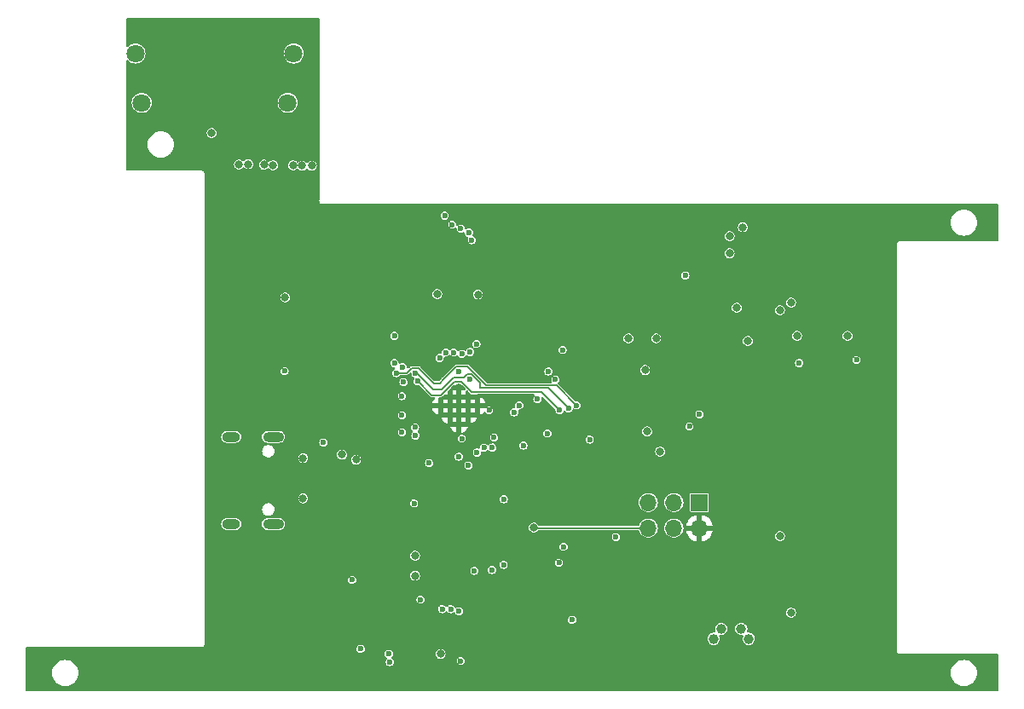
<source format=gbr>
%TF.GenerationSoftware,KiCad,Pcbnew,7.0.11-7.0.11~ubuntu22.04.1*%
%TF.CreationDate,2024-06-30T10:09:10-03:00*%
%TF.ProjectId,Pico_GG_LCD,5069636f-5f47-4475-9f4c-43442e6b6963,rev?*%
%TF.SameCoordinates,Original*%
%TF.FileFunction,Copper,L2,Inr*%
%TF.FilePolarity,Positive*%
%FSLAX46Y46*%
G04 Gerber Fmt 4.6, Leading zero omitted, Abs format (unit mm)*
G04 Created by KiCad (PCBNEW 7.0.11-7.0.11~ubuntu22.04.1) date 2024-06-30 10:09:10*
%MOMM*%
%LPD*%
G01*
G04 APERTURE LIST*
%TA.AperFunction,ComponentPad*%
%ADD10C,1.800000*%
%TD*%
%TA.AperFunction,ComponentPad*%
%ADD11C,0.800000*%
%TD*%
%TA.AperFunction,ComponentPad*%
%ADD12O,2.100000X1.000000*%
%TD*%
%TA.AperFunction,ComponentPad*%
%ADD13O,1.800000X1.000000*%
%TD*%
%TA.AperFunction,ComponentPad*%
%ADD14R,1.700000X1.700000*%
%TD*%
%TA.AperFunction,ComponentPad*%
%ADD15O,1.700000X1.700000*%
%TD*%
%TA.AperFunction,ViaPad*%
%ADD16C,0.800000*%
%TD*%
%TA.AperFunction,ViaPad*%
%ADD17C,1.000000*%
%TD*%
%TA.AperFunction,ViaPad*%
%ADD18C,0.600000*%
%TD*%
%TA.AperFunction,Conductor*%
%ADD19C,0.200000*%
%TD*%
G04 APERTURE END LIST*
D10*
%TO.N,unconnected-(J9-PadSH)*%
%TO.C,J9*%
X129150000Y-52950000D03*
X128550000Y-57850000D03*
X114050000Y-57850000D03*
X113450000Y-52950000D03*
%TD*%
D11*
%TO.N,GND*%
%TO.C,U7*%
X145575814Y-89762841D03*
X146477375Y-88861280D03*
X147378936Y-87959719D03*
X144674253Y-88861280D03*
X145575814Y-87959719D03*
X146477375Y-87058158D03*
X143772692Y-87959719D03*
X144674253Y-87058158D03*
X145575814Y-86156597D03*
%TD*%
D12*
%TO.N,unconnected-(P1-SHIELD-PadS1)*%
%TO.C,P1*%
X127150000Y-91030000D03*
D13*
X122950000Y-91030000D03*
D12*
X127150000Y-99680000D03*
D13*
X122950000Y-99680000D03*
%TD*%
D14*
%TO.N,SWD*%
%TO.C,J11*%
X169450000Y-97560000D03*
D15*
%TO.N,GND*%
X169450000Y-100100000D03*
%TO.N,SWCLK*%
X166910000Y-97560000D03*
%TO.N,unconnected-(J11-Pin_4-Pad4)*%
X166910000Y-100100000D03*
%TO.N,RUN*%
X164370000Y-97560000D03*
%TO.N,Net-(J11-Pin_6)*%
X164370000Y-100100000D03*
%TD*%
D16*
%TO.N,GND*%
X145412533Y-97271716D03*
X168750000Y-83900000D03*
X130090000Y-92100000D03*
X176050000Y-70100000D03*
X124800000Y-73240000D03*
D17*
X178600000Y-112100000D03*
X174850000Y-108100000D03*
D16*
X123800000Y-56150000D03*
X125350000Y-56050000D03*
D18*
X153450000Y-93700000D03*
X152857008Y-78488363D03*
D17*
X166100000Y-104900000D03*
D16*
X136707008Y-94788363D03*
X135007008Y-90388363D03*
X125150000Y-71940000D03*
D18*
X129200000Y-79450000D03*
D16*
X177450000Y-71500000D03*
D18*
X139100000Y-79000000D03*
X140050000Y-113550000D03*
X148300000Y-109050000D03*
X134050000Y-111700000D03*
D16*
X130090000Y-98600000D03*
X137007008Y-93888363D03*
X122500000Y-71640000D03*
D17*
X176850000Y-106350000D03*
D18*
X129750000Y-80350000D03*
D17*
X166600000Y-112100000D03*
D16*
X144407008Y-100840912D03*
X135007008Y-88288363D03*
X144250000Y-114600000D03*
D18*
X150607008Y-75488363D03*
X153707008Y-78588363D03*
D16*
X184850000Y-79700000D03*
X157750000Y-103000000D03*
X184850000Y-77000000D03*
D18*
X161850000Y-114750000D03*
D16*
X124150000Y-74090000D03*
X135500000Y-74100000D03*
D18*
X158400000Y-114750000D03*
X138700000Y-114700000D03*
D16*
X159250000Y-101400000D03*
X188650000Y-78600000D03*
D18*
X150707008Y-96188363D03*
D16*
X168050000Y-72200000D03*
D18*
X148107008Y-79488363D03*
X136850000Y-112100000D03*
D16*
X134807008Y-86088363D03*
X145507008Y-103840912D03*
D18*
X143350000Y-72700000D03*
X133050000Y-110500000D03*
X128590000Y-85850000D03*
X151950000Y-109150000D03*
D16*
X167300000Y-81500000D03*
X160500000Y-81250000D03*
D18*
%TO.N,+3V3*%
X135800000Y-112100000D03*
D16*
X164050000Y-84400000D03*
X173750000Y-70200000D03*
D17*
X174350000Y-111100000D03*
D18*
X138700000Y-113400000D03*
D16*
X143400000Y-76850000D03*
D18*
X139907008Y-88888363D03*
D16*
X143750000Y-112600000D03*
D17*
X170850000Y-111100000D03*
D16*
X165150000Y-81250000D03*
X162400000Y-81250000D03*
X141207008Y-104840912D03*
D17*
X173600000Y-110100000D03*
D18*
X146507008Y-93888363D03*
D16*
X172450000Y-71100000D03*
D18*
X139907008Y-86988363D03*
D16*
X172450000Y-72800000D03*
D18*
X139150000Y-81000000D03*
D17*
X171600000Y-110100000D03*
D18*
X151950000Y-91900000D03*
X150007008Y-97240912D03*
X138600000Y-112600000D03*
X139907008Y-90588363D03*
D16*
X141207008Y-102840912D03*
%TO.N,Net-(D2-A)*%
X130090000Y-97150000D03*
X130090000Y-93150000D03*
D18*
%TO.N,FLASH_CLK*%
X142607008Y-93640912D03*
X141107008Y-97640912D03*
%TO.N,Net-(J13-Pin_1)*%
X168450000Y-90000000D03*
X169450000Y-88800000D03*
D16*
%TO.N,Net-(U7-USB_DP)*%
X133950000Y-92800000D03*
D18*
X132090000Y-91600000D03*
X141250000Y-90900000D03*
%TO.N,Net-(U7-USB_DM)*%
X141207008Y-90088363D03*
D16*
X135350000Y-93300000D03*
%TO.N,Net-(U1-A->B)*%
X164250000Y-90500000D03*
X165550000Y-92500000D03*
%TO.N,Net-(U4-A->B)*%
X173150000Y-78200000D03*
X174250000Y-81500000D03*
D18*
%TO.N,SWCLK*%
X155150000Y-85340912D03*
X146607008Y-85340912D03*
%TO.N,SWD*%
X154450000Y-84540912D03*
X145507008Y-84540912D03*
D16*
%TO.N,RUN*%
X147450000Y-76900000D03*
D18*
X147300000Y-81800000D03*
%TO.N,START_Pico*%
X139350000Y-84700000D03*
X157250000Y-87900000D03*
%TO.N,RIGHT_Pico*%
X141250000Y-84700000D03*
X156450000Y-88200000D03*
%TO.N,LEFT_Pico*%
X141450000Y-85500000D03*
X155550000Y-88400000D03*
%TO.N,SMS*%
X155850000Y-82400000D03*
X168050000Y-75000000D03*
%TO.N,DW*%
X143650000Y-83200000D03*
X144150000Y-69050000D03*
%TO.N,D04_Pico*%
X144900000Y-69950000D03*
X144250000Y-82650000D03*
%TO.N,D03_Pico*%
X145750000Y-70350000D03*
X145050000Y-82650000D03*
%TO.N,D02_Pico*%
X146550000Y-70750000D03*
X145850000Y-82800000D03*
%TO.N,D01_Pico*%
X146850000Y-71500000D03*
X146650000Y-82600000D03*
%TO.N,HDMI_D2+*%
X145550000Y-93000000D03*
D16*
X123725000Y-63975000D03*
D18*
%TO.N,Net-(J15-Pin_1)*%
X185050000Y-83400000D03*
X179350000Y-83700000D03*
%TO.N,RESET_Pico*%
X148550000Y-88400000D03*
X153350000Y-87300000D03*
%TO.N,+20V*%
X128250000Y-84500000D03*
X145750000Y-113300000D03*
D16*
X128300000Y-77190000D03*
D18*
%TO.N,LCD_D0*%
X150000000Y-103750000D03*
X145550000Y-108350000D03*
%TO.N,LCD_D1*%
X144750000Y-108150000D03*
X148850000Y-104250000D03*
%TO.N,LCD_D2*%
X147100000Y-104350000D03*
X143900000Y-108150000D03*
%TO.N,LCD_Backlight*%
X151050000Y-88600000D03*
X161150000Y-101000000D03*
%TO.N,LCD_RST*%
X154350000Y-90700000D03*
X151550000Y-87900000D03*
X156800000Y-109200000D03*
%TO.N,LCD_CLK*%
X155500000Y-103550000D03*
X141750000Y-107200000D03*
%TO.N,LCD_DEN*%
X155950000Y-101950000D03*
X134950000Y-105250000D03*
D16*
%TO.N,HDMI_D2-*%
X124650000Y-63950000D03*
D18*
X145850000Y-91200000D03*
D16*
%TO.N,HDMI_D1+*%
X126200000Y-64000000D03*
D18*
X147350000Y-92600000D03*
D16*
%TO.N,Net-(J1-Pin_1)*%
X179140000Y-81000000D03*
X184150000Y-81000000D03*
%TO.N,Net-(J5-Pin_1)*%
X177450000Y-78460000D03*
X177450000Y-100900000D03*
%TO.N,Net-(J6-Pin_1)*%
X178550000Y-77700000D03*
X178550000Y-108500000D03*
%TO.N,HDMI_D1-*%
X127100000Y-64050000D03*
D18*
X148050000Y-92100000D03*
%TO.N,HDMI_D0+*%
X139150000Y-83700000D03*
D16*
X129100000Y-64050000D03*
D18*
%TO.N,Net-(J19-Pin_1)*%
X140050000Y-85600000D03*
X158550000Y-91300000D03*
%TO.N,HDMI_D0-*%
X139950000Y-84100000D03*
D16*
X121000000Y-60850000D03*
D18*
%TO.N,HDMI_CLK+*%
X148850000Y-92100000D03*
D16*
X130000000Y-64100000D03*
D18*
%TO.N,HDMI_CLK-*%
X149050000Y-91100000D03*
D16*
X130950000Y-64100000D03*
%TO.N,Net-(J11-Pin_6)*%
X153000000Y-100050000D03*
%TD*%
D19*
%TO.N,START_Pico*%
X140350000Y-84700000D02*
X139350000Y-84700000D01*
X144050000Y-85300000D02*
X143650000Y-85700000D01*
X145298244Y-84036912D02*
X144050000Y-85285156D01*
X155250000Y-85900000D02*
X148288982Y-85900000D01*
X144050000Y-85285156D02*
X144050000Y-85300000D01*
X143050000Y-85700000D02*
X141546000Y-84196000D01*
X157250000Y-87900000D02*
X155250000Y-85900000D01*
X146425894Y-84036912D02*
X145298244Y-84036912D01*
X143650000Y-85700000D02*
X143050000Y-85700000D01*
X141546000Y-84196000D02*
X140854000Y-84196000D01*
X148288982Y-85900000D02*
X146425894Y-84036912D01*
X140854000Y-84196000D02*
X140350000Y-84700000D01*
%TO.N,RIGHT_Pico*%
X141362764Y-84700000D02*
X141250000Y-84700000D01*
X147650000Y-86200000D02*
X147650000Y-85671140D01*
X146350000Y-84800000D02*
X146050000Y-85100000D01*
X147650000Y-85671140D02*
X146778860Y-84800000D01*
X143850000Y-86300000D02*
X143550000Y-86300000D01*
X146778860Y-84800000D02*
X146350000Y-84800000D01*
X154450000Y-86200000D02*
X147650000Y-86200000D01*
X142962764Y-86300000D02*
X141362764Y-84700000D01*
X145050000Y-85100000D02*
X143850000Y-86300000D01*
X146050000Y-85100000D02*
X145050000Y-85100000D01*
X143550000Y-86300000D02*
X142962764Y-86300000D01*
X156450000Y-88200000D02*
X154450000Y-86200000D01*
%TO.N,LEFT_Pico*%
X145083403Y-85566597D02*
X143750000Y-86900000D01*
X145820201Y-85566597D02*
X145083403Y-85566597D01*
X146853604Y-86600000D02*
X145820201Y-85566597D01*
X142850000Y-86900000D02*
X141450000Y-85500000D01*
X153750000Y-86600000D02*
X146853604Y-86600000D01*
X143750000Y-86900000D02*
X143550000Y-86900000D01*
X143550000Y-86900000D02*
X142850000Y-86900000D01*
X155550000Y-88400000D02*
X153750000Y-86600000D01*
%TO.N,Net-(J11-Pin_6)*%
X153000000Y-100050000D02*
X153050000Y-100100000D01*
X153050000Y-100100000D02*
X164370000Y-100100000D01*
%TD*%
%TA.AperFunction,Conductor*%
%TO.N,GND*%
G36*
X131642539Y-49420185D02*
G01*
X131688294Y-49472989D01*
X131699500Y-49524500D01*
X131699500Y-67540784D01*
X131696437Y-67562745D01*
X131695599Y-67571791D01*
X131695599Y-67571792D01*
X131695599Y-67571793D01*
X131698971Y-67608182D01*
X131699500Y-67619623D01*
X131699500Y-67627843D01*
X131699501Y-67627854D01*
X131701011Y-67635937D01*
X131702591Y-67647264D01*
X131705964Y-67683658D01*
X131708443Y-67692372D01*
X131711667Y-67701989D01*
X131714938Y-67710432D01*
X131734177Y-67741503D01*
X131739746Y-67751502D01*
X131745731Y-67763521D01*
X131756041Y-67784228D01*
X131761526Y-67791490D01*
X131767957Y-67799235D01*
X131774080Y-67805951D01*
X131803249Y-67827979D01*
X131812061Y-67835296D01*
X131839069Y-67859918D01*
X131846797Y-67864702D01*
X131855580Y-67869594D01*
X131863732Y-67873653D01*
X131863736Y-67873656D01*
X131898895Y-67883659D01*
X131909742Y-67887295D01*
X131943827Y-67900500D01*
X131943828Y-67900500D01*
X131952755Y-67902169D01*
X131962742Y-67903562D01*
X131971788Y-67904399D01*
X131971793Y-67904401D01*
X132008183Y-67901028D01*
X132019624Y-67900500D01*
X199038000Y-67900500D01*
X199105039Y-67920185D01*
X199150794Y-67972989D01*
X199162000Y-68024500D01*
X199162000Y-71475500D01*
X199142315Y-71542539D01*
X199089511Y-71588294D01*
X199038000Y-71599500D01*
X189409150Y-71599500D01*
X189386942Y-71596405D01*
X189378114Y-71595590D01*
X189378113Y-71595590D01*
X189378111Y-71595590D01*
X189378110Y-71595590D01*
X189341792Y-71598967D01*
X189330312Y-71599500D01*
X189322149Y-71599500D01*
X189313997Y-71601024D01*
X189302707Y-71602600D01*
X189266254Y-71605989D01*
X189257317Y-71608535D01*
X189248240Y-71611579D01*
X189239562Y-71614941D01*
X189208430Y-71634216D01*
X189198465Y-71639769D01*
X189165693Y-71656101D01*
X189158289Y-71661695D01*
X189150908Y-71667826D01*
X189144050Y-71674078D01*
X189121985Y-71703297D01*
X189114695Y-71712078D01*
X189090032Y-71739147D01*
X189085158Y-71747025D01*
X189080492Y-71755405D01*
X189076343Y-71763737D01*
X189066325Y-71798948D01*
X189062700Y-71809767D01*
X189049484Y-71843915D01*
X189047773Y-71853083D01*
X189046458Y-71862522D01*
X189045599Y-71871793D01*
X189048976Y-71908252D01*
X189049505Y-71919652D01*
X189061981Y-112240812D01*
X189058958Y-112262514D01*
X189058099Y-112271793D01*
X189061477Y-112308253D01*
X189062006Y-112319649D01*
X189062008Y-112327935D01*
X189063510Y-112335956D01*
X189065097Y-112347324D01*
X189068465Y-112383662D01*
X189070880Y-112392151D01*
X189074273Y-112402267D01*
X189077472Y-112410517D01*
X189077473Y-112410521D01*
X189077474Y-112410522D01*
X189096684Y-112441528D01*
X189102275Y-112451561D01*
X189118542Y-112484228D01*
X189123884Y-112491302D01*
X189130683Y-112499487D01*
X189136643Y-112506020D01*
X189136644Y-112506021D01*
X189136645Y-112506022D01*
X189165769Y-112528000D01*
X189174605Y-112535336D01*
X189201567Y-112559916D01*
X189201573Y-112559918D01*
X189209129Y-112564597D01*
X189218352Y-112569732D01*
X189226317Y-112573695D01*
X189226321Y-112573698D01*
X189261414Y-112583671D01*
X189272304Y-112587319D01*
X189306327Y-112600500D01*
X189306329Y-112600500D01*
X189315034Y-112602128D01*
X189325557Y-112603594D01*
X189334380Y-112604408D01*
X189334387Y-112604410D01*
X189368581Y-112601230D01*
X189370708Y-112601033D01*
X189382188Y-112600500D01*
X199038000Y-112600500D01*
X199105039Y-112620185D01*
X199150794Y-112672989D01*
X199162000Y-112724500D01*
X199162000Y-116175500D01*
X199142315Y-116242539D01*
X199089511Y-116288294D01*
X199038000Y-116299500D01*
X102637000Y-116299500D01*
X102569961Y-116279815D01*
X102524206Y-116227011D01*
X102513000Y-116175500D01*
X102513000Y-114500001D01*
X105157032Y-114500001D01*
X105176864Y-114726686D01*
X105176866Y-114726697D01*
X105235758Y-114946488D01*
X105235761Y-114946497D01*
X105331931Y-115152732D01*
X105331932Y-115152734D01*
X105462454Y-115339141D01*
X105623358Y-115500045D01*
X105623361Y-115500047D01*
X105809766Y-115630568D01*
X106016004Y-115726739D01*
X106235808Y-115785635D01*
X106397730Y-115799801D01*
X106462498Y-115805468D01*
X106462500Y-115805468D01*
X106462502Y-115805468D01*
X106519173Y-115800509D01*
X106689192Y-115785635D01*
X106908996Y-115726739D01*
X107115234Y-115630568D01*
X107301639Y-115500047D01*
X107462547Y-115339139D01*
X107593068Y-115152734D01*
X107689239Y-114946496D01*
X107748135Y-114726692D01*
X107767968Y-114500001D01*
X194407032Y-114500001D01*
X194426864Y-114726686D01*
X194426866Y-114726697D01*
X194485758Y-114946488D01*
X194485761Y-114946497D01*
X194581931Y-115152732D01*
X194581932Y-115152734D01*
X194712454Y-115339141D01*
X194873358Y-115500045D01*
X194873361Y-115500047D01*
X195059766Y-115630568D01*
X195266004Y-115726739D01*
X195485808Y-115785635D01*
X195647730Y-115799801D01*
X195712498Y-115805468D01*
X195712500Y-115805468D01*
X195712502Y-115805468D01*
X195769173Y-115800509D01*
X195939192Y-115785635D01*
X196158996Y-115726739D01*
X196365234Y-115630568D01*
X196551639Y-115500047D01*
X196712547Y-115339139D01*
X196843068Y-115152734D01*
X196939239Y-114946496D01*
X196998135Y-114726692D01*
X197017968Y-114500000D01*
X196998135Y-114273308D01*
X196939239Y-114053504D01*
X196843068Y-113847266D01*
X196712547Y-113660861D01*
X196712545Y-113660858D01*
X196551641Y-113499954D01*
X196365234Y-113369432D01*
X196365232Y-113369431D01*
X196158997Y-113273261D01*
X196158988Y-113273258D01*
X195939197Y-113214366D01*
X195939193Y-113214365D01*
X195939192Y-113214365D01*
X195939191Y-113214364D01*
X195939186Y-113214364D01*
X195712502Y-113194532D01*
X195712498Y-113194532D01*
X195485813Y-113214364D01*
X195485802Y-113214366D01*
X195266011Y-113273258D01*
X195266002Y-113273261D01*
X195059767Y-113369431D01*
X195059765Y-113369432D01*
X194873358Y-113499954D01*
X194712454Y-113660858D01*
X194581932Y-113847265D01*
X194581931Y-113847267D01*
X194485761Y-114053502D01*
X194485758Y-114053511D01*
X194426866Y-114273302D01*
X194426864Y-114273313D01*
X194407032Y-114499998D01*
X194407032Y-114500001D01*
X107767968Y-114500001D01*
X107767968Y-114500000D01*
X107748135Y-114273308D01*
X107689239Y-114053504D01*
X107593068Y-113847266D01*
X107462547Y-113660861D01*
X107462545Y-113660858D01*
X107301641Y-113499954D01*
X107115234Y-113369432D01*
X107115232Y-113369431D01*
X106908997Y-113273261D01*
X106908988Y-113273258D01*
X106689197Y-113214366D01*
X106689193Y-113214365D01*
X106689192Y-113214365D01*
X106689191Y-113214364D01*
X106689186Y-113214364D01*
X106462502Y-113194532D01*
X106462498Y-113194532D01*
X106235813Y-113214364D01*
X106235802Y-113214366D01*
X106016011Y-113273258D01*
X106016002Y-113273261D01*
X105809767Y-113369431D01*
X105809765Y-113369432D01*
X105623358Y-113499954D01*
X105462454Y-113660858D01*
X105331932Y-113847265D01*
X105331931Y-113847267D01*
X105235761Y-114053502D01*
X105235758Y-114053511D01*
X105176866Y-114273302D01*
X105176864Y-114273313D01*
X105157032Y-114499998D01*
X105157032Y-114500001D01*
X102513000Y-114500001D01*
X102513000Y-112600003D01*
X138190458Y-112600003D01*
X138210500Y-112726551D01*
X138210501Y-112726554D01*
X138210502Y-112726555D01*
X138268674Y-112840723D01*
X138268676Y-112840725D01*
X138268678Y-112840728D01*
X138359271Y-112931321D01*
X138359276Y-112931325D01*
X138359277Y-112931326D01*
X138364439Y-112933956D01*
X138415235Y-112981927D01*
X138432032Y-113049748D01*
X138409497Y-113115883D01*
X138395829Y-113132121D01*
X138368676Y-113159274D01*
X138368675Y-113159276D01*
X138368674Y-113159277D01*
X138350711Y-113194532D01*
X138310500Y-113273448D01*
X138290458Y-113399996D01*
X138290458Y-113400003D01*
X138310500Y-113526551D01*
X138310501Y-113526554D01*
X138310502Y-113526555D01*
X138368674Y-113640723D01*
X138368676Y-113640725D01*
X138368678Y-113640728D01*
X138459271Y-113731321D01*
X138459273Y-113731322D01*
X138459277Y-113731326D01*
X138573445Y-113789498D01*
X138573446Y-113789498D01*
X138573448Y-113789499D01*
X138699997Y-113809542D01*
X138700000Y-113809542D01*
X138700003Y-113809542D01*
X138826551Y-113789499D01*
X138826552Y-113789498D01*
X138826555Y-113789498D01*
X138940723Y-113731326D01*
X139031326Y-113640723D01*
X139089498Y-113526555D01*
X139089499Y-113526551D01*
X139109542Y-113400003D01*
X139109542Y-113399996D01*
X139093705Y-113300003D01*
X145340458Y-113300003D01*
X145360500Y-113426551D01*
X145360501Y-113426554D01*
X145360502Y-113426555D01*
X145418674Y-113540723D01*
X145418676Y-113540725D01*
X145418678Y-113540728D01*
X145509271Y-113631321D01*
X145509273Y-113631322D01*
X145509277Y-113631326D01*
X145623445Y-113689498D01*
X145623446Y-113689498D01*
X145623448Y-113689499D01*
X145749997Y-113709542D01*
X145750000Y-113709542D01*
X145750003Y-113709542D01*
X145876551Y-113689499D01*
X145876552Y-113689498D01*
X145876555Y-113689498D01*
X145990723Y-113631326D01*
X146081326Y-113540723D01*
X146139498Y-113426555D01*
X146139499Y-113426551D01*
X146159542Y-113300003D01*
X146159542Y-113299996D01*
X146139499Y-113173448D01*
X146139498Y-113173446D01*
X146139498Y-113173445D01*
X146081326Y-113059277D01*
X146081322Y-113059273D01*
X146081321Y-113059271D01*
X145990728Y-112968678D01*
X145990725Y-112968676D01*
X145990723Y-112968674D01*
X145876555Y-112910502D01*
X145876554Y-112910501D01*
X145876551Y-112910500D01*
X145750003Y-112890458D01*
X145749997Y-112890458D01*
X145623448Y-112910500D01*
X145582586Y-112931321D01*
X145509277Y-112968674D01*
X145509276Y-112968675D01*
X145509271Y-112968678D01*
X145418678Y-113059271D01*
X145418675Y-113059276D01*
X145418674Y-113059277D01*
X145402765Y-113090500D01*
X145360500Y-113173448D01*
X145340458Y-113299996D01*
X145340458Y-113300003D01*
X139093705Y-113300003D01*
X139089499Y-113273448D01*
X139089498Y-113273446D01*
X139089498Y-113273445D01*
X139031326Y-113159277D01*
X139031322Y-113159273D01*
X139031321Y-113159271D01*
X138940728Y-113068678D01*
X138940724Y-113068675D01*
X138940723Y-113068674D01*
X138935556Y-113066041D01*
X138884762Y-113018069D01*
X138867967Y-112950248D01*
X138890504Y-112884113D01*
X138904167Y-112867881D01*
X138931326Y-112840723D01*
X138989498Y-112726555D01*
X138989499Y-112726551D01*
X139009542Y-112600003D01*
X139009542Y-112600000D01*
X143254456Y-112600000D01*
X143274528Y-112739606D01*
X143274530Y-112739614D01*
X143333119Y-112867907D01*
X143333121Y-112867909D01*
X143333122Y-112867911D01*
X143425488Y-112974507D01*
X143425490Y-112974508D01*
X143425489Y-112974508D01*
X143544145Y-113050764D01*
X143679474Y-113090499D01*
X143679476Y-113090500D01*
X143679477Y-113090500D01*
X143820524Y-113090500D01*
X143820524Y-113090499D01*
X143955853Y-113050764D01*
X143955854Y-113050764D01*
X144006729Y-113018069D01*
X144074512Y-112974507D01*
X144166878Y-112867911D01*
X144166895Y-112867875D01*
X144179517Y-112840233D01*
X144225471Y-112739611D01*
X144245544Y-112600000D01*
X144225471Y-112460389D01*
X144212196Y-112431321D01*
X144166880Y-112332092D01*
X144166878Y-112332090D01*
X144166878Y-112332089D01*
X144074512Y-112225493D01*
X144074509Y-112225491D01*
X144074510Y-112225491D01*
X143955854Y-112149235D01*
X143820525Y-112109500D01*
X143820523Y-112109500D01*
X143679477Y-112109500D01*
X143679474Y-112109500D01*
X143544146Y-112149235D01*
X143544145Y-112149235D01*
X143425489Y-112225491D01*
X143333122Y-112332089D01*
X143333119Y-112332092D01*
X143274530Y-112460385D01*
X143274528Y-112460393D01*
X143254456Y-112600000D01*
X139009542Y-112600000D01*
X139009542Y-112599996D01*
X138989499Y-112473448D01*
X138989498Y-112473446D01*
X138989498Y-112473445D01*
X138931326Y-112359277D01*
X138931322Y-112359273D01*
X138931321Y-112359271D01*
X138840728Y-112268678D01*
X138840725Y-112268676D01*
X138840723Y-112268674D01*
X138726555Y-112210502D01*
X138726554Y-112210501D01*
X138726551Y-112210500D01*
X138600003Y-112190458D01*
X138599997Y-112190458D01*
X138473448Y-112210500D01*
X138441947Y-112226551D01*
X138359277Y-112268674D01*
X138359276Y-112268675D01*
X138359271Y-112268678D01*
X138268678Y-112359271D01*
X138268675Y-112359276D01*
X138210500Y-112473448D01*
X138190458Y-112599996D01*
X138190458Y-112600003D01*
X102513000Y-112600003D01*
X102513000Y-112100003D01*
X135390458Y-112100003D01*
X135410500Y-112226551D01*
X135410501Y-112226554D01*
X135410502Y-112226555D01*
X135468674Y-112340723D01*
X135468676Y-112340725D01*
X135468678Y-112340728D01*
X135559271Y-112431321D01*
X135559273Y-112431322D01*
X135559277Y-112431326D01*
X135673445Y-112489498D01*
X135673446Y-112489498D01*
X135673448Y-112489499D01*
X135799997Y-112509542D01*
X135800000Y-112509542D01*
X135800003Y-112509542D01*
X135926551Y-112489499D01*
X135926552Y-112489498D01*
X135926555Y-112489498D01*
X136040723Y-112431326D01*
X136131326Y-112340723D01*
X136189498Y-112226555D01*
X136189499Y-112226551D01*
X136209542Y-112100003D01*
X136209542Y-112099996D01*
X136189499Y-111973448D01*
X136189498Y-111973446D01*
X136189498Y-111973445D01*
X136131326Y-111859277D01*
X136131322Y-111859273D01*
X136131321Y-111859271D01*
X136040728Y-111768678D01*
X136040725Y-111768676D01*
X136040723Y-111768674D01*
X135926555Y-111710502D01*
X135926554Y-111710501D01*
X135926551Y-111710500D01*
X135800003Y-111690458D01*
X135799997Y-111690458D01*
X135673448Y-111710500D01*
X135622885Y-111736264D01*
X135559277Y-111768674D01*
X135559276Y-111768675D01*
X135559271Y-111768678D01*
X135468678Y-111859271D01*
X135468675Y-111859276D01*
X135468674Y-111859277D01*
X135445682Y-111904401D01*
X135410500Y-111973448D01*
X135390458Y-112099996D01*
X135390458Y-112100003D01*
X102513000Y-112100003D01*
X102513000Y-112024500D01*
X102532685Y-111957461D01*
X102585489Y-111911706D01*
X102637000Y-111900500D01*
X119940785Y-111900500D01*
X119962742Y-111903562D01*
X119971788Y-111904399D01*
X119971793Y-111904401D01*
X120008183Y-111901028D01*
X120019624Y-111900500D01*
X120027845Y-111900500D01*
X120030407Y-111900020D01*
X120035921Y-111898989D01*
X120047259Y-111897407D01*
X120083660Y-111894035D01*
X120083666Y-111894031D01*
X120092421Y-111891541D01*
X120101940Y-111888350D01*
X120110431Y-111885061D01*
X120110433Y-111885061D01*
X120141521Y-111865811D01*
X120151498Y-111860254D01*
X120184228Y-111843958D01*
X120184230Y-111843954D01*
X120191523Y-111838448D01*
X120199197Y-111832076D01*
X120205949Y-111825921D01*
X120205949Y-111825920D01*
X120205952Y-111825919D01*
X120227990Y-111796734D01*
X120235275Y-111787961D01*
X120259916Y-111760933D01*
X120259918Y-111760927D01*
X120264721Y-111753170D01*
X120269579Y-111744448D01*
X120273651Y-111736269D01*
X120273656Y-111736264D01*
X120283663Y-111701089D01*
X120287289Y-111690270D01*
X120300500Y-111656173D01*
X120300500Y-111656171D01*
X120300501Y-111656169D01*
X120302172Y-111647229D01*
X120303561Y-111637276D01*
X120304401Y-111628207D01*
X120301029Y-111591817D01*
X120300500Y-111580376D01*
X120300500Y-111100000D01*
X170240284Y-111100000D01*
X170261060Y-111257805D01*
X170261061Y-111257809D01*
X170321968Y-111404855D01*
X170321969Y-111404857D01*
X170321970Y-111404858D01*
X170418866Y-111531134D01*
X170545142Y-111628030D01*
X170692194Y-111688940D01*
X170831640Y-111707298D01*
X170849999Y-111709716D01*
X170850000Y-111709716D01*
X170850001Y-111709716D01*
X170866446Y-111707550D01*
X171007806Y-111688940D01*
X171154858Y-111628030D01*
X171281134Y-111531134D01*
X171378030Y-111404858D01*
X171438940Y-111257806D01*
X171459716Y-111100000D01*
X171438940Y-110942194D01*
X171409990Y-110872303D01*
X171402522Y-110802835D01*
X171433797Y-110740356D01*
X171493886Y-110704704D01*
X171540733Y-110701913D01*
X171600000Y-110709716D01*
X171757806Y-110688940D01*
X171904858Y-110628030D01*
X172031134Y-110531134D01*
X172128030Y-110404858D01*
X172188940Y-110257806D01*
X172209716Y-110100000D01*
X172990284Y-110100000D01*
X173011060Y-110257805D01*
X173011061Y-110257809D01*
X173071968Y-110404855D01*
X173071969Y-110404857D01*
X173071970Y-110404858D01*
X173168866Y-110531134D01*
X173295142Y-110628030D01*
X173442194Y-110688940D01*
X173600000Y-110709716D01*
X173659263Y-110701913D01*
X173728295Y-110712678D01*
X173780552Y-110759057D01*
X173799438Y-110826325D01*
X173790009Y-110872303D01*
X173761060Y-110942194D01*
X173740284Y-111099999D01*
X173740284Y-111100000D01*
X173761060Y-111257805D01*
X173761061Y-111257809D01*
X173821968Y-111404855D01*
X173821969Y-111404857D01*
X173821970Y-111404858D01*
X173918866Y-111531134D01*
X174045142Y-111628030D01*
X174192194Y-111688940D01*
X174331640Y-111707298D01*
X174349999Y-111709716D01*
X174350000Y-111709716D01*
X174350001Y-111709716D01*
X174366446Y-111707550D01*
X174507806Y-111688940D01*
X174654858Y-111628030D01*
X174781134Y-111531134D01*
X174878030Y-111404858D01*
X174938940Y-111257806D01*
X174959716Y-111100000D01*
X174938940Y-110942194D01*
X174890946Y-110826325D01*
X174878031Y-110795144D01*
X174878030Y-110795143D01*
X174878030Y-110795142D01*
X174781134Y-110668866D01*
X174654858Y-110571970D01*
X174654857Y-110571969D01*
X174654855Y-110571968D01*
X174507809Y-110511061D01*
X174507807Y-110511060D01*
X174507806Y-110511060D01*
X174409261Y-110498086D01*
X174350001Y-110490284D01*
X174349999Y-110490284D01*
X174290738Y-110498086D01*
X174221702Y-110487321D01*
X174169446Y-110440941D01*
X174150561Y-110373672D01*
X174159991Y-110327695D01*
X174188940Y-110257806D01*
X174209716Y-110100000D01*
X174188940Y-109942194D01*
X174128030Y-109795142D01*
X174031134Y-109668866D01*
X173904858Y-109571970D01*
X173904857Y-109571969D01*
X173904855Y-109571968D01*
X173757809Y-109511061D01*
X173757807Y-109511060D01*
X173757806Y-109511060D01*
X173678903Y-109500672D01*
X173600001Y-109490284D01*
X173599999Y-109490284D01*
X173442194Y-109511060D01*
X173442190Y-109511061D01*
X173295144Y-109571968D01*
X173168866Y-109668866D01*
X173071968Y-109795144D01*
X173011061Y-109942190D01*
X173011060Y-109942194D01*
X172990284Y-110099999D01*
X172990284Y-110100000D01*
X172209716Y-110100000D01*
X172188940Y-109942194D01*
X172128030Y-109795142D01*
X172031134Y-109668866D01*
X171904858Y-109571970D01*
X171904857Y-109571969D01*
X171904855Y-109571968D01*
X171757809Y-109511061D01*
X171757807Y-109511060D01*
X171757806Y-109511060D01*
X171678903Y-109500672D01*
X171600001Y-109490284D01*
X171599999Y-109490284D01*
X171442194Y-109511060D01*
X171442190Y-109511061D01*
X171295144Y-109571968D01*
X171168866Y-109668866D01*
X171071968Y-109795144D01*
X171011061Y-109942190D01*
X171011060Y-109942194D01*
X170990284Y-110099999D01*
X170990284Y-110100000D01*
X171011059Y-110257803D01*
X171011059Y-110257805D01*
X171011060Y-110257806D01*
X171040008Y-110327694D01*
X171040009Y-110327695D01*
X171047477Y-110397165D01*
X171016201Y-110459644D01*
X170956112Y-110495296D01*
X170909261Y-110498086D01*
X170850001Y-110490284D01*
X170849999Y-110490284D01*
X170692194Y-110511060D01*
X170692190Y-110511061D01*
X170545144Y-110571968D01*
X170418866Y-110668866D01*
X170321968Y-110795144D01*
X170261061Y-110942190D01*
X170261060Y-110942194D01*
X170240284Y-111099999D01*
X170240284Y-111100000D01*
X120300500Y-111100000D01*
X120300500Y-109200003D01*
X156390458Y-109200003D01*
X156410500Y-109326551D01*
X156410501Y-109326554D01*
X156410502Y-109326555D01*
X156468674Y-109440723D01*
X156468676Y-109440725D01*
X156468678Y-109440728D01*
X156559271Y-109531321D01*
X156559273Y-109531322D01*
X156559277Y-109531326D01*
X156673445Y-109589498D01*
X156673446Y-109589498D01*
X156673448Y-109589499D01*
X156799997Y-109609542D01*
X156800000Y-109609542D01*
X156800003Y-109609542D01*
X156926551Y-109589499D01*
X156926552Y-109589498D01*
X156926555Y-109589498D01*
X157040723Y-109531326D01*
X157131326Y-109440723D01*
X157189498Y-109326555D01*
X157209542Y-109200000D01*
X157209542Y-109199996D01*
X157189499Y-109073448D01*
X157189498Y-109073446D01*
X157189498Y-109073445D01*
X157131326Y-108959277D01*
X157131322Y-108959273D01*
X157131321Y-108959271D01*
X157040728Y-108868678D01*
X157040725Y-108868676D01*
X157040723Y-108868674D01*
X156926555Y-108810502D01*
X156926554Y-108810501D01*
X156926551Y-108810500D01*
X156800003Y-108790458D01*
X156799997Y-108790458D01*
X156673448Y-108810500D01*
X156617493Y-108839011D01*
X156559277Y-108868674D01*
X156559276Y-108868675D01*
X156559271Y-108868678D01*
X156468678Y-108959271D01*
X156468675Y-108959276D01*
X156468674Y-108959277D01*
X156452765Y-108990500D01*
X156410500Y-109073448D01*
X156390458Y-109199996D01*
X156390458Y-109200003D01*
X120300500Y-109200003D01*
X120300500Y-108150003D01*
X143490458Y-108150003D01*
X143510500Y-108276551D01*
X143510501Y-108276554D01*
X143510502Y-108276555D01*
X143568674Y-108390723D01*
X143568676Y-108390725D01*
X143568678Y-108390728D01*
X143659271Y-108481321D01*
X143659273Y-108481322D01*
X143659277Y-108481326D01*
X143773445Y-108539498D01*
X143773446Y-108539498D01*
X143773448Y-108539499D01*
X143899997Y-108559542D01*
X143900000Y-108559542D01*
X143900003Y-108559542D01*
X144026551Y-108539499D01*
X144026552Y-108539498D01*
X144026555Y-108539498D01*
X144140723Y-108481326D01*
X144167563Y-108454486D01*
X144237319Y-108384731D01*
X144298642Y-108351246D01*
X144368334Y-108356230D01*
X144412681Y-108384731D01*
X144509271Y-108481321D01*
X144509273Y-108481322D01*
X144509277Y-108481326D01*
X144623445Y-108539498D01*
X144623446Y-108539498D01*
X144623448Y-108539499D01*
X144749997Y-108559542D01*
X144750000Y-108559542D01*
X144750003Y-108559542D01*
X144876551Y-108539499D01*
X144876552Y-108539498D01*
X144876555Y-108539498D01*
X144990723Y-108481326D01*
X144990730Y-108481318D01*
X144998622Y-108475587D01*
X145000937Y-108478774D01*
X145045243Y-108454486D01*
X145114943Y-108459354D01*
X145170946Y-108501132D01*
X145182287Y-108519312D01*
X145218673Y-108590721D01*
X145218678Y-108590728D01*
X145309271Y-108681321D01*
X145309273Y-108681322D01*
X145309277Y-108681326D01*
X145423445Y-108739498D01*
X145423446Y-108739498D01*
X145423448Y-108739499D01*
X145549997Y-108759542D01*
X145550000Y-108759542D01*
X145550003Y-108759542D01*
X145676551Y-108739499D01*
X145676552Y-108739498D01*
X145676555Y-108739498D01*
X145790723Y-108681326D01*
X145881326Y-108590723D01*
X145927552Y-108500000D01*
X178054456Y-108500000D01*
X178074528Y-108639606D01*
X178074530Y-108639614D01*
X178133119Y-108767907D01*
X178133121Y-108767909D01*
X178133122Y-108767911D01*
X178225488Y-108874507D01*
X178225490Y-108874508D01*
X178225489Y-108874508D01*
X178344145Y-108950764D01*
X178479474Y-108990499D01*
X178479476Y-108990500D01*
X178479477Y-108990500D01*
X178620524Y-108990500D01*
X178620524Y-108990499D01*
X178755853Y-108950764D01*
X178755854Y-108950764D01*
X178874510Y-108874508D01*
X178874509Y-108874508D01*
X178874512Y-108874507D01*
X178966878Y-108767911D01*
X179025471Y-108639611D01*
X179045544Y-108500000D01*
X179025471Y-108360389D01*
X178987185Y-108276555D01*
X178966880Y-108232092D01*
X178966878Y-108232090D01*
X178966878Y-108232089D01*
X178874512Y-108125493D01*
X178874509Y-108125491D01*
X178874510Y-108125491D01*
X178755854Y-108049235D01*
X178620525Y-108009500D01*
X178620523Y-108009500D01*
X178479477Y-108009500D01*
X178479474Y-108009500D01*
X178344146Y-108049235D01*
X178344145Y-108049235D01*
X178225489Y-108125491D01*
X178133122Y-108232089D01*
X178133119Y-108232092D01*
X178074530Y-108360385D01*
X178074528Y-108360393D01*
X178054456Y-108500000D01*
X145927552Y-108500000D01*
X145939498Y-108476555D01*
X145939499Y-108476551D01*
X145959542Y-108350003D01*
X145959542Y-108349996D01*
X145939499Y-108223448D01*
X145939498Y-108223446D01*
X145939498Y-108223445D01*
X145881326Y-108109277D01*
X145881322Y-108109273D01*
X145881321Y-108109271D01*
X145790728Y-108018678D01*
X145790725Y-108018676D01*
X145790723Y-108018674D01*
X145676555Y-107960502D01*
X145676554Y-107960501D01*
X145676551Y-107960500D01*
X145550003Y-107940458D01*
X145549997Y-107940458D01*
X145423448Y-107960500D01*
X145383830Y-107980687D01*
X145309277Y-108018674D01*
X145309276Y-108018675D01*
X145301378Y-108024413D01*
X145299092Y-108021267D01*
X145254352Y-108045601D01*
X145184669Y-108040500D01*
X145128805Y-107998536D01*
X145117712Y-107980687D01*
X145084379Y-107915269D01*
X145081326Y-107909277D01*
X145081323Y-107909274D01*
X145081321Y-107909271D01*
X144990728Y-107818678D01*
X144990725Y-107818676D01*
X144990723Y-107818674D01*
X144876555Y-107760502D01*
X144876554Y-107760501D01*
X144876551Y-107760500D01*
X144750003Y-107740458D01*
X144749997Y-107740458D01*
X144623448Y-107760500D01*
X144567493Y-107789011D01*
X144509277Y-107818674D01*
X144509276Y-107818675D01*
X144509271Y-107818678D01*
X144412681Y-107915269D01*
X144351358Y-107948754D01*
X144281666Y-107943770D01*
X144237319Y-107915269D01*
X144140728Y-107818678D01*
X144140725Y-107818676D01*
X144140723Y-107818674D01*
X144026555Y-107760502D01*
X144026554Y-107760501D01*
X144026551Y-107760500D01*
X143900003Y-107740458D01*
X143899997Y-107740458D01*
X143773448Y-107760500D01*
X143717493Y-107789011D01*
X143659277Y-107818674D01*
X143659276Y-107818675D01*
X143659271Y-107818678D01*
X143568678Y-107909271D01*
X143568675Y-107909276D01*
X143568674Y-107909277D01*
X143551099Y-107943770D01*
X143510500Y-108023448D01*
X143490458Y-108149996D01*
X143490458Y-108150003D01*
X120300500Y-108150003D01*
X120300500Y-107200003D01*
X141340458Y-107200003D01*
X141360500Y-107326551D01*
X141360501Y-107326554D01*
X141360502Y-107326555D01*
X141418674Y-107440723D01*
X141418676Y-107440725D01*
X141418678Y-107440728D01*
X141509271Y-107531321D01*
X141509273Y-107531322D01*
X141509277Y-107531326D01*
X141623445Y-107589498D01*
X141623446Y-107589498D01*
X141623448Y-107589499D01*
X141749997Y-107609542D01*
X141750000Y-107609542D01*
X141750003Y-107609542D01*
X141876551Y-107589499D01*
X141876552Y-107589498D01*
X141876555Y-107589498D01*
X141990723Y-107531326D01*
X142081326Y-107440723D01*
X142139498Y-107326555D01*
X142159542Y-107200000D01*
X142159542Y-107199996D01*
X142139499Y-107073448D01*
X142139498Y-107073446D01*
X142139498Y-107073445D01*
X142081326Y-106959277D01*
X142081322Y-106959273D01*
X142081321Y-106959271D01*
X141990728Y-106868678D01*
X141990725Y-106868676D01*
X141990723Y-106868674D01*
X141876555Y-106810502D01*
X141876554Y-106810501D01*
X141876551Y-106810500D01*
X141750003Y-106790458D01*
X141749997Y-106790458D01*
X141623448Y-106810500D01*
X141567493Y-106839011D01*
X141509277Y-106868674D01*
X141509276Y-106868675D01*
X141509271Y-106868678D01*
X141418678Y-106959271D01*
X141418675Y-106959276D01*
X141360500Y-107073448D01*
X141340458Y-107199996D01*
X141340458Y-107200003D01*
X120300500Y-107200003D01*
X120300500Y-105250003D01*
X134540458Y-105250003D01*
X134560500Y-105376551D01*
X134560501Y-105376554D01*
X134560502Y-105376555D01*
X134618674Y-105490723D01*
X134618676Y-105490725D01*
X134618678Y-105490728D01*
X134709271Y-105581321D01*
X134709273Y-105581322D01*
X134709277Y-105581326D01*
X134823445Y-105639498D01*
X134823446Y-105639498D01*
X134823448Y-105639499D01*
X134949997Y-105659542D01*
X134950000Y-105659542D01*
X134950003Y-105659542D01*
X135076551Y-105639499D01*
X135076552Y-105639498D01*
X135076555Y-105639498D01*
X135190723Y-105581326D01*
X135281326Y-105490723D01*
X135339498Y-105376555D01*
X135346648Y-105331411D01*
X135359542Y-105250003D01*
X135359542Y-105249996D01*
X135339499Y-105123448D01*
X135339498Y-105123446D01*
X135339498Y-105123445D01*
X135281326Y-105009277D01*
X135281322Y-105009273D01*
X135281321Y-105009271D01*
X135190728Y-104918678D01*
X135190725Y-104918676D01*
X135190723Y-104918674D01*
X135076555Y-104860502D01*
X135076554Y-104860501D01*
X135076551Y-104860500D01*
X134952870Y-104840912D01*
X140711464Y-104840912D01*
X140731536Y-104980518D01*
X140731538Y-104980526D01*
X140790127Y-105108819D01*
X140790129Y-105108821D01*
X140790130Y-105108823D01*
X140882496Y-105215419D01*
X140882498Y-105215420D01*
X140882497Y-105215420D01*
X141001153Y-105291676D01*
X141136482Y-105331411D01*
X141136484Y-105331412D01*
X141136485Y-105331412D01*
X141277532Y-105331412D01*
X141277532Y-105331411D01*
X141412861Y-105291676D01*
X141412862Y-105291676D01*
X141477707Y-105250003D01*
X141531520Y-105215419D01*
X141623886Y-105108823D01*
X141682479Y-104980523D01*
X141702552Y-104840912D01*
X141682479Y-104701301D01*
X141654255Y-104639499D01*
X141623888Y-104573004D01*
X141623886Y-104573002D01*
X141623886Y-104573001D01*
X141531520Y-104466405D01*
X141531517Y-104466403D01*
X141531518Y-104466403D01*
X141412862Y-104390147D01*
X141277533Y-104350412D01*
X141277531Y-104350412D01*
X141136485Y-104350412D01*
X141136482Y-104350412D01*
X141001154Y-104390147D01*
X141001153Y-104390147D01*
X140882497Y-104466403D01*
X140790130Y-104573001D01*
X140790127Y-104573004D01*
X140731538Y-104701297D01*
X140731536Y-104701305D01*
X140711464Y-104840912D01*
X134952870Y-104840912D01*
X134950003Y-104840458D01*
X134949997Y-104840458D01*
X134823448Y-104860500D01*
X134767493Y-104889011D01*
X134709277Y-104918674D01*
X134709276Y-104918675D01*
X134709271Y-104918678D01*
X134618678Y-105009271D01*
X134618675Y-105009276D01*
X134560500Y-105123448D01*
X134540458Y-105249996D01*
X134540458Y-105250003D01*
X120300500Y-105250003D01*
X120300500Y-104350003D01*
X146690458Y-104350003D01*
X146710500Y-104476551D01*
X146710501Y-104476554D01*
X146710502Y-104476555D01*
X146768674Y-104590723D01*
X146768676Y-104590725D01*
X146768678Y-104590728D01*
X146859271Y-104681321D01*
X146859273Y-104681322D01*
X146859277Y-104681326D01*
X146973445Y-104739498D01*
X146973446Y-104739498D01*
X146973448Y-104739499D01*
X147099997Y-104759542D01*
X147100000Y-104759542D01*
X147100003Y-104759542D01*
X147226551Y-104739499D01*
X147226552Y-104739498D01*
X147226555Y-104739498D01*
X147340723Y-104681326D01*
X147431326Y-104590723D01*
X147489498Y-104476555D01*
X147491106Y-104466403D01*
X147509542Y-104350003D01*
X147509542Y-104349996D01*
X147493705Y-104250003D01*
X148440458Y-104250003D01*
X148460500Y-104376551D01*
X148460501Y-104376554D01*
X148460502Y-104376555D01*
X148518674Y-104490723D01*
X148518676Y-104490725D01*
X148518678Y-104490728D01*
X148609271Y-104581321D01*
X148609273Y-104581322D01*
X148609277Y-104581326D01*
X148723445Y-104639498D01*
X148723446Y-104639498D01*
X148723448Y-104639499D01*
X148849997Y-104659542D01*
X148850000Y-104659542D01*
X148850003Y-104659542D01*
X148976551Y-104639499D01*
X148976552Y-104639498D01*
X148976555Y-104639498D01*
X149090723Y-104581326D01*
X149181326Y-104490723D01*
X149239498Y-104376555D01*
X149243639Y-104350412D01*
X149259542Y-104250003D01*
X149259542Y-104249996D01*
X149239499Y-104123448D01*
X149239498Y-104123446D01*
X149239498Y-104123445D01*
X149181326Y-104009277D01*
X149181322Y-104009273D01*
X149181321Y-104009271D01*
X149090728Y-103918678D01*
X149090725Y-103918676D01*
X149090723Y-103918674D01*
X148976555Y-103860502D01*
X148976554Y-103860501D01*
X148976551Y-103860500D01*
X148850003Y-103840458D01*
X148849997Y-103840458D01*
X148723448Y-103860500D01*
X148691947Y-103876551D01*
X148609277Y-103918674D01*
X148609276Y-103918675D01*
X148609271Y-103918678D01*
X148518678Y-104009271D01*
X148518675Y-104009276D01*
X148518674Y-104009277D01*
X148513884Y-104018678D01*
X148460500Y-104123448D01*
X148440458Y-104249996D01*
X148440458Y-104250003D01*
X147493705Y-104250003D01*
X147489499Y-104223448D01*
X147489498Y-104223446D01*
X147489498Y-104223445D01*
X147431326Y-104109277D01*
X147431322Y-104109273D01*
X147431321Y-104109271D01*
X147340728Y-104018678D01*
X147340725Y-104018676D01*
X147340723Y-104018674D01*
X147226555Y-103960502D01*
X147226554Y-103960501D01*
X147226551Y-103960500D01*
X147100003Y-103940458D01*
X147099997Y-103940458D01*
X146973448Y-103960500D01*
X146917493Y-103989011D01*
X146859277Y-104018674D01*
X146859276Y-104018675D01*
X146859271Y-104018678D01*
X146768678Y-104109271D01*
X146768675Y-104109276D01*
X146768674Y-104109277D01*
X146739011Y-104167493D01*
X146710500Y-104223448D01*
X146690458Y-104349996D01*
X146690458Y-104350003D01*
X120300500Y-104350003D01*
X120300500Y-103750003D01*
X149590458Y-103750003D01*
X149610500Y-103876551D01*
X149610501Y-103876554D01*
X149610502Y-103876555D01*
X149668674Y-103990723D01*
X149668676Y-103990725D01*
X149668678Y-103990728D01*
X149759271Y-104081321D01*
X149759273Y-104081322D01*
X149759277Y-104081326D01*
X149873445Y-104139498D01*
X149873446Y-104139498D01*
X149873448Y-104139499D01*
X149999997Y-104159542D01*
X150000000Y-104159542D01*
X150000003Y-104159542D01*
X150126551Y-104139499D01*
X150126552Y-104139498D01*
X150126555Y-104139498D01*
X150240723Y-104081326D01*
X150331326Y-103990723D01*
X150389498Y-103876555D01*
X150392041Y-103860500D01*
X150409542Y-103750003D01*
X150409542Y-103749996D01*
X150389499Y-103623448D01*
X150389498Y-103623446D01*
X150389498Y-103623445D01*
X150352077Y-103550003D01*
X155090458Y-103550003D01*
X155110500Y-103676551D01*
X155110501Y-103676554D01*
X155110502Y-103676555D01*
X155168674Y-103790723D01*
X155168676Y-103790725D01*
X155168678Y-103790728D01*
X155259271Y-103881321D01*
X155259273Y-103881322D01*
X155259277Y-103881326D01*
X155373445Y-103939498D01*
X155373446Y-103939498D01*
X155373448Y-103939499D01*
X155499997Y-103959542D01*
X155500000Y-103959542D01*
X155500003Y-103959542D01*
X155626551Y-103939499D01*
X155626552Y-103939498D01*
X155626555Y-103939498D01*
X155740723Y-103881326D01*
X155831326Y-103790723D01*
X155889498Y-103676555D01*
X155889499Y-103676551D01*
X155909542Y-103550003D01*
X155909542Y-103549996D01*
X155889499Y-103423448D01*
X155889498Y-103423446D01*
X155889498Y-103423445D01*
X155831326Y-103309277D01*
X155831322Y-103309273D01*
X155831321Y-103309271D01*
X155740728Y-103218678D01*
X155740725Y-103218676D01*
X155740723Y-103218674D01*
X155626555Y-103160502D01*
X155626554Y-103160501D01*
X155626551Y-103160500D01*
X155500003Y-103140458D01*
X155499997Y-103140458D01*
X155373448Y-103160500D01*
X155317493Y-103189011D01*
X155259277Y-103218674D01*
X155259276Y-103218675D01*
X155259271Y-103218678D01*
X155168678Y-103309271D01*
X155168675Y-103309276D01*
X155168674Y-103309277D01*
X155142574Y-103360500D01*
X155110500Y-103423448D01*
X155090458Y-103549996D01*
X155090458Y-103550003D01*
X150352077Y-103550003D01*
X150331326Y-103509277D01*
X150331322Y-103509273D01*
X150331321Y-103509271D01*
X150240728Y-103418678D01*
X150240725Y-103418676D01*
X150240723Y-103418674D01*
X150126555Y-103360502D01*
X150126554Y-103360501D01*
X150126551Y-103360500D01*
X150000003Y-103340458D01*
X149999997Y-103340458D01*
X149873448Y-103360500D01*
X149817493Y-103389011D01*
X149759277Y-103418674D01*
X149759276Y-103418675D01*
X149759271Y-103418678D01*
X149668678Y-103509271D01*
X149668675Y-103509276D01*
X149668674Y-103509277D01*
X149647923Y-103550003D01*
X149610500Y-103623448D01*
X149590458Y-103749996D01*
X149590458Y-103750003D01*
X120300500Y-103750003D01*
X120300500Y-102840912D01*
X140711464Y-102840912D01*
X140731536Y-102980518D01*
X140731538Y-102980526D01*
X140790127Y-103108819D01*
X140790129Y-103108821D01*
X140790130Y-103108823D01*
X140882496Y-103215419D01*
X140882498Y-103215420D01*
X140882497Y-103215420D01*
X141001153Y-103291676D01*
X141136482Y-103331411D01*
X141136484Y-103331412D01*
X141136485Y-103331412D01*
X141277532Y-103331412D01*
X141277532Y-103331411D01*
X141412861Y-103291676D01*
X141412862Y-103291676D01*
X141526449Y-103218678D01*
X141531520Y-103215419D01*
X141623886Y-103108823D01*
X141682479Y-102980523D01*
X141702552Y-102840912D01*
X141682479Y-102701301D01*
X141669839Y-102673623D01*
X141623888Y-102573004D01*
X141623886Y-102573002D01*
X141623886Y-102573001D01*
X141531520Y-102466405D01*
X141531517Y-102466403D01*
X141531518Y-102466403D01*
X141412862Y-102390147D01*
X141277533Y-102350412D01*
X141277531Y-102350412D01*
X141136485Y-102350412D01*
X141136482Y-102350412D01*
X141001154Y-102390147D01*
X141001153Y-102390147D01*
X140882497Y-102466403D01*
X140790130Y-102573001D01*
X140790127Y-102573004D01*
X140731538Y-102701297D01*
X140731536Y-102701305D01*
X140711464Y-102840912D01*
X120300500Y-102840912D01*
X120300500Y-101950003D01*
X155540458Y-101950003D01*
X155560500Y-102076551D01*
X155560501Y-102076554D01*
X155560502Y-102076555D01*
X155618674Y-102190723D01*
X155618676Y-102190725D01*
X155618678Y-102190728D01*
X155709271Y-102281321D01*
X155709273Y-102281322D01*
X155709277Y-102281326D01*
X155823445Y-102339498D01*
X155823446Y-102339498D01*
X155823448Y-102339499D01*
X155949997Y-102359542D01*
X155950000Y-102359542D01*
X155950003Y-102359542D01*
X156076551Y-102339499D01*
X156076552Y-102339498D01*
X156076555Y-102339498D01*
X156190723Y-102281326D01*
X156281326Y-102190723D01*
X156339498Y-102076555D01*
X156359542Y-101950000D01*
X156359542Y-101949996D01*
X156339499Y-101823448D01*
X156339498Y-101823446D01*
X156339498Y-101823445D01*
X156281326Y-101709277D01*
X156281322Y-101709273D01*
X156281321Y-101709271D01*
X156190728Y-101618678D01*
X156190725Y-101618676D01*
X156190723Y-101618674D01*
X156076555Y-101560502D01*
X156076554Y-101560501D01*
X156076551Y-101560500D01*
X155950003Y-101540458D01*
X155949997Y-101540458D01*
X155823448Y-101560500D01*
X155767493Y-101589011D01*
X155709277Y-101618674D01*
X155709276Y-101618675D01*
X155709271Y-101618678D01*
X155618678Y-101709271D01*
X155618675Y-101709276D01*
X155560500Y-101823448D01*
X155540458Y-101949996D01*
X155540458Y-101950003D01*
X120300500Y-101950003D01*
X120300500Y-101000003D01*
X160740458Y-101000003D01*
X160760500Y-101126551D01*
X160760501Y-101126554D01*
X160760502Y-101126555D01*
X160818674Y-101240723D01*
X160818676Y-101240725D01*
X160818678Y-101240728D01*
X160909271Y-101331321D01*
X160909273Y-101331322D01*
X160909277Y-101331326D01*
X161023445Y-101389498D01*
X161023446Y-101389498D01*
X161023448Y-101389499D01*
X161149997Y-101409542D01*
X161150000Y-101409542D01*
X161150003Y-101409542D01*
X161276551Y-101389499D01*
X161276552Y-101389498D01*
X161276555Y-101389498D01*
X161390723Y-101331326D01*
X161481326Y-101240723D01*
X161539498Y-101126555D01*
X161553268Y-101039614D01*
X161559542Y-101000003D01*
X161559542Y-100999996D01*
X161539499Y-100873448D01*
X161539498Y-100873446D01*
X161539498Y-100873445D01*
X161481326Y-100759277D01*
X161481322Y-100759273D01*
X161481321Y-100759271D01*
X161390728Y-100668678D01*
X161390725Y-100668676D01*
X161390723Y-100668674D01*
X161276555Y-100610502D01*
X161276554Y-100610501D01*
X161276551Y-100610500D01*
X161150003Y-100590458D01*
X161149997Y-100590458D01*
X161023448Y-100610500D01*
X160967493Y-100639011D01*
X160909277Y-100668674D01*
X160909276Y-100668675D01*
X160909271Y-100668678D01*
X160818678Y-100759271D01*
X160818675Y-100759276D01*
X160818674Y-100759277D01*
X160809349Y-100777578D01*
X160760500Y-100873448D01*
X160740458Y-100999996D01*
X160740458Y-101000003D01*
X120300500Y-101000003D01*
X120300500Y-99680001D01*
X121954405Y-99680001D01*
X121974698Y-99834149D01*
X121974699Y-99834151D01*
X122034198Y-99977794D01*
X122034199Y-99977795D01*
X122034200Y-99977797D01*
X122128851Y-100101149D01*
X122252203Y-100195800D01*
X122395849Y-100255301D01*
X122453574Y-100262900D01*
X122511298Y-100270500D01*
X122511299Y-100270500D01*
X123388702Y-100270500D01*
X123427184Y-100265433D01*
X123504151Y-100255301D01*
X123647797Y-100195800D01*
X123771149Y-100101149D01*
X123865800Y-99977798D01*
X123925301Y-99834151D01*
X123945595Y-99680001D01*
X126004405Y-99680001D01*
X126024698Y-99834149D01*
X126024699Y-99834151D01*
X126084198Y-99977794D01*
X126084199Y-99977795D01*
X126084200Y-99977797D01*
X126178851Y-100101149D01*
X126302203Y-100195800D01*
X126445849Y-100255301D01*
X126503574Y-100262900D01*
X126561298Y-100270500D01*
X126561299Y-100270500D01*
X127738702Y-100270500D01*
X127777184Y-100265433D01*
X127854151Y-100255301D01*
X127997797Y-100195800D01*
X128121149Y-100101149D01*
X128160397Y-100050000D01*
X152504456Y-100050000D01*
X152524528Y-100189606D01*
X152524530Y-100189614D01*
X152583119Y-100317907D01*
X152583121Y-100317909D01*
X152583122Y-100317911D01*
X152675488Y-100424507D01*
X152675490Y-100424508D01*
X152675489Y-100424508D01*
X152794145Y-100500764D01*
X152929474Y-100540499D01*
X152929476Y-100540500D01*
X152929477Y-100540500D01*
X153070524Y-100540500D01*
X153070524Y-100540499D01*
X153205853Y-100500764D01*
X153205854Y-100500764D01*
X153286032Y-100449237D01*
X153324512Y-100424507D01*
X153403546Y-100333297D01*
X153462325Y-100295523D01*
X153497259Y-100290500D01*
X163352905Y-100290500D01*
X163419944Y-100310185D01*
X163465699Y-100362989D01*
X163470836Y-100376182D01*
X163506074Y-100484637D01*
X163506077Y-100484643D01*
X163604928Y-100655857D01*
X163737216Y-100802778D01*
X163897159Y-100918984D01*
X164077768Y-100999396D01*
X164271149Y-101040500D01*
X164271150Y-101040500D01*
X164468849Y-101040500D01*
X164468851Y-101040500D01*
X164662232Y-100999396D01*
X164842841Y-100918984D01*
X165002784Y-100802778D01*
X165135072Y-100655857D01*
X165233923Y-100484643D01*
X165295016Y-100296618D01*
X165315681Y-100100000D01*
X165964319Y-100100000D01*
X165984984Y-100296618D01*
X165984985Y-100296621D01*
X166046074Y-100484637D01*
X166046077Y-100484643D01*
X166144928Y-100655857D01*
X166277216Y-100802778D01*
X166437159Y-100918984D01*
X166617768Y-100999396D01*
X166811149Y-101040500D01*
X166811150Y-101040500D01*
X167008849Y-101040500D01*
X167008851Y-101040500D01*
X167202232Y-100999396D01*
X167382841Y-100918984D01*
X167542784Y-100802778D01*
X167675072Y-100655857D01*
X167773923Y-100484643D01*
X167817671Y-100350000D01*
X168119364Y-100350000D01*
X168176567Y-100563486D01*
X168176570Y-100563492D01*
X168276399Y-100777578D01*
X168411894Y-100971082D01*
X168578917Y-101138105D01*
X168772421Y-101273600D01*
X168986507Y-101373429D01*
X168986516Y-101373433D01*
X169200000Y-101430634D01*
X169200000Y-100535501D01*
X169307685Y-100584680D01*
X169414237Y-100600000D01*
X169485763Y-100600000D01*
X169592315Y-100584680D01*
X169700000Y-100535501D01*
X169700000Y-101430633D01*
X169913483Y-101373433D01*
X169913492Y-101373429D01*
X170127578Y-101273600D01*
X170321082Y-101138105D01*
X170488105Y-100971082D01*
X170537878Y-100900000D01*
X176954456Y-100900000D01*
X176974528Y-101039606D01*
X176974530Y-101039614D01*
X177033119Y-101167907D01*
X177033121Y-101167909D01*
X177033122Y-101167911D01*
X177125488Y-101274507D01*
X177125490Y-101274508D01*
X177125489Y-101274508D01*
X177244145Y-101350764D01*
X177359944Y-101384764D01*
X177376064Y-101389498D01*
X177379474Y-101390499D01*
X177379476Y-101390500D01*
X177379477Y-101390500D01*
X177520524Y-101390500D01*
X177520524Y-101390499D01*
X177655853Y-101350764D01*
X177655854Y-101350764D01*
X177686104Y-101331324D01*
X177774512Y-101274507D01*
X177866878Y-101167911D01*
X177925471Y-101039611D01*
X177945544Y-100900000D01*
X177925471Y-100760389D01*
X177883588Y-100668678D01*
X177866880Y-100632092D01*
X177866878Y-100632090D01*
X177866878Y-100632089D01*
X177774512Y-100525493D01*
X177774509Y-100525491D01*
X177774510Y-100525491D01*
X177655854Y-100449235D01*
X177520525Y-100409500D01*
X177520523Y-100409500D01*
X177379477Y-100409500D01*
X177379474Y-100409500D01*
X177244146Y-100449235D01*
X177244145Y-100449235D01*
X177125489Y-100525491D01*
X177033122Y-100632089D01*
X177033119Y-100632092D01*
X176974530Y-100760385D01*
X176974528Y-100760393D01*
X176954456Y-100900000D01*
X170537878Y-100900000D01*
X170623600Y-100777578D01*
X170723429Y-100563492D01*
X170723432Y-100563486D01*
X170780636Y-100350000D01*
X169883686Y-100350000D01*
X169909493Y-100309844D01*
X169950000Y-100171889D01*
X169950000Y-100028111D01*
X169909493Y-99890156D01*
X169883686Y-99850000D01*
X170780636Y-99850000D01*
X170780635Y-99849999D01*
X170723432Y-99636513D01*
X170723429Y-99636507D01*
X170623600Y-99422422D01*
X170623599Y-99422420D01*
X170488113Y-99228926D01*
X170488108Y-99228920D01*
X170321082Y-99061894D01*
X170127578Y-98926399D01*
X169913492Y-98826570D01*
X169913486Y-98826567D01*
X169700000Y-98769364D01*
X169700000Y-99664498D01*
X169592315Y-99615320D01*
X169485763Y-99600000D01*
X169414237Y-99600000D01*
X169307685Y-99615320D01*
X169200000Y-99664498D01*
X169200000Y-98769364D01*
X169199999Y-98769364D01*
X168986513Y-98826567D01*
X168986507Y-98826570D01*
X168772422Y-98926399D01*
X168772420Y-98926400D01*
X168578926Y-99061886D01*
X168578920Y-99061891D01*
X168411891Y-99228920D01*
X168411886Y-99228926D01*
X168276400Y-99422420D01*
X168276399Y-99422422D01*
X168176570Y-99636507D01*
X168176567Y-99636513D01*
X168119364Y-99849999D01*
X168119364Y-99850000D01*
X169016314Y-99850000D01*
X168990507Y-99890156D01*
X168950000Y-100028111D01*
X168950000Y-100171889D01*
X168990507Y-100309844D01*
X169016314Y-100350000D01*
X168119364Y-100350000D01*
X167817671Y-100350000D01*
X167835016Y-100296618D01*
X167855681Y-100100000D01*
X167835016Y-99903382D01*
X167773923Y-99715357D01*
X167675072Y-99544143D01*
X167542784Y-99397222D01*
X167382841Y-99281016D01*
X167202232Y-99200604D01*
X167202230Y-99200603D01*
X167061048Y-99170594D01*
X167008851Y-99159500D01*
X166811149Y-99159500D01*
X166789037Y-99164200D01*
X166617768Y-99200603D01*
X166617762Y-99200605D01*
X166437160Y-99281016D01*
X166437155Y-99281018D01*
X166277217Y-99397220D01*
X166277210Y-99397226D01*
X166144927Y-99544144D01*
X166046077Y-99715356D01*
X166046074Y-99715362D01*
X165992096Y-99881493D01*
X165984984Y-99903382D01*
X165964319Y-100100000D01*
X165315681Y-100100000D01*
X165295016Y-99903382D01*
X165233923Y-99715357D01*
X165135072Y-99544143D01*
X165002784Y-99397222D01*
X164842841Y-99281016D01*
X164662232Y-99200604D01*
X164662230Y-99200603D01*
X164521048Y-99170594D01*
X164468851Y-99159500D01*
X164271149Y-99159500D01*
X164249037Y-99164200D01*
X164077768Y-99200603D01*
X164077762Y-99200605D01*
X163897160Y-99281016D01*
X163897155Y-99281018D01*
X163737217Y-99397220D01*
X163737210Y-99397226D01*
X163604927Y-99544144D01*
X163506077Y-99715356D01*
X163506074Y-99715362D01*
X163470836Y-99823818D01*
X163431399Y-99881493D01*
X163367040Y-99908692D01*
X163352905Y-99909500D01*
X153554755Y-99909500D01*
X153487716Y-99889815D01*
X153441961Y-99837012D01*
X153416878Y-99782090D01*
X153416878Y-99782089D01*
X153324512Y-99675493D01*
X153324509Y-99675491D01*
X153324510Y-99675491D01*
X153205854Y-99599235D01*
X153070525Y-99559500D01*
X153070523Y-99559500D01*
X152929477Y-99559500D01*
X152929474Y-99559500D01*
X152794146Y-99599235D01*
X152794145Y-99599235D01*
X152675489Y-99675491D01*
X152583122Y-99782089D01*
X152583119Y-99782092D01*
X152524530Y-99910385D01*
X152524528Y-99910393D01*
X152504456Y-100050000D01*
X128160397Y-100050000D01*
X128215800Y-99977798D01*
X128275301Y-99834151D01*
X128295595Y-99680000D01*
X128295001Y-99675491D01*
X128279731Y-99559500D01*
X128275301Y-99525849D01*
X128215800Y-99382203D01*
X128121149Y-99258851D01*
X127997797Y-99164200D01*
X127997794Y-99164198D01*
X127854151Y-99104699D01*
X127854149Y-99104698D01*
X127738702Y-99089500D01*
X127738701Y-99089500D01*
X126766146Y-99089500D01*
X126699107Y-99069815D01*
X126653352Y-99017011D01*
X126643408Y-98947853D01*
X126672433Y-98884297D01*
X126731211Y-98846523D01*
X126736463Y-98845104D01*
X126848969Y-98817374D01*
X126980781Y-98748194D01*
X127092207Y-98649480D01*
X127176771Y-98526967D01*
X127229559Y-98387778D01*
X127247502Y-98240000D01*
X127229559Y-98092222D01*
X127176771Y-97953033D01*
X127092207Y-97830520D01*
X126980781Y-97731806D01*
X126848969Y-97662626D01*
X126848968Y-97662625D01*
X126848967Y-97662625D01*
X126760887Y-97640915D01*
X140697466Y-97640915D01*
X140717508Y-97767463D01*
X140717509Y-97767466D01*
X140717510Y-97767467D01*
X140775682Y-97881635D01*
X140775684Y-97881637D01*
X140775686Y-97881640D01*
X140866279Y-97972233D01*
X140866281Y-97972234D01*
X140866285Y-97972238D01*
X140980453Y-98030410D01*
X140980454Y-98030410D01*
X140980456Y-98030411D01*
X141107005Y-98050454D01*
X141107008Y-98050454D01*
X141107011Y-98050454D01*
X141233559Y-98030411D01*
X141233560Y-98030410D01*
X141233563Y-98030410D01*
X141347731Y-97972238D01*
X141438334Y-97881635D01*
X141496506Y-97767467D01*
X141498224Y-97756621D01*
X141516550Y-97640915D01*
X141516550Y-97640908D01*
X141496507Y-97514360D01*
X141496506Y-97514358D01*
X141496506Y-97514357D01*
X141438334Y-97400189D01*
X141438330Y-97400185D01*
X141438329Y-97400183D01*
X141347736Y-97309590D01*
X141347733Y-97309588D01*
X141347731Y-97309586D01*
X141233563Y-97251414D01*
X141233562Y-97251413D01*
X141233559Y-97251412D01*
X141167279Y-97240915D01*
X149597466Y-97240915D01*
X149617508Y-97367463D01*
X149617509Y-97367466D01*
X149617510Y-97367467D01*
X149675682Y-97481635D01*
X149675684Y-97481637D01*
X149675686Y-97481640D01*
X149766279Y-97572233D01*
X149766281Y-97572234D01*
X149766285Y-97572238D01*
X149880453Y-97630410D01*
X149880454Y-97630410D01*
X149880456Y-97630411D01*
X150007005Y-97650454D01*
X150007008Y-97650454D01*
X150007011Y-97650454D01*
X150133559Y-97630411D01*
X150133560Y-97630410D01*
X150133563Y-97630410D01*
X150247731Y-97572238D01*
X150259969Y-97560000D01*
X163424319Y-97560000D01*
X163444984Y-97756618D01*
X163444985Y-97756621D01*
X163506074Y-97944637D01*
X163506077Y-97944643D01*
X163604928Y-98115857D01*
X163705902Y-98228000D01*
X163724346Y-98248485D01*
X163737216Y-98262778D01*
X163897159Y-98378984D01*
X164077768Y-98459396D01*
X164271149Y-98500500D01*
X164271150Y-98500500D01*
X164468849Y-98500500D01*
X164468851Y-98500500D01*
X164662232Y-98459396D01*
X164842841Y-98378984D01*
X165002784Y-98262778D01*
X165135072Y-98115857D01*
X165233923Y-97944643D01*
X165295016Y-97756618D01*
X165315681Y-97560000D01*
X165964319Y-97560000D01*
X165984984Y-97756618D01*
X165984985Y-97756621D01*
X166046074Y-97944637D01*
X166046077Y-97944643D01*
X166144928Y-98115857D01*
X166245902Y-98228000D01*
X166264346Y-98248485D01*
X166277216Y-98262778D01*
X166437159Y-98378984D01*
X166617768Y-98459396D01*
X166811149Y-98500500D01*
X166811150Y-98500500D01*
X167008849Y-98500500D01*
X167008851Y-98500500D01*
X167202232Y-98459396D01*
X167293170Y-98418908D01*
X168509500Y-98418908D01*
X168514751Y-98445312D01*
X168514752Y-98445314D01*
X168534752Y-98475247D01*
X168564688Y-98495249D01*
X168573407Y-98496983D01*
X168591087Y-98500500D01*
X170308912Y-98500499D01*
X170335311Y-98495249D01*
X170365247Y-98475247D01*
X170385249Y-98445311D01*
X170390500Y-98418913D01*
X170390499Y-96701088D01*
X170385249Y-96674689D01*
X170385248Y-96674687D01*
X170385247Y-96674685D01*
X170365247Y-96644752D01*
X170335311Y-96624750D01*
X170308915Y-96619500D01*
X168591091Y-96619500D01*
X168564687Y-96624751D01*
X168564685Y-96624752D01*
X168534752Y-96644752D01*
X168514750Y-96674688D01*
X168509500Y-96701084D01*
X168509500Y-98418908D01*
X167293170Y-98418908D01*
X167382841Y-98378984D01*
X167542784Y-98262778D01*
X167675072Y-98115857D01*
X167773923Y-97944643D01*
X167835016Y-97756618D01*
X167855681Y-97560000D01*
X167835016Y-97363382D01*
X167773923Y-97175357D01*
X167675072Y-97004143D01*
X167542784Y-96857222D01*
X167382841Y-96741016D01*
X167202232Y-96660604D01*
X167202230Y-96660603D01*
X167061048Y-96630594D01*
X167008851Y-96619500D01*
X166811149Y-96619500D01*
X166786445Y-96624751D01*
X166617768Y-96660603D01*
X166617762Y-96660605D01*
X166437160Y-96741016D01*
X166437155Y-96741018D01*
X166277217Y-96857220D01*
X166277210Y-96857226D01*
X166144927Y-97004144D01*
X166046077Y-97175356D01*
X166046074Y-97175362D01*
X165984985Y-97363378D01*
X165984984Y-97363382D01*
X165964319Y-97560000D01*
X165315681Y-97560000D01*
X165295016Y-97363382D01*
X165233923Y-97175357D01*
X165135072Y-97004143D01*
X165002784Y-96857222D01*
X164842841Y-96741016D01*
X164662232Y-96660604D01*
X164662230Y-96660603D01*
X164521048Y-96630594D01*
X164468851Y-96619500D01*
X164271149Y-96619500D01*
X164246445Y-96624751D01*
X164077768Y-96660603D01*
X164077762Y-96660605D01*
X163897160Y-96741016D01*
X163897155Y-96741018D01*
X163737217Y-96857220D01*
X163737210Y-96857226D01*
X163604927Y-97004144D01*
X163506077Y-97175356D01*
X163506074Y-97175362D01*
X163444985Y-97363378D01*
X163444984Y-97363382D01*
X163424319Y-97560000D01*
X150259969Y-97560000D01*
X150338334Y-97481635D01*
X150396506Y-97367467D01*
X150405673Y-97309590D01*
X150416550Y-97240915D01*
X150416550Y-97240908D01*
X150396507Y-97114360D01*
X150396506Y-97114358D01*
X150396506Y-97114357D01*
X150338334Y-97000189D01*
X150338330Y-97000185D01*
X150338329Y-97000183D01*
X150247736Y-96909590D01*
X150247733Y-96909588D01*
X150247731Y-96909586D01*
X150133563Y-96851414D01*
X150133562Y-96851413D01*
X150133559Y-96851412D01*
X150007011Y-96831370D01*
X150007005Y-96831370D01*
X149880456Y-96851412D01*
X149869054Y-96857222D01*
X149766285Y-96909586D01*
X149766284Y-96909587D01*
X149766279Y-96909590D01*
X149675686Y-97000183D01*
X149675683Y-97000188D01*
X149675682Y-97000189D01*
X149673667Y-97004144D01*
X149617508Y-97114360D01*
X149597466Y-97240908D01*
X149597466Y-97240915D01*
X141167279Y-97240915D01*
X141107011Y-97231370D01*
X141107005Y-97231370D01*
X140980456Y-97251412D01*
X140924501Y-97279923D01*
X140866285Y-97309586D01*
X140866284Y-97309587D01*
X140866279Y-97309590D01*
X140775686Y-97400183D01*
X140775683Y-97400188D01*
X140717508Y-97514360D01*
X140697466Y-97640908D01*
X140697466Y-97640915D01*
X126760887Y-97640915D01*
X126751710Y-97638653D01*
X126704432Y-97627000D01*
X126555568Y-97627000D01*
X126519943Y-97635780D01*
X126411032Y-97662625D01*
X126279220Y-97731805D01*
X126167792Y-97830520D01*
X126083230Y-97953030D01*
X126030440Y-98092222D01*
X126012498Y-98240000D01*
X126030440Y-98387777D01*
X126052261Y-98445312D01*
X126083229Y-98526967D01*
X126167793Y-98649480D01*
X126279219Y-98748194D01*
X126411031Y-98817374D01*
X126544181Y-98850193D01*
X126604562Y-98885350D01*
X126636350Y-98947569D01*
X126629454Y-99017098D01*
X126586062Y-99071860D01*
X126530692Y-99093529D01*
X126445849Y-99104699D01*
X126445848Y-99104699D01*
X126302205Y-99164198D01*
X126302202Y-99164200D01*
X126178849Y-99258852D01*
X126084200Y-99382201D01*
X126084198Y-99382204D01*
X126024699Y-99525848D01*
X126024698Y-99525850D01*
X126004405Y-99679998D01*
X126004405Y-99680001D01*
X123945595Y-99680001D01*
X123945595Y-99680000D01*
X123945001Y-99675491D01*
X123929731Y-99559500D01*
X123925301Y-99525849D01*
X123865800Y-99382203D01*
X123771149Y-99258851D01*
X123647797Y-99164200D01*
X123647794Y-99164198D01*
X123504151Y-99104699D01*
X123504149Y-99104698D01*
X123388702Y-99089500D01*
X123388701Y-99089500D01*
X122511299Y-99089500D01*
X122511298Y-99089500D01*
X122395850Y-99104698D01*
X122395848Y-99104699D01*
X122252205Y-99164198D01*
X122252202Y-99164200D01*
X122128849Y-99258852D01*
X122034200Y-99382201D01*
X122034198Y-99382204D01*
X121974699Y-99525848D01*
X121974698Y-99525850D01*
X121954405Y-99679998D01*
X121954405Y-99680001D01*
X120300500Y-99680001D01*
X120300500Y-97150000D01*
X129594456Y-97150000D01*
X129614528Y-97289606D01*
X129614530Y-97289614D01*
X129673119Y-97417907D01*
X129673121Y-97417909D01*
X129673122Y-97417911D01*
X129765488Y-97524507D01*
X129765490Y-97524508D01*
X129765489Y-97524508D01*
X129884145Y-97600764D01*
X130019474Y-97640499D01*
X130019476Y-97640500D01*
X130019477Y-97640500D01*
X130160524Y-97640500D01*
X130160524Y-97640499D01*
X130295853Y-97600764D01*
X130295854Y-97600764D01*
X130340242Y-97572238D01*
X130414512Y-97524507D01*
X130506878Y-97417911D01*
X130565471Y-97289611D01*
X130585544Y-97150000D01*
X130565471Y-97010389D01*
X130552831Y-96982711D01*
X130506880Y-96882092D01*
X130506878Y-96882090D01*
X130506878Y-96882089D01*
X130414512Y-96775493D01*
X130414509Y-96775491D01*
X130414510Y-96775491D01*
X130295854Y-96699235D01*
X130160525Y-96659500D01*
X130160523Y-96659500D01*
X130019477Y-96659500D01*
X130019474Y-96659500D01*
X129884146Y-96699235D01*
X129884145Y-96699235D01*
X129765489Y-96775491D01*
X129673122Y-96882089D01*
X129673119Y-96882092D01*
X129614530Y-97010385D01*
X129614528Y-97010393D01*
X129594456Y-97150000D01*
X120300500Y-97150000D01*
X120300500Y-93150000D01*
X129594456Y-93150000D01*
X129614528Y-93289606D01*
X129614530Y-93289614D01*
X129673119Y-93417907D01*
X129673121Y-93417909D01*
X129673122Y-93417911D01*
X129765488Y-93524507D01*
X129765490Y-93524508D01*
X129765489Y-93524508D01*
X129884145Y-93600764D01*
X130019474Y-93640499D01*
X130019476Y-93640500D01*
X130019477Y-93640500D01*
X130160524Y-93640500D01*
X130160524Y-93640499D01*
X130295853Y-93600764D01*
X130295854Y-93600764D01*
X130346981Y-93567907D01*
X130414512Y-93524507D01*
X130506878Y-93417911D01*
X130560726Y-93300000D01*
X134854456Y-93300000D01*
X134874528Y-93439606D01*
X134874530Y-93439614D01*
X134933119Y-93567907D01*
X134933121Y-93567909D01*
X134933122Y-93567911D01*
X135025488Y-93674507D01*
X135025490Y-93674508D01*
X135025489Y-93674508D01*
X135144145Y-93750764D01*
X135279474Y-93790499D01*
X135279476Y-93790500D01*
X135279477Y-93790500D01*
X135420524Y-93790500D01*
X135420524Y-93790499D01*
X135555853Y-93750764D01*
X135555854Y-93750764D01*
X135674510Y-93674508D01*
X135674509Y-93674508D01*
X135674512Y-93674507D01*
X135703620Y-93640915D01*
X142197466Y-93640915D01*
X142217508Y-93767463D01*
X142217509Y-93767466D01*
X142217510Y-93767467D01*
X142275682Y-93881635D01*
X142275684Y-93881637D01*
X142275686Y-93881640D01*
X142366279Y-93972233D01*
X142366281Y-93972234D01*
X142366285Y-93972238D01*
X142480453Y-94030410D01*
X142480454Y-94030410D01*
X142480456Y-94030411D01*
X142607005Y-94050454D01*
X142607008Y-94050454D01*
X142607011Y-94050454D01*
X142733559Y-94030411D01*
X142733560Y-94030410D01*
X142733563Y-94030410D01*
X142847731Y-93972238D01*
X142931603Y-93888366D01*
X146097466Y-93888366D01*
X146117508Y-94014914D01*
X146117509Y-94014917D01*
X146117510Y-94014918D01*
X146175682Y-94129086D01*
X146175684Y-94129088D01*
X146175686Y-94129091D01*
X146266279Y-94219684D01*
X146266281Y-94219685D01*
X146266285Y-94219689D01*
X146380453Y-94277861D01*
X146380454Y-94277861D01*
X146380456Y-94277862D01*
X146507005Y-94297905D01*
X146507008Y-94297905D01*
X146507011Y-94297905D01*
X146633559Y-94277862D01*
X146633560Y-94277861D01*
X146633563Y-94277861D01*
X146747731Y-94219689D01*
X146838334Y-94129086D01*
X146896506Y-94014918D01*
X146916550Y-93888363D01*
X146916550Y-93888359D01*
X146896507Y-93761811D01*
X146896506Y-93761809D01*
X146896506Y-93761808D01*
X146838334Y-93647640D01*
X146838330Y-93647636D01*
X146838329Y-93647634D01*
X146747736Y-93557041D01*
X146747733Y-93557039D01*
X146747731Y-93557037D01*
X146633563Y-93498865D01*
X146633562Y-93498864D01*
X146633559Y-93498863D01*
X146507011Y-93478821D01*
X146507005Y-93478821D01*
X146380456Y-93498863D01*
X146330128Y-93524507D01*
X146266285Y-93557037D01*
X146266284Y-93557038D01*
X146266279Y-93557041D01*
X146175686Y-93647634D01*
X146175683Y-93647639D01*
X146175682Y-93647640D01*
X146161992Y-93674508D01*
X146117508Y-93761811D01*
X146097466Y-93888359D01*
X146097466Y-93888366D01*
X142931603Y-93888366D01*
X142938334Y-93881635D01*
X142996506Y-93767467D01*
X142997402Y-93761811D01*
X143016550Y-93640915D01*
X143016550Y-93640908D01*
X142996507Y-93514360D01*
X142996506Y-93514358D01*
X142996506Y-93514357D01*
X142938334Y-93400189D01*
X142938330Y-93400185D01*
X142938329Y-93400183D01*
X142847736Y-93309590D01*
X142847733Y-93309588D01*
X142847731Y-93309586D01*
X142733563Y-93251414D01*
X142733562Y-93251413D01*
X142733559Y-93251412D01*
X142607011Y-93231370D01*
X142607005Y-93231370D01*
X142480456Y-93251412D01*
X142424501Y-93279923D01*
X142366285Y-93309586D01*
X142366284Y-93309587D01*
X142366279Y-93309590D01*
X142275686Y-93400183D01*
X142275683Y-93400188D01*
X142275682Y-93400189D01*
X142266654Y-93417907D01*
X142217508Y-93514360D01*
X142197466Y-93640908D01*
X142197466Y-93640915D01*
X135703620Y-93640915D01*
X135766878Y-93567911D01*
X135825471Y-93439611D01*
X135845544Y-93300000D01*
X135825471Y-93160389D01*
X135785562Y-93073000D01*
X135766880Y-93032092D01*
X135766878Y-93032090D01*
X135766878Y-93032089D01*
X135739075Y-93000003D01*
X145140458Y-93000003D01*
X145160500Y-93126551D01*
X145160501Y-93126554D01*
X145160502Y-93126555D01*
X145218674Y-93240723D01*
X145218676Y-93240725D01*
X145218678Y-93240728D01*
X145309271Y-93331321D01*
X145309273Y-93331322D01*
X145309277Y-93331326D01*
X145423445Y-93389498D01*
X145423446Y-93389498D01*
X145423448Y-93389499D01*
X145549997Y-93409542D01*
X145550000Y-93409542D01*
X145550003Y-93409542D01*
X145676551Y-93389499D01*
X145676552Y-93389498D01*
X145676555Y-93389498D01*
X145790723Y-93331326D01*
X145881326Y-93240723D01*
X145939498Y-93126555D01*
X145939499Y-93126551D01*
X145959542Y-93000003D01*
X145959542Y-92999996D01*
X145939499Y-92873448D01*
X145939498Y-92873446D01*
X145939498Y-92873445D01*
X145881326Y-92759277D01*
X145881322Y-92759273D01*
X145881321Y-92759271D01*
X145790728Y-92668678D01*
X145790725Y-92668676D01*
X145790723Y-92668674D01*
X145676555Y-92610502D01*
X145676554Y-92610501D01*
X145676551Y-92610500D01*
X145610271Y-92600003D01*
X146940458Y-92600003D01*
X146960500Y-92726551D01*
X146960501Y-92726554D01*
X146960502Y-92726555D01*
X147018674Y-92840723D01*
X147018676Y-92840725D01*
X147018678Y-92840728D01*
X147109271Y-92931321D01*
X147109273Y-92931322D01*
X147109277Y-92931326D01*
X147223445Y-92989498D01*
X147223446Y-92989498D01*
X147223448Y-92989499D01*
X147349997Y-93009542D01*
X147350000Y-93009542D01*
X147350003Y-93009542D01*
X147476551Y-92989499D01*
X147476552Y-92989498D01*
X147476555Y-92989498D01*
X147590723Y-92931326D01*
X147681326Y-92840723D01*
X147739498Y-92726555D01*
X147748665Y-92668678D01*
X147761069Y-92590362D01*
X147764254Y-92590866D01*
X147779227Y-92539875D01*
X147832031Y-92494120D01*
X147901189Y-92484176D01*
X147921864Y-92488984D01*
X147923439Y-92489495D01*
X147923445Y-92489498D01*
X147923450Y-92489498D01*
X147923451Y-92489499D01*
X148049997Y-92509542D01*
X148050000Y-92509542D01*
X148050003Y-92509542D01*
X148176551Y-92489499D01*
X148176552Y-92489498D01*
X148176555Y-92489498D01*
X148290723Y-92431326D01*
X148296558Y-92425491D01*
X148362319Y-92359731D01*
X148423642Y-92326246D01*
X148493334Y-92331230D01*
X148537681Y-92359731D01*
X148609271Y-92431321D01*
X148609273Y-92431322D01*
X148609277Y-92431326D01*
X148723445Y-92489498D01*
X148723446Y-92489498D01*
X148723448Y-92489499D01*
X148849997Y-92509542D01*
X148850000Y-92509542D01*
X148850003Y-92509542D01*
X148910250Y-92500000D01*
X165054456Y-92500000D01*
X165074528Y-92639606D01*
X165074530Y-92639614D01*
X165133119Y-92767907D01*
X165133121Y-92767909D01*
X165133122Y-92767911D01*
X165225488Y-92874507D01*
X165225490Y-92874508D01*
X165225489Y-92874508D01*
X165344145Y-92950764D01*
X165459944Y-92984764D01*
X165476064Y-92989498D01*
X165479474Y-92990499D01*
X165479476Y-92990500D01*
X165479477Y-92990500D01*
X165620524Y-92990500D01*
X165620524Y-92990499D01*
X165755853Y-92950764D01*
X165755854Y-92950764D01*
X165773209Y-92939611D01*
X165874512Y-92874507D01*
X165966878Y-92767911D01*
X165970822Y-92759276D01*
X165985767Y-92726551D01*
X166025471Y-92639611D01*
X166045544Y-92500000D01*
X166025471Y-92360389D01*
X166002231Y-92309500D01*
X165966880Y-92232092D01*
X165966878Y-92232090D01*
X165966878Y-92232089D01*
X165874512Y-92125493D01*
X165874509Y-92125491D01*
X165874510Y-92125491D01*
X165755854Y-92049235D01*
X165620525Y-92009500D01*
X165620523Y-92009500D01*
X165479477Y-92009500D01*
X165479474Y-92009500D01*
X165344146Y-92049235D01*
X165344145Y-92049235D01*
X165225489Y-92125491D01*
X165133122Y-92232089D01*
X165133119Y-92232092D01*
X165074530Y-92360385D01*
X165074528Y-92360393D01*
X165054456Y-92500000D01*
X148910250Y-92500000D01*
X148976551Y-92489499D01*
X148976552Y-92489498D01*
X148976555Y-92489498D01*
X149090723Y-92431326D01*
X149181326Y-92340723D01*
X149239498Y-92226555D01*
X149242773Y-92205879D01*
X149259542Y-92100003D01*
X149259542Y-92099996D01*
X149239499Y-91973448D01*
X149239498Y-91973446D01*
X149239498Y-91973445D01*
X149202077Y-91900003D01*
X151540458Y-91900003D01*
X151560500Y-92026551D01*
X151560501Y-92026554D01*
X151560502Y-92026555D01*
X151618674Y-92140723D01*
X151618676Y-92140725D01*
X151618678Y-92140728D01*
X151709271Y-92231321D01*
X151709273Y-92231322D01*
X151709277Y-92231326D01*
X151823445Y-92289498D01*
X151823446Y-92289498D01*
X151823448Y-92289499D01*
X151949997Y-92309542D01*
X151950000Y-92309542D01*
X151950003Y-92309542D01*
X152076551Y-92289499D01*
X152076552Y-92289498D01*
X152076555Y-92289498D01*
X152190723Y-92231326D01*
X152281326Y-92140723D01*
X152339498Y-92026555D01*
X152342193Y-92009542D01*
X152359542Y-91900003D01*
X152359542Y-91899996D01*
X152339499Y-91773448D01*
X152339498Y-91773446D01*
X152339498Y-91773445D01*
X152281326Y-91659277D01*
X152281322Y-91659273D01*
X152281321Y-91659271D01*
X152190728Y-91568678D01*
X152190725Y-91568676D01*
X152190723Y-91568674D01*
X152076555Y-91510502D01*
X152076554Y-91510501D01*
X152076551Y-91510500D01*
X151950003Y-91490458D01*
X151949997Y-91490458D01*
X151823448Y-91510500D01*
X151782586Y-91531321D01*
X151709277Y-91568674D01*
X151709276Y-91568675D01*
X151709271Y-91568678D01*
X151618678Y-91659271D01*
X151618675Y-91659276D01*
X151618674Y-91659277D01*
X151592574Y-91710500D01*
X151560500Y-91773448D01*
X151540458Y-91899996D01*
X151540458Y-91900003D01*
X149202077Y-91900003D01*
X149181326Y-91859277D01*
X149181322Y-91859273D01*
X149181321Y-91859271D01*
X149090728Y-91768678D01*
X149090724Y-91768675D01*
X149090723Y-91768674D01*
X149088458Y-91767520D01*
X149033128Y-91739327D01*
X148982332Y-91691352D01*
X148965538Y-91623531D01*
X148988076Y-91557396D01*
X149042792Y-91513945D01*
X149070017Y-91506371D01*
X149176555Y-91489498D01*
X149290723Y-91431326D01*
X149381326Y-91340723D01*
X149402074Y-91300003D01*
X158140458Y-91300003D01*
X158160500Y-91426551D01*
X158160501Y-91426554D01*
X158160502Y-91426555D01*
X158218674Y-91540723D01*
X158218676Y-91540725D01*
X158218678Y-91540728D01*
X158309271Y-91631321D01*
X158309273Y-91631322D01*
X158309277Y-91631326D01*
X158423445Y-91689498D01*
X158423446Y-91689498D01*
X158423448Y-91689499D01*
X158549997Y-91709542D01*
X158550000Y-91709542D01*
X158550003Y-91709542D01*
X158676551Y-91689499D01*
X158676552Y-91689498D01*
X158676555Y-91689498D01*
X158790723Y-91631326D01*
X158881326Y-91540723D01*
X158939498Y-91426555D01*
X158950155Y-91359271D01*
X158959542Y-91300003D01*
X158959542Y-91299996D01*
X158939499Y-91173448D01*
X158939498Y-91173446D01*
X158939498Y-91173445D01*
X158881326Y-91059277D01*
X158881322Y-91059273D01*
X158881321Y-91059271D01*
X158790728Y-90968678D01*
X158790725Y-90968676D01*
X158790723Y-90968674D01*
X158676555Y-90910502D01*
X158676554Y-90910501D01*
X158676551Y-90910500D01*
X158550003Y-90890458D01*
X158549997Y-90890458D01*
X158423448Y-90910500D01*
X158367493Y-90939011D01*
X158309277Y-90968674D01*
X158309276Y-90968675D01*
X158309271Y-90968678D01*
X158218678Y-91059271D01*
X158218675Y-91059276D01*
X158218674Y-91059277D01*
X158189011Y-91117493D01*
X158160500Y-91173448D01*
X158140458Y-91299996D01*
X158140458Y-91300003D01*
X149402074Y-91300003D01*
X149439498Y-91226555D01*
X149442041Y-91210500D01*
X149459542Y-91100003D01*
X149459542Y-91099996D01*
X149439499Y-90973448D01*
X149439498Y-90973446D01*
X149439498Y-90973445D01*
X149381326Y-90859277D01*
X149381322Y-90859273D01*
X149381321Y-90859271D01*
X149290728Y-90768678D01*
X149290725Y-90768676D01*
X149290723Y-90768674D01*
X149176555Y-90710502D01*
X149176554Y-90710501D01*
X149176551Y-90710500D01*
X149110271Y-90700003D01*
X153940458Y-90700003D01*
X153960500Y-90826551D01*
X153960501Y-90826554D01*
X153960502Y-90826555D01*
X154018674Y-90940723D01*
X154018676Y-90940725D01*
X154018678Y-90940728D01*
X154109271Y-91031321D01*
X154109273Y-91031322D01*
X154109277Y-91031326D01*
X154223445Y-91089498D01*
X154223446Y-91089498D01*
X154223448Y-91089499D01*
X154349997Y-91109542D01*
X154350000Y-91109542D01*
X154350003Y-91109542D01*
X154476551Y-91089499D01*
X154476552Y-91089498D01*
X154476555Y-91089498D01*
X154590723Y-91031326D01*
X154681326Y-90940723D01*
X154739498Y-90826555D01*
X154742041Y-90810500D01*
X154759542Y-90700003D01*
X154759542Y-90699996D01*
X154739499Y-90573448D01*
X154739498Y-90573446D01*
X154739498Y-90573445D01*
X154702076Y-90500000D01*
X163754456Y-90500000D01*
X163774528Y-90639606D01*
X163774530Y-90639614D01*
X163833119Y-90767907D01*
X163833121Y-90767909D01*
X163833122Y-90767911D01*
X163925488Y-90874507D01*
X163925490Y-90874508D01*
X163925489Y-90874508D01*
X164044145Y-90950764D01*
X164179474Y-90990499D01*
X164179476Y-90990500D01*
X164179477Y-90990500D01*
X164320524Y-90990500D01*
X164320524Y-90990499D01*
X164455853Y-90950764D01*
X164455854Y-90950764D01*
X164471471Y-90940728D01*
X164574512Y-90874507D01*
X164666878Y-90767911D01*
X164725471Y-90639611D01*
X164745544Y-90500000D01*
X164725471Y-90360389D01*
X164695497Y-90294756D01*
X164666880Y-90232092D01*
X164666878Y-90232090D01*
X164666878Y-90232089D01*
X164574512Y-90125493D01*
X164574509Y-90125491D01*
X164574510Y-90125491D01*
X164455854Y-90049235D01*
X164320525Y-90009500D01*
X164320523Y-90009500D01*
X164179477Y-90009500D01*
X164179474Y-90009500D01*
X164044146Y-90049235D01*
X164044145Y-90049235D01*
X163925489Y-90125491D01*
X163833122Y-90232089D01*
X163833119Y-90232092D01*
X163774530Y-90360385D01*
X163774528Y-90360393D01*
X163754456Y-90500000D01*
X154702076Y-90500000D01*
X154681326Y-90459277D01*
X154681322Y-90459273D01*
X154681321Y-90459271D01*
X154590728Y-90368678D01*
X154590725Y-90368676D01*
X154590723Y-90368674D01*
X154476555Y-90310502D01*
X154476554Y-90310501D01*
X154476551Y-90310500D01*
X154350003Y-90290458D01*
X154349997Y-90290458D01*
X154223448Y-90310500D01*
X154186972Y-90329086D01*
X154109277Y-90368674D01*
X154109276Y-90368675D01*
X154109271Y-90368678D01*
X154018678Y-90459271D01*
X154018675Y-90459276D01*
X154018674Y-90459277D01*
X153992573Y-90510502D01*
X153960500Y-90573448D01*
X153940458Y-90699996D01*
X153940458Y-90700003D01*
X149110271Y-90700003D01*
X149050003Y-90690458D01*
X149049997Y-90690458D01*
X148923448Y-90710500D01*
X148880855Y-90732203D01*
X148809277Y-90768674D01*
X148809276Y-90768675D01*
X148809271Y-90768678D01*
X148718678Y-90859271D01*
X148718675Y-90859276D01*
X148718674Y-90859277D01*
X148697923Y-90900003D01*
X148660500Y-90973448D01*
X148640458Y-91099996D01*
X148640458Y-91100003D01*
X148660500Y-91226551D01*
X148660501Y-91226554D01*
X148660502Y-91226555D01*
X148718674Y-91340723D01*
X148718676Y-91340725D01*
X148718678Y-91340728D01*
X148809271Y-91431321D01*
X148809274Y-91431323D01*
X148809277Y-91431326D01*
X148854471Y-91454354D01*
X148866871Y-91460672D01*
X148917666Y-91508646D01*
X148934461Y-91576467D01*
X148911923Y-91642602D01*
X148857208Y-91686053D01*
X148829973Y-91693629D01*
X148723447Y-91710500D01*
X148666873Y-91739327D01*
X148609277Y-91768674D01*
X148609276Y-91768675D01*
X148609271Y-91768678D01*
X148537681Y-91840269D01*
X148476358Y-91873754D01*
X148406666Y-91868770D01*
X148362319Y-91840269D01*
X148290728Y-91768678D01*
X148290725Y-91768676D01*
X148290723Y-91768674D01*
X148176555Y-91710502D01*
X148176554Y-91710501D01*
X148176551Y-91710500D01*
X148050003Y-91690458D01*
X148049997Y-91690458D01*
X147923448Y-91710500D01*
X147891947Y-91726551D01*
X147809277Y-91768674D01*
X147809276Y-91768675D01*
X147809271Y-91768678D01*
X147718678Y-91859271D01*
X147718675Y-91859276D01*
X147718674Y-91859277D01*
X147697923Y-91900003D01*
X147660500Y-91973448D01*
X147638931Y-92109638D01*
X147635745Y-92109133D01*
X147620773Y-92160124D01*
X147567969Y-92205879D01*
X147498811Y-92215823D01*
X147478146Y-92211018D01*
X147476555Y-92210501D01*
X147350003Y-92190458D01*
X147349997Y-92190458D01*
X147223448Y-92210500D01*
X147167493Y-92239011D01*
X147109277Y-92268674D01*
X147109276Y-92268675D01*
X147109271Y-92268678D01*
X147018678Y-92359271D01*
X147018675Y-92359276D01*
X147018674Y-92359277D01*
X146989011Y-92417493D01*
X146960500Y-92473448D01*
X146940458Y-92599996D01*
X146940458Y-92600003D01*
X145610271Y-92600003D01*
X145550003Y-92590458D01*
X145549997Y-92590458D01*
X145423448Y-92610500D01*
X145367493Y-92639011D01*
X145309277Y-92668674D01*
X145309276Y-92668675D01*
X145309271Y-92668678D01*
X145218678Y-92759271D01*
X145218675Y-92759276D01*
X145218674Y-92759277D01*
X145193084Y-92809500D01*
X145160500Y-92873448D01*
X145140458Y-92999996D01*
X145140458Y-93000003D01*
X135739075Y-93000003D01*
X135674512Y-92925493D01*
X135674509Y-92925491D01*
X135674510Y-92925491D01*
X135555854Y-92849235D01*
X135420525Y-92809500D01*
X135420523Y-92809500D01*
X135279477Y-92809500D01*
X135279474Y-92809500D01*
X135144146Y-92849235D01*
X135144145Y-92849235D01*
X135025489Y-92925491D01*
X134933122Y-93032089D01*
X134933119Y-93032092D01*
X134874530Y-93160385D01*
X134874528Y-93160393D01*
X134854456Y-93300000D01*
X130560726Y-93300000D01*
X130565471Y-93289611D01*
X130585544Y-93150000D01*
X130565471Y-93010389D01*
X130533148Y-92939611D01*
X130506880Y-92882092D01*
X130506878Y-92882090D01*
X130506878Y-92882089D01*
X130435747Y-92800000D01*
X133454456Y-92800000D01*
X133474528Y-92939606D01*
X133474530Y-92939614D01*
X133533119Y-93067907D01*
X133533121Y-93067909D01*
X133533122Y-93067911D01*
X133625488Y-93174507D01*
X133625490Y-93174508D01*
X133625489Y-93174508D01*
X133744145Y-93250764D01*
X133859944Y-93284764D01*
X133876449Y-93289611D01*
X133879474Y-93290499D01*
X133879476Y-93290500D01*
X133879477Y-93290500D01*
X134020524Y-93290500D01*
X134020524Y-93290499D01*
X134155853Y-93250764D01*
X134155854Y-93250764D01*
X134171471Y-93240728D01*
X134274512Y-93174507D01*
X134366878Y-93067911D01*
X134425471Y-92939611D01*
X134445544Y-92800000D01*
X134425471Y-92660389D01*
X134401444Y-92607777D01*
X134366880Y-92532092D01*
X134366878Y-92532090D01*
X134366878Y-92532089D01*
X134274512Y-92425493D01*
X134274509Y-92425491D01*
X134274510Y-92425491D01*
X134155854Y-92349235D01*
X134020525Y-92309500D01*
X134020523Y-92309500D01*
X133879477Y-92309500D01*
X133879474Y-92309500D01*
X133744146Y-92349235D01*
X133744145Y-92349235D01*
X133625489Y-92425491D01*
X133533122Y-92532089D01*
X133533119Y-92532092D01*
X133474530Y-92660385D01*
X133474528Y-92660393D01*
X133454456Y-92800000D01*
X130435747Y-92800000D01*
X130414512Y-92775493D01*
X130414509Y-92775491D01*
X130414510Y-92775491D01*
X130295854Y-92699235D01*
X130160525Y-92659500D01*
X130160523Y-92659500D01*
X130019477Y-92659500D01*
X130019474Y-92659500D01*
X129884146Y-92699235D01*
X129884145Y-92699235D01*
X129765489Y-92775491D01*
X129673122Y-92882089D01*
X129673119Y-92882092D01*
X129614530Y-93010385D01*
X129614528Y-93010393D01*
X129594456Y-93150000D01*
X120300500Y-93150000D01*
X120300500Y-91030001D01*
X121954405Y-91030001D01*
X121974698Y-91184149D01*
X121974699Y-91184151D01*
X122034198Y-91327794D01*
X122034199Y-91327795D01*
X122034200Y-91327797D01*
X122128851Y-91451149D01*
X122252203Y-91545800D01*
X122395849Y-91605301D01*
X122453574Y-91612900D01*
X122511298Y-91620500D01*
X122511299Y-91620500D01*
X123388702Y-91620500D01*
X123445761Y-91612988D01*
X123504151Y-91605301D01*
X123647797Y-91545800D01*
X123771149Y-91451149D01*
X123865800Y-91327798D01*
X123925301Y-91184151D01*
X123941741Y-91059276D01*
X123945595Y-91030001D01*
X126004405Y-91030001D01*
X126024698Y-91184149D01*
X126024699Y-91184151D01*
X126084198Y-91327794D01*
X126084199Y-91327795D01*
X126084200Y-91327797D01*
X126178851Y-91451149D01*
X126302203Y-91545800D01*
X126445849Y-91605301D01*
X126504246Y-91612989D01*
X126568141Y-91641253D01*
X126606613Y-91699577D01*
X126607445Y-91769442D01*
X126570373Y-91828666D01*
X126517737Y-91856323D01*
X126411035Y-91882624D01*
X126411034Y-91882624D01*
X126279220Y-91951805D01*
X126167792Y-92050520D01*
X126083230Y-92173030D01*
X126030440Y-92312222D01*
X126012498Y-92460000D01*
X126030440Y-92607777D01*
X126083230Y-92746969D01*
X126147947Y-92840728D01*
X126167793Y-92869480D01*
X126279219Y-92968194D01*
X126411031Y-93037374D01*
X126555568Y-93073000D01*
X126555569Y-93073000D01*
X126704431Y-93073000D01*
X126704432Y-93073000D01*
X126848969Y-93037374D01*
X126980781Y-92968194D01*
X127092207Y-92869480D01*
X127176771Y-92746967D01*
X127229559Y-92607778D01*
X127247502Y-92460000D01*
X127229559Y-92312222D01*
X127176771Y-92173033D01*
X127092207Y-92050520D01*
X126980781Y-91951806D01*
X126848969Y-91882626D01*
X126848968Y-91882625D01*
X126848967Y-91882625D01*
X126777041Y-91864897D01*
X126716661Y-91829740D01*
X126684873Y-91767520D01*
X126691769Y-91697992D01*
X126735161Y-91643229D01*
X126801271Y-91620620D01*
X126806717Y-91620500D01*
X127738702Y-91620500D01*
X127795761Y-91612988D01*
X127854151Y-91605301D01*
X127866941Y-91600003D01*
X131680458Y-91600003D01*
X131700500Y-91726551D01*
X131700501Y-91726554D01*
X131700502Y-91726555D01*
X131758674Y-91840723D01*
X131758676Y-91840725D01*
X131758678Y-91840728D01*
X131849271Y-91931321D01*
X131849273Y-91931322D01*
X131849277Y-91931326D01*
X131963445Y-91989498D01*
X131963446Y-91989498D01*
X131963448Y-91989499D01*
X132089997Y-92009542D01*
X132090000Y-92009542D01*
X132090003Y-92009542D01*
X132216551Y-91989499D01*
X132216552Y-91989498D01*
X132216555Y-91989498D01*
X132330723Y-91931326D01*
X132421326Y-91840723D01*
X132479498Y-91726555D01*
X132485074Y-91691352D01*
X132499542Y-91600003D01*
X132499542Y-91599996D01*
X132479499Y-91473448D01*
X132479498Y-91473446D01*
X132479498Y-91473445D01*
X132421326Y-91359277D01*
X132421322Y-91359273D01*
X132421321Y-91359271D01*
X132330728Y-91268678D01*
X132330725Y-91268676D01*
X132330723Y-91268674D01*
X132216555Y-91210502D01*
X132216554Y-91210501D01*
X132216551Y-91210500D01*
X132090003Y-91190458D01*
X132089997Y-91190458D01*
X131963448Y-91210500D01*
X131931947Y-91226551D01*
X131849277Y-91268674D01*
X131849276Y-91268675D01*
X131849271Y-91268678D01*
X131758678Y-91359271D01*
X131758675Y-91359276D01*
X131700500Y-91473448D01*
X131680458Y-91599996D01*
X131680458Y-91600003D01*
X127866941Y-91600003D01*
X127997797Y-91545800D01*
X128121149Y-91451149D01*
X128215800Y-91327798D01*
X128275301Y-91184151D01*
X128291741Y-91059276D01*
X128295595Y-91030001D01*
X128295595Y-91029998D01*
X128275301Y-90875850D01*
X128275301Y-90875849D01*
X128215800Y-90732203D01*
X128121149Y-90608851D01*
X128094452Y-90588366D01*
X139497466Y-90588366D01*
X139517508Y-90714914D01*
X139517509Y-90714917D01*
X139517510Y-90714918D01*
X139575682Y-90829086D01*
X139575684Y-90829088D01*
X139575686Y-90829091D01*
X139666279Y-90919684D01*
X139666281Y-90919685D01*
X139666285Y-90919689D01*
X139780453Y-90977861D01*
X139780454Y-90977861D01*
X139780456Y-90977862D01*
X139907005Y-90997905D01*
X139907008Y-90997905D01*
X139907011Y-90997905D01*
X140033559Y-90977862D01*
X140033560Y-90977861D01*
X140033563Y-90977861D01*
X140147731Y-90919689D01*
X140238334Y-90829086D01*
X140296506Y-90714918D01*
X140296507Y-90714914D01*
X140316550Y-90588366D01*
X140316550Y-90588359D01*
X140296507Y-90461811D01*
X140296506Y-90461809D01*
X140296506Y-90461808D01*
X140238334Y-90347640D01*
X140238330Y-90347636D01*
X140238329Y-90347634D01*
X140147736Y-90257041D01*
X140147733Y-90257039D01*
X140147731Y-90257037D01*
X140033563Y-90198865D01*
X140033562Y-90198864D01*
X140033559Y-90198863D01*
X139907011Y-90178821D01*
X139907005Y-90178821D01*
X139780456Y-90198863D01*
X139748955Y-90214914D01*
X139666285Y-90257037D01*
X139666284Y-90257038D01*
X139666279Y-90257041D01*
X139575686Y-90347634D01*
X139575683Y-90347639D01*
X139517508Y-90461811D01*
X139497466Y-90588359D01*
X139497466Y-90588366D01*
X128094452Y-90588366D01*
X127997797Y-90514200D01*
X127997794Y-90514198D01*
X127854151Y-90454699D01*
X127854149Y-90454698D01*
X127738702Y-90439500D01*
X127738701Y-90439500D01*
X126561299Y-90439500D01*
X126561298Y-90439500D01*
X126445850Y-90454698D01*
X126445848Y-90454699D01*
X126302205Y-90514198D01*
X126302202Y-90514200D01*
X126178849Y-90608852D01*
X126084200Y-90732201D01*
X126084198Y-90732204D01*
X126024699Y-90875848D01*
X126024698Y-90875850D01*
X126004405Y-91029998D01*
X126004405Y-91030001D01*
X123945595Y-91030001D01*
X123945595Y-91029998D01*
X123925301Y-90875850D01*
X123925301Y-90875849D01*
X123865800Y-90732203D01*
X123771149Y-90608851D01*
X123647797Y-90514200D01*
X123647794Y-90514198D01*
X123504151Y-90454699D01*
X123504149Y-90454698D01*
X123388702Y-90439500D01*
X123388701Y-90439500D01*
X122511299Y-90439500D01*
X122511298Y-90439500D01*
X122395850Y-90454698D01*
X122395848Y-90454699D01*
X122252205Y-90514198D01*
X122252202Y-90514200D01*
X122128849Y-90608852D01*
X122034200Y-90732201D01*
X122034198Y-90732204D01*
X121974699Y-90875848D01*
X121974698Y-90875850D01*
X121954405Y-91029998D01*
X121954405Y-91030001D01*
X120300500Y-91030001D01*
X120300500Y-90088366D01*
X140797466Y-90088366D01*
X140817508Y-90214914D01*
X140817509Y-90214917D01*
X140817510Y-90214918D01*
X140875682Y-90329086D01*
X140875684Y-90329088D01*
X140875686Y-90329091D01*
X140973185Y-90426590D01*
X140970735Y-90429039D01*
X141002674Y-90470441D01*
X141008669Y-90540053D01*
X140976076Y-90601855D01*
X140974815Y-90603135D01*
X140918675Y-90659274D01*
X140918675Y-90659276D01*
X140918674Y-90659277D01*
X140892574Y-90710500D01*
X140860500Y-90773448D01*
X140840458Y-90899996D01*
X140840458Y-90900003D01*
X140860500Y-91026551D01*
X140860501Y-91026554D01*
X140860502Y-91026555D01*
X140918674Y-91140723D01*
X140918676Y-91140725D01*
X140918678Y-91140728D01*
X141009271Y-91231321D01*
X141009273Y-91231322D01*
X141009277Y-91231326D01*
X141123445Y-91289498D01*
X141123446Y-91289498D01*
X141123448Y-91289499D01*
X141249997Y-91309542D01*
X141250000Y-91309542D01*
X141250003Y-91309542D01*
X141376551Y-91289499D01*
X141376552Y-91289498D01*
X141376555Y-91289498D01*
X141490723Y-91231326D01*
X141522046Y-91200003D01*
X145440458Y-91200003D01*
X145460500Y-91326551D01*
X145460501Y-91326554D01*
X145460502Y-91326555D01*
X145518674Y-91440723D01*
X145518676Y-91440725D01*
X145518678Y-91440728D01*
X145609271Y-91531321D01*
X145609273Y-91531322D01*
X145609277Y-91531326D01*
X145723445Y-91589498D01*
X145723446Y-91589498D01*
X145723448Y-91589499D01*
X145849997Y-91609542D01*
X145850000Y-91609542D01*
X145850003Y-91609542D01*
X145976551Y-91589499D01*
X145976552Y-91589498D01*
X145976555Y-91589498D01*
X146090723Y-91531326D01*
X146181326Y-91440723D01*
X146239498Y-91326555D01*
X146242193Y-91309542D01*
X146259542Y-91200003D01*
X146259542Y-91199996D01*
X146239499Y-91073448D01*
X146239498Y-91073446D01*
X146239498Y-91073445D01*
X146181326Y-90959277D01*
X146181322Y-90959273D01*
X146181321Y-90959271D01*
X146090728Y-90868678D01*
X146090725Y-90868676D01*
X146090723Y-90868674D01*
X145976555Y-90810502D01*
X145976554Y-90810501D01*
X145976547Y-90810498D01*
X145970958Y-90808682D01*
X145913285Y-90769241D01*
X145886091Y-90704881D01*
X145898010Y-90636035D01*
X145945258Y-90584562D01*
X145958851Y-90577473D01*
X146028292Y-90546557D01*
X146181350Y-90435352D01*
X146181353Y-90435350D01*
X146307941Y-90294759D01*
X146307943Y-90294756D01*
X146402530Y-90130925D01*
X146402534Y-90130916D01*
X146440900Y-90012841D01*
X145825814Y-90012841D01*
X145825814Y-90688382D01*
X145806129Y-90755421D01*
X145753325Y-90801176D01*
X145732699Y-90807392D01*
X145732729Y-90807485D01*
X145723448Y-90810500D01*
X145691947Y-90826551D01*
X145609277Y-90868674D01*
X145609276Y-90868675D01*
X145609271Y-90868678D01*
X145518678Y-90959271D01*
X145518675Y-90959276D01*
X145518674Y-90959277D01*
X145502765Y-90990500D01*
X145460500Y-91073448D01*
X145440458Y-91199996D01*
X145440458Y-91200003D01*
X141522046Y-91200003D01*
X141581326Y-91140723D01*
X141639498Y-91026555D01*
X141644036Y-90997905D01*
X141659542Y-90900003D01*
X141659542Y-90899996D01*
X141639499Y-90773448D01*
X141639498Y-90773446D01*
X141639498Y-90773445D01*
X141581326Y-90659277D01*
X141581322Y-90659273D01*
X141581321Y-90659271D01*
X141483823Y-90561773D01*
X141486271Y-90559324D01*
X141454328Y-90517908D01*
X141448341Y-90448296D01*
X141480940Y-90386497D01*
X141482123Y-90385296D01*
X141538334Y-90329086D01*
X141596506Y-90214918D01*
X141599049Y-90198863D01*
X141616550Y-90088366D01*
X141616550Y-90088359D01*
X141604589Y-90012841D01*
X144710728Y-90012841D01*
X144749093Y-90130916D01*
X144749097Y-90130925D01*
X144843684Y-90294756D01*
X144843686Y-90294759D01*
X144970274Y-90435350D01*
X144970277Y-90435352D01*
X145123336Y-90546558D01*
X145296170Y-90623507D01*
X145325813Y-90629807D01*
X145325814Y-90629807D01*
X145325814Y-90012841D01*
X144710728Y-90012841D01*
X141604589Y-90012841D01*
X141602556Y-90000003D01*
X168040458Y-90000003D01*
X168060500Y-90126551D01*
X168060501Y-90126554D01*
X168060502Y-90126555D01*
X168118674Y-90240723D01*
X168118676Y-90240725D01*
X168118678Y-90240728D01*
X168209271Y-90331321D01*
X168209273Y-90331322D01*
X168209277Y-90331326D01*
X168323445Y-90389498D01*
X168323446Y-90389498D01*
X168323448Y-90389499D01*
X168449997Y-90409542D01*
X168450000Y-90409542D01*
X168450003Y-90409542D01*
X168576551Y-90389499D01*
X168576552Y-90389498D01*
X168576555Y-90389498D01*
X168690723Y-90331326D01*
X168781326Y-90240723D01*
X168839498Y-90126555D01*
X168839499Y-90126551D01*
X168859542Y-90000003D01*
X168859542Y-89999996D01*
X168839499Y-89873448D01*
X168839498Y-89873446D01*
X168839498Y-89873445D01*
X168781326Y-89759277D01*
X168781322Y-89759273D01*
X168781321Y-89759271D01*
X168690728Y-89668678D01*
X168690725Y-89668676D01*
X168690723Y-89668674D01*
X168576555Y-89610502D01*
X168576554Y-89610501D01*
X168576551Y-89610500D01*
X168450003Y-89590458D01*
X168449997Y-89590458D01*
X168323448Y-89610500D01*
X168289237Y-89627932D01*
X168209277Y-89668674D01*
X168209276Y-89668675D01*
X168209271Y-89668678D01*
X168118678Y-89759271D01*
X168118675Y-89759276D01*
X168060500Y-89873448D01*
X168040458Y-89999996D01*
X168040458Y-90000003D01*
X141602556Y-90000003D01*
X141596507Y-89961811D01*
X141596506Y-89961809D01*
X141596506Y-89961808D01*
X141538334Y-89847640D01*
X141538330Y-89847636D01*
X141538329Y-89847634D01*
X141447736Y-89757041D01*
X141447733Y-89757039D01*
X141447731Y-89757037D01*
X141416485Y-89741116D01*
X145396891Y-89741116D01*
X145407289Y-89826754D01*
X145456295Y-89897750D01*
X145532680Y-89937841D01*
X145597061Y-89937841D01*
X145659574Y-89922433D01*
X145724146Y-89865227D01*
X145754737Y-89784566D01*
X145744339Y-89698928D01*
X145695333Y-89627932D01*
X145618948Y-89587841D01*
X145554567Y-89587841D01*
X145492054Y-89603249D01*
X145427482Y-89660455D01*
X145396891Y-89741116D01*
X141416485Y-89741116D01*
X141333563Y-89698865D01*
X141333562Y-89698864D01*
X141333559Y-89698863D01*
X141207011Y-89678821D01*
X141207005Y-89678821D01*
X141080456Y-89698863D01*
X141035154Y-89721946D01*
X140966285Y-89757037D01*
X140966284Y-89757038D01*
X140966279Y-89757041D01*
X140875686Y-89847634D01*
X140875683Y-89847639D01*
X140875682Y-89847640D01*
X140846019Y-89905856D01*
X140817508Y-89961811D01*
X140797466Y-90088359D01*
X140797466Y-90088366D01*
X120300500Y-90088366D01*
X120300500Y-88888366D01*
X139497466Y-88888366D01*
X139517508Y-89014914D01*
X139517509Y-89014917D01*
X139517510Y-89014918D01*
X139575682Y-89129086D01*
X139575684Y-89129088D01*
X139575686Y-89129091D01*
X139666279Y-89219684D01*
X139666281Y-89219685D01*
X139666285Y-89219689D01*
X139780453Y-89277861D01*
X139780454Y-89277861D01*
X139780456Y-89277862D01*
X139907005Y-89297905D01*
X139907008Y-89297905D01*
X139907011Y-89297905D01*
X140033559Y-89277862D01*
X140033560Y-89277861D01*
X140033563Y-89277861D01*
X140147731Y-89219689D01*
X140238334Y-89129086D01*
X140247407Y-89111280D01*
X143809167Y-89111280D01*
X143847532Y-89229355D01*
X143847536Y-89229364D01*
X143942123Y-89393195D01*
X143942125Y-89393198D01*
X144068713Y-89533789D01*
X144068716Y-89533791D01*
X144221775Y-89644997D01*
X144394609Y-89721946D01*
X144424252Y-89728246D01*
X144424253Y-89728246D01*
X144424253Y-89111280D01*
X144924253Y-89111280D01*
X144924253Y-89512841D01*
X145325814Y-89512841D01*
X145325814Y-89111280D01*
X145825814Y-89111280D01*
X145825814Y-89512841D01*
X146227375Y-89512841D01*
X146227375Y-89111280D01*
X146727375Y-89111280D01*
X146727375Y-89728246D01*
X146757018Y-89721946D01*
X146929852Y-89644997D01*
X147082911Y-89533791D01*
X147082914Y-89533789D01*
X147209502Y-89393198D01*
X147209504Y-89393195D01*
X147304091Y-89229364D01*
X147304095Y-89229355D01*
X147342461Y-89111280D01*
X146727375Y-89111280D01*
X146227375Y-89111280D01*
X145825814Y-89111280D01*
X145325814Y-89111280D01*
X144924253Y-89111280D01*
X144424253Y-89111280D01*
X143809167Y-89111280D01*
X140247407Y-89111280D01*
X140296506Y-89014918D01*
X140296507Y-89014914D01*
X140316550Y-88888366D01*
X140316550Y-88888359D01*
X140308820Y-88839555D01*
X144495330Y-88839555D01*
X144505728Y-88925193D01*
X144554734Y-88996189D01*
X144631119Y-89036280D01*
X144695500Y-89036280D01*
X144758013Y-89020872D01*
X144822585Y-88963666D01*
X144853176Y-88883005D01*
X144847900Y-88839555D01*
X146298452Y-88839555D01*
X146308850Y-88925193D01*
X146357856Y-88996189D01*
X146434241Y-89036280D01*
X146498622Y-89036280D01*
X146561135Y-89020872D01*
X146625707Y-88963666D01*
X146656298Y-88883005D01*
X146649460Y-88826685D01*
X147628936Y-88826685D01*
X147658579Y-88820385D01*
X147831413Y-88743436D01*
X147984472Y-88632230D01*
X147984474Y-88632228D01*
X148010549Y-88603270D01*
X148070035Y-88566622D01*
X148139892Y-88567951D01*
X148197941Y-88606838D01*
X148213180Y-88629942D01*
X148218674Y-88640723D01*
X148218676Y-88640725D01*
X148218678Y-88640728D01*
X148309271Y-88731321D01*
X148309273Y-88731322D01*
X148309277Y-88731326D01*
X148423445Y-88789498D01*
X148423446Y-88789498D01*
X148423448Y-88789499D01*
X148549997Y-88809542D01*
X148550000Y-88809542D01*
X148550003Y-88809542D01*
X148676551Y-88789499D01*
X148676552Y-88789498D01*
X148676555Y-88789498D01*
X148790723Y-88731326D01*
X148881326Y-88640723D01*
X148902074Y-88600003D01*
X150640458Y-88600003D01*
X150660500Y-88726551D01*
X150660501Y-88726554D01*
X150660502Y-88726555D01*
X150718674Y-88840723D01*
X150718676Y-88840725D01*
X150718678Y-88840728D01*
X150809271Y-88931321D01*
X150809273Y-88931322D01*
X150809277Y-88931326D01*
X150923445Y-88989498D01*
X150923446Y-88989498D01*
X150923448Y-88989499D01*
X151049997Y-89009542D01*
X151050000Y-89009542D01*
X151050003Y-89009542D01*
X151176551Y-88989499D01*
X151176552Y-88989498D01*
X151176555Y-88989498D01*
X151290723Y-88931326D01*
X151381326Y-88840723D01*
X151439498Y-88726555D01*
X151439499Y-88726551D01*
X151459542Y-88600003D01*
X151459542Y-88599996D01*
X151439499Y-88473451D01*
X151439498Y-88473448D01*
X151439498Y-88473445D01*
X151439495Y-88473439D01*
X151438984Y-88471864D01*
X151438925Y-88469826D01*
X151437972Y-88463805D01*
X151438750Y-88463681D01*
X151436987Y-88402023D01*
X151473065Y-88342189D01*
X151535765Y-88311359D01*
X151541810Y-88310839D01*
X151549999Y-88309541D01*
X151550000Y-88309542D01*
X151580267Y-88304748D01*
X151676551Y-88289499D01*
X151676552Y-88289498D01*
X151676555Y-88289498D01*
X151790723Y-88231326D01*
X151881326Y-88140723D01*
X151939498Y-88026555D01*
X151939961Y-88023632D01*
X151959542Y-87900003D01*
X151959542Y-87899996D01*
X151939499Y-87773448D01*
X151939498Y-87773446D01*
X151939498Y-87773445D01*
X151881326Y-87659277D01*
X151881322Y-87659273D01*
X151881321Y-87659271D01*
X151790728Y-87568678D01*
X151790725Y-87568676D01*
X151790723Y-87568674D01*
X151676555Y-87510502D01*
X151676554Y-87510501D01*
X151676551Y-87510500D01*
X151550003Y-87490458D01*
X151549997Y-87490458D01*
X151423448Y-87510500D01*
X151367493Y-87539011D01*
X151309277Y-87568674D01*
X151309276Y-87568675D01*
X151309271Y-87568678D01*
X151218678Y-87659271D01*
X151218675Y-87659276D01*
X151218674Y-87659277D01*
X151192972Y-87709719D01*
X151160500Y-87773448D01*
X151140458Y-87899996D01*
X151140458Y-87900003D01*
X151160500Y-88026548D01*
X151161016Y-88028136D01*
X151161074Y-88030173D01*
X151162028Y-88036195D01*
X151161249Y-88036318D01*
X151163013Y-88097977D01*
X151126935Y-88157811D01*
X151064235Y-88188641D01*
X151058189Y-88189160D01*
X150923448Y-88210500D01*
X150891270Y-88226896D01*
X150809277Y-88268674D01*
X150809276Y-88268675D01*
X150809271Y-88268678D01*
X150718678Y-88359271D01*
X150718675Y-88359276D01*
X150718674Y-88359277D01*
X150697923Y-88400003D01*
X150660500Y-88473448D01*
X150640458Y-88599996D01*
X150640458Y-88600003D01*
X148902074Y-88600003D01*
X148939498Y-88526555D01*
X148943884Y-88498863D01*
X148959542Y-88400003D01*
X148959542Y-88399996D01*
X148939499Y-88273448D01*
X148939498Y-88273446D01*
X148939498Y-88273445D01*
X148881326Y-88159277D01*
X148881322Y-88159273D01*
X148881321Y-88159271D01*
X148790728Y-88068678D01*
X148790725Y-88068676D01*
X148790723Y-88068674D01*
X148676555Y-88010502D01*
X148676554Y-88010501D01*
X148676551Y-88010500D01*
X148550003Y-87990458D01*
X148549997Y-87990458D01*
X148423448Y-88010500D01*
X148384839Y-88030173D01*
X148309277Y-88068674D01*
X148309276Y-88068675D01*
X148309271Y-88068678D01*
X148211773Y-88166177D01*
X148210714Y-88165118D01*
X148163830Y-88201271D01*
X148118844Y-88209719D01*
X147628936Y-88209719D01*
X147628936Y-88826685D01*
X146649460Y-88826685D01*
X146645900Y-88797367D01*
X146596894Y-88726371D01*
X146520509Y-88686280D01*
X146456128Y-88686280D01*
X146393615Y-88701688D01*
X146329043Y-88758894D01*
X146298452Y-88839555D01*
X144847900Y-88839555D01*
X144842778Y-88797367D01*
X144793772Y-88726371D01*
X144717387Y-88686280D01*
X144653006Y-88686280D01*
X144590493Y-88701688D01*
X144525921Y-88758894D01*
X144495330Y-88839555D01*
X140308820Y-88839555D01*
X140296507Y-88761811D01*
X140296506Y-88761809D01*
X140296506Y-88761808D01*
X140238334Y-88647640D01*
X140238330Y-88647636D01*
X140238329Y-88647634D01*
X140147736Y-88557041D01*
X140147733Y-88557039D01*
X140147731Y-88557037D01*
X140033563Y-88498865D01*
X140033562Y-88498864D01*
X140033559Y-88498863D01*
X139907011Y-88478821D01*
X139907005Y-88478821D01*
X139780456Y-88498863D01*
X139726117Y-88526551D01*
X139666285Y-88557037D01*
X139666284Y-88557038D01*
X139666279Y-88557041D01*
X139575686Y-88647634D01*
X139575683Y-88647639D01*
X139517508Y-88761811D01*
X139497466Y-88888359D01*
X139497466Y-88888366D01*
X120300500Y-88888366D01*
X120300500Y-88209719D01*
X142907606Y-88209719D01*
X142945971Y-88327794D01*
X142945975Y-88327803D01*
X143040562Y-88491634D01*
X143040564Y-88491637D01*
X143167152Y-88632228D01*
X143167155Y-88632230D01*
X143320214Y-88743436D01*
X143493048Y-88820385D01*
X143522691Y-88826685D01*
X143522692Y-88826685D01*
X143522692Y-88209719D01*
X144022692Y-88209719D01*
X144022692Y-88611280D01*
X144424253Y-88611280D01*
X144424253Y-88209719D01*
X144924253Y-88209719D01*
X144924253Y-88611280D01*
X145325814Y-88611280D01*
X145325814Y-88209719D01*
X145825814Y-88209719D01*
X145825814Y-88611280D01*
X146227375Y-88611280D01*
X146227375Y-88209719D01*
X146727375Y-88209719D01*
X146727375Y-88611280D01*
X147128936Y-88611280D01*
X147128936Y-88209719D01*
X146727375Y-88209719D01*
X146227375Y-88209719D01*
X145825814Y-88209719D01*
X145325814Y-88209719D01*
X144924253Y-88209719D01*
X144424253Y-88209719D01*
X144022692Y-88209719D01*
X143522692Y-88209719D01*
X142907606Y-88209719D01*
X120300500Y-88209719D01*
X120300500Y-87937994D01*
X143593769Y-87937994D01*
X143604167Y-88023632D01*
X143653173Y-88094628D01*
X143729558Y-88134719D01*
X143793939Y-88134719D01*
X143856452Y-88119311D01*
X143921024Y-88062105D01*
X143951615Y-87981444D01*
X143946339Y-87937994D01*
X145396891Y-87937994D01*
X145407289Y-88023632D01*
X145456295Y-88094628D01*
X145532680Y-88134719D01*
X145597061Y-88134719D01*
X145659574Y-88119311D01*
X145724146Y-88062105D01*
X145754737Y-87981444D01*
X145749461Y-87937994D01*
X147200013Y-87937994D01*
X147210411Y-88023632D01*
X147259417Y-88094628D01*
X147335802Y-88134719D01*
X147400183Y-88134719D01*
X147462696Y-88119311D01*
X147527268Y-88062105D01*
X147557859Y-87981444D01*
X147547461Y-87895806D01*
X147498455Y-87824810D01*
X147422070Y-87784719D01*
X147357689Y-87784719D01*
X147295176Y-87800127D01*
X147230604Y-87857333D01*
X147200013Y-87937994D01*
X145749461Y-87937994D01*
X145744339Y-87895806D01*
X145695333Y-87824810D01*
X145618948Y-87784719D01*
X145554567Y-87784719D01*
X145492054Y-87800127D01*
X145427482Y-87857333D01*
X145396891Y-87937994D01*
X143946339Y-87937994D01*
X143941217Y-87895806D01*
X143892211Y-87824810D01*
X143815826Y-87784719D01*
X143751445Y-87784719D01*
X143688932Y-87800127D01*
X143624360Y-87857333D01*
X143593769Y-87937994D01*
X120300500Y-87937994D01*
X120300500Y-86988366D01*
X139497466Y-86988366D01*
X139517508Y-87114914D01*
X139517509Y-87114917D01*
X139517510Y-87114918D01*
X139575682Y-87229086D01*
X139575684Y-87229088D01*
X139575686Y-87229091D01*
X139666279Y-87319684D01*
X139666281Y-87319685D01*
X139666285Y-87319689D01*
X139780453Y-87377861D01*
X139780454Y-87377861D01*
X139780456Y-87377862D01*
X139907005Y-87397905D01*
X139907008Y-87397905D01*
X139907011Y-87397905D01*
X140033559Y-87377862D01*
X140033560Y-87377861D01*
X140033563Y-87377861D01*
X140147731Y-87319689D01*
X140238334Y-87229086D01*
X140296506Y-87114918D01*
X140297256Y-87110185D01*
X140316550Y-86988366D01*
X140316550Y-86988359D01*
X140296507Y-86861811D01*
X140296506Y-86861809D01*
X140296506Y-86861808D01*
X140238334Y-86747640D01*
X140238330Y-86747636D01*
X140238329Y-86747634D01*
X140147736Y-86657041D01*
X140147733Y-86657039D01*
X140147731Y-86657037D01*
X140033563Y-86598865D01*
X140033562Y-86598864D01*
X140033559Y-86598863D01*
X139907011Y-86578821D01*
X139907005Y-86578821D01*
X139780456Y-86598863D01*
X139724501Y-86627374D01*
X139666285Y-86657037D01*
X139666284Y-86657038D01*
X139666279Y-86657041D01*
X139575686Y-86747634D01*
X139575683Y-86747639D01*
X139575682Y-86747640D01*
X139553844Y-86790500D01*
X139517508Y-86861811D01*
X139497466Y-86988359D01*
X139497466Y-86988366D01*
X120300500Y-86988366D01*
X120300500Y-85600003D01*
X139640458Y-85600003D01*
X139660500Y-85726551D01*
X139660501Y-85726554D01*
X139660502Y-85726555D01*
X139718674Y-85840723D01*
X139718676Y-85840725D01*
X139718678Y-85840728D01*
X139809271Y-85931321D01*
X139809273Y-85931322D01*
X139809277Y-85931326D01*
X139923445Y-85989498D01*
X139923446Y-85989498D01*
X139923448Y-85989499D01*
X140049997Y-86009542D01*
X140050000Y-86009542D01*
X140050003Y-86009542D01*
X140176551Y-85989499D01*
X140176552Y-85989498D01*
X140176555Y-85989498D01*
X140290723Y-85931326D01*
X140381326Y-85840723D01*
X140439498Y-85726555D01*
X140439499Y-85726551D01*
X140459542Y-85600003D01*
X140459542Y-85599996D01*
X140439499Y-85473448D01*
X140439498Y-85473446D01*
X140439498Y-85473445D01*
X140381326Y-85359277D01*
X140381322Y-85359273D01*
X140381321Y-85359271D01*
X140290728Y-85268678D01*
X140290725Y-85268676D01*
X140290723Y-85268674D01*
X140176555Y-85210502D01*
X140176554Y-85210501D01*
X140176551Y-85210500D01*
X140050003Y-85190458D01*
X140049997Y-85190458D01*
X139923448Y-85210500D01*
X139890373Y-85227353D01*
X139809277Y-85268674D01*
X139809276Y-85268675D01*
X139809271Y-85268678D01*
X139718678Y-85359271D01*
X139718675Y-85359276D01*
X139718674Y-85359277D01*
X139704001Y-85388075D01*
X139660500Y-85473448D01*
X139640458Y-85599996D01*
X139640458Y-85600003D01*
X120300500Y-85600003D01*
X120300500Y-84500003D01*
X127840458Y-84500003D01*
X127860500Y-84626551D01*
X127860501Y-84626554D01*
X127860502Y-84626555D01*
X127918674Y-84740723D01*
X127918676Y-84740725D01*
X127918678Y-84740728D01*
X128009271Y-84831321D01*
X128009273Y-84831322D01*
X128009277Y-84831326D01*
X128123445Y-84889498D01*
X128123446Y-84889498D01*
X128123448Y-84889499D01*
X128249997Y-84909542D01*
X128250000Y-84909542D01*
X128250003Y-84909542D01*
X128376551Y-84889499D01*
X128376552Y-84889498D01*
X128376555Y-84889498D01*
X128490723Y-84831326D01*
X128581326Y-84740723D01*
X128639498Y-84626555D01*
X128639499Y-84626551D01*
X128659542Y-84500003D01*
X128659542Y-84499996D01*
X128639499Y-84373448D01*
X128639498Y-84373446D01*
X128639498Y-84373445D01*
X128581326Y-84259277D01*
X128581322Y-84259273D01*
X128581321Y-84259271D01*
X128490728Y-84168678D01*
X128490725Y-84168676D01*
X128490723Y-84168674D01*
X128376555Y-84110502D01*
X128376554Y-84110501D01*
X128376551Y-84110500D01*
X128250003Y-84090458D01*
X128249997Y-84090458D01*
X128123448Y-84110500D01*
X128079724Y-84132779D01*
X128009277Y-84168674D01*
X128009276Y-84168675D01*
X128009271Y-84168678D01*
X127918678Y-84259271D01*
X127918675Y-84259276D01*
X127918674Y-84259277D01*
X127897831Y-84300183D01*
X127860500Y-84373448D01*
X127840458Y-84499996D01*
X127840458Y-84500003D01*
X120300500Y-84500003D01*
X120300500Y-83700003D01*
X138740458Y-83700003D01*
X138760500Y-83826551D01*
X138760501Y-83826554D01*
X138760502Y-83826555D01*
X138818674Y-83940723D01*
X138818676Y-83940725D01*
X138818678Y-83940728D01*
X138909271Y-84031321D01*
X138909273Y-84031322D01*
X138909277Y-84031326D01*
X139023445Y-84089498D01*
X139129974Y-84106370D01*
X139193107Y-84136298D01*
X139230039Y-84195610D01*
X139229041Y-84265472D01*
X139190432Y-84323705D01*
X139166872Y-84339327D01*
X139109276Y-84368674D01*
X139109271Y-84368678D01*
X139018678Y-84459271D01*
X139018675Y-84459276D01*
X139018674Y-84459277D01*
X138993084Y-84509500D01*
X138960500Y-84573448D01*
X138940458Y-84699996D01*
X138940458Y-84700003D01*
X138960500Y-84826551D01*
X138960501Y-84826554D01*
X138960502Y-84826555D01*
X139018674Y-84940723D01*
X139018676Y-84940725D01*
X139018678Y-84940728D01*
X139109271Y-85031321D01*
X139109273Y-85031322D01*
X139109277Y-85031326D01*
X139223445Y-85089498D01*
X139223446Y-85089498D01*
X139223448Y-85089499D01*
X139349997Y-85109542D01*
X139350000Y-85109542D01*
X139350003Y-85109542D01*
X139476551Y-85089499D01*
X139476552Y-85089498D01*
X139476555Y-85089498D01*
X139590723Y-85031326D01*
X139633865Y-84988184D01*
X139688227Y-84933823D01*
X139689340Y-84934936D01*
X139736000Y-84898952D01*
X139780996Y-84890500D01*
X140296565Y-84890500D01*
X140314139Y-84893486D01*
X140314239Y-84892606D01*
X140328121Y-84894170D01*
X140328121Y-84894169D01*
X140328122Y-84894170D01*
X140353772Y-84891279D01*
X140367655Y-84890500D01*
X140371459Y-84890500D01*
X140371463Y-84890500D01*
X140375184Y-84889650D01*
X140388867Y-84887325D01*
X140414536Y-84884433D01*
X140414539Y-84884430D01*
X140424906Y-84880803D01*
X140434778Y-84876048D01*
X140434780Y-84876048D01*
X140454965Y-84859951D01*
X140466303Y-84851905D01*
X140469527Y-84849880D01*
X140472219Y-84847187D01*
X140482577Y-84837930D01*
X140502769Y-84821829D01*
X140502771Y-84821823D01*
X140511483Y-84810901D01*
X140512177Y-84811454D01*
X140522488Y-84796917D01*
X140638152Y-84681254D01*
X140699472Y-84647771D01*
X140769164Y-84652755D01*
X140825097Y-84694627D01*
X140848303Y-84749539D01*
X140860500Y-84826551D01*
X140860501Y-84826554D01*
X140860502Y-84826555D01*
X140918674Y-84940723D01*
X140918676Y-84940725D01*
X140918678Y-84940728D01*
X141009271Y-85031321D01*
X141009274Y-85031323D01*
X141009277Y-85031326D01*
X141046202Y-85050140D01*
X141080687Y-85067712D01*
X141131482Y-85115687D01*
X141148277Y-85183508D01*
X141125739Y-85249642D01*
X141124330Y-85251318D01*
X141124413Y-85251378D01*
X141118675Y-85259276D01*
X141118674Y-85259277D01*
X141102765Y-85290500D01*
X141060500Y-85373448D01*
X141040458Y-85499996D01*
X141040458Y-85500003D01*
X141060500Y-85626551D01*
X141060501Y-85626554D01*
X141060502Y-85626555D01*
X141118674Y-85740723D01*
X141118676Y-85740725D01*
X141118678Y-85740728D01*
X141209271Y-85831321D01*
X141209273Y-85831322D01*
X141209277Y-85831326D01*
X141323445Y-85889498D01*
X141323446Y-85889498D01*
X141323448Y-85889499D01*
X141449997Y-85909542D01*
X141450000Y-85909542D01*
X141450001Y-85909542D01*
X141481892Y-85904490D01*
X141508570Y-85900265D01*
X141577863Y-85909219D01*
X141615650Y-85935057D01*
X142677511Y-86996918D01*
X142687828Y-87011458D01*
X142688520Y-87010907D01*
X142697232Y-87021831D01*
X142717418Y-87037929D01*
X142727786Y-87047194D01*
X142730469Y-87049877D01*
X142730471Y-87049878D01*
X142730473Y-87049880D01*
X142733688Y-87051900D01*
X142733691Y-87051902D01*
X142745030Y-87059948D01*
X142759290Y-87071319D01*
X142765220Y-87076048D01*
X142765222Y-87076048D01*
X142775099Y-87080805D01*
X142785458Y-87084429D01*
X142785464Y-87084433D01*
X142807996Y-87086971D01*
X142811112Y-87087323D01*
X142824825Y-87089653D01*
X142828532Y-87090499D01*
X142828533Y-87090499D01*
X142828537Y-87090500D01*
X142832345Y-87090500D01*
X142846227Y-87091279D01*
X142871878Y-87094170D01*
X142885761Y-87092606D01*
X142885860Y-87093486D01*
X142903435Y-87090500D01*
X143065764Y-87090500D01*
X143132803Y-87110185D01*
X143178558Y-87162989D01*
X143188502Y-87232147D01*
X143159477Y-87295703D01*
X143157914Y-87297473D01*
X143040561Y-87427804D01*
X142945975Y-87591634D01*
X142945971Y-87591643D01*
X142907606Y-87709719D01*
X143522692Y-87709719D01*
X143522692Y-87308158D01*
X144022692Y-87308158D01*
X144022692Y-87709719D01*
X144424253Y-87709719D01*
X144424253Y-87308158D01*
X144924253Y-87308158D01*
X144924253Y-87709719D01*
X145325814Y-87709719D01*
X145325814Y-87308158D01*
X145825814Y-87308158D01*
X145825814Y-87709719D01*
X146227375Y-87709719D01*
X146227375Y-87308158D01*
X146727375Y-87308158D01*
X146727375Y-87709719D01*
X147128936Y-87709719D01*
X147128936Y-87308158D01*
X146727375Y-87308158D01*
X146227375Y-87308158D01*
X145825814Y-87308158D01*
X145325814Y-87308158D01*
X144924253Y-87308158D01*
X144424253Y-87308158D01*
X144022692Y-87308158D01*
X143522692Y-87308158D01*
X143522692Y-87214500D01*
X143542377Y-87147461D01*
X143595181Y-87101706D01*
X143646692Y-87090500D01*
X143696565Y-87090500D01*
X143714139Y-87093486D01*
X143714239Y-87092606D01*
X143728121Y-87094170D01*
X143728121Y-87094169D01*
X143728122Y-87094170D01*
X143753772Y-87091279D01*
X143767655Y-87090500D01*
X143771459Y-87090500D01*
X143771463Y-87090500D01*
X143775184Y-87089650D01*
X143788867Y-87087325D01*
X143814536Y-87084433D01*
X143814539Y-87084430D01*
X143824906Y-87080803D01*
X143834778Y-87076048D01*
X143834780Y-87076048D01*
X143854969Y-87059948D01*
X143866303Y-87051905D01*
X143869527Y-87049880D01*
X143872221Y-87047184D01*
X143882566Y-87037939D01*
X143884455Y-87036433D01*
X144495330Y-87036433D01*
X144505728Y-87122071D01*
X144554734Y-87193067D01*
X144631119Y-87233158D01*
X144695500Y-87233158D01*
X144758013Y-87217750D01*
X144822585Y-87160544D01*
X144853176Y-87079883D01*
X144847900Y-87036433D01*
X146298452Y-87036433D01*
X146308850Y-87122071D01*
X146357856Y-87193067D01*
X146434241Y-87233158D01*
X146498622Y-87233158D01*
X146561135Y-87217750D01*
X146625707Y-87160544D01*
X146651418Y-87092751D01*
X147628936Y-87092751D01*
X147628936Y-87709719D01*
X148244021Y-87709719D01*
X148205656Y-87591643D01*
X148205652Y-87591634D01*
X148111065Y-87427803D01*
X148111063Y-87427800D01*
X147984475Y-87287209D01*
X147984472Y-87287207D01*
X147831413Y-87176001D01*
X147658584Y-87099054D01*
X147628936Y-87092751D01*
X146651418Y-87092751D01*
X146656298Y-87079883D01*
X146645900Y-86994245D01*
X146596894Y-86923249D01*
X146520509Y-86883158D01*
X146456128Y-86883158D01*
X146393615Y-86898566D01*
X146329043Y-86955772D01*
X146298452Y-87036433D01*
X144847900Y-87036433D01*
X144842778Y-86994245D01*
X144793772Y-86923249D01*
X144717387Y-86883158D01*
X144653006Y-86883158D01*
X144590493Y-86898566D01*
X144525921Y-86955772D01*
X144495330Y-87036433D01*
X143884455Y-87036433D01*
X143902769Y-87021829D01*
X143902771Y-87021825D01*
X143911482Y-87010904D01*
X143912174Y-87011456D01*
X143922484Y-86996922D01*
X144074932Y-86844474D01*
X144136253Y-86810992D01*
X144162611Y-86808158D01*
X144424253Y-86808158D01*
X144424253Y-86546516D01*
X144443938Y-86479477D01*
X144460572Y-86458835D01*
X144512811Y-86406597D01*
X144924253Y-86406597D01*
X144924253Y-86808158D01*
X145325814Y-86808158D01*
X145325814Y-86406597D01*
X144924253Y-86406597D01*
X144512811Y-86406597D01*
X144537544Y-86381864D01*
X144784536Y-86134872D01*
X145396891Y-86134872D01*
X145407289Y-86220510D01*
X145456295Y-86291506D01*
X145532680Y-86331597D01*
X145597061Y-86331597D01*
X145659574Y-86316189D01*
X145724146Y-86258983D01*
X145754737Y-86178322D01*
X145744339Y-86092684D01*
X145695333Y-86021688D01*
X145618948Y-85981597D01*
X145554567Y-85981597D01*
X145492054Y-85997005D01*
X145427482Y-86054211D01*
X145396891Y-86134872D01*
X144784536Y-86134872D01*
X144976492Y-85942916D01*
X145037815Y-85909431D01*
X145064173Y-85906597D01*
X145839432Y-85906597D01*
X145906471Y-85926282D01*
X145927113Y-85942916D01*
X146179113Y-86194916D01*
X146212598Y-86256239D01*
X146207614Y-86325931D01*
X146165742Y-86381864D01*
X146100278Y-86406281D01*
X146091432Y-86406597D01*
X145825814Y-86406597D01*
X145825814Y-86808158D01*
X146227375Y-86808158D01*
X146227375Y-86542540D01*
X146247060Y-86475501D01*
X146299864Y-86429746D01*
X146369022Y-86419802D01*
X146432578Y-86448827D01*
X146439045Y-86454849D01*
X146563017Y-86578821D01*
X146681116Y-86696920D01*
X146691429Y-86711454D01*
X146692121Y-86710903D01*
X146700317Y-86721179D01*
X146703009Y-86727773D01*
X146705153Y-86730794D01*
X146706897Y-86734415D01*
X146705914Y-86734888D01*
X146726730Y-86785863D01*
X146727375Y-86798498D01*
X146727375Y-86808158D01*
X147361541Y-86808158D01*
X147373483Y-86798949D01*
X147418472Y-86790500D01*
X152988088Y-86790500D01*
X153055127Y-86810185D01*
X153100882Y-86862989D01*
X153110826Y-86932147D01*
X153081801Y-86995703D01*
X153075769Y-87002181D01*
X153018678Y-87059271D01*
X153018675Y-87059276D01*
X153018674Y-87059277D01*
X152997055Y-87101706D01*
X152960500Y-87173448D01*
X152940458Y-87299996D01*
X152940458Y-87300003D01*
X152960500Y-87426551D01*
X152960501Y-87426554D01*
X152960502Y-87426555D01*
X153018674Y-87540723D01*
X153018676Y-87540725D01*
X153018678Y-87540728D01*
X153109271Y-87631321D01*
X153109273Y-87631322D01*
X153109277Y-87631326D01*
X153223445Y-87689498D01*
X153223446Y-87689498D01*
X153223448Y-87689499D01*
X153349997Y-87709542D01*
X153350000Y-87709542D01*
X153350003Y-87709542D01*
X153476551Y-87689499D01*
X153476552Y-87689498D01*
X153476555Y-87689498D01*
X153590723Y-87631326D01*
X153681326Y-87540723D01*
X153739498Y-87426555D01*
X153747210Y-87377862D01*
X153759542Y-87300003D01*
X153759542Y-87299997D01*
X153740005Y-87176645D01*
X153748960Y-87107351D01*
X153793956Y-87053899D01*
X153860708Y-87033260D01*
X153928021Y-87051985D01*
X153950159Y-87069566D01*
X155114942Y-88234349D01*
X155148427Y-88295672D01*
X155149734Y-88341425D01*
X155141970Y-88390458D01*
X155140458Y-88400002D01*
X155140458Y-88400003D01*
X155160500Y-88526551D01*
X155160501Y-88526554D01*
X155160502Y-88526555D01*
X155218674Y-88640723D01*
X155218676Y-88640725D01*
X155218678Y-88640728D01*
X155309271Y-88731321D01*
X155309273Y-88731322D01*
X155309277Y-88731326D01*
X155423445Y-88789498D01*
X155423446Y-88789498D01*
X155423448Y-88789499D01*
X155549997Y-88809542D01*
X155550000Y-88809542D01*
X155550003Y-88809542D01*
X155610231Y-88800003D01*
X169040458Y-88800003D01*
X169060500Y-88926551D01*
X169060501Y-88926554D01*
X169060502Y-88926555D01*
X169118674Y-89040723D01*
X169118676Y-89040725D01*
X169118678Y-89040728D01*
X169209271Y-89131321D01*
X169209273Y-89131322D01*
X169209277Y-89131326D01*
X169323445Y-89189498D01*
X169323446Y-89189498D01*
X169323448Y-89189499D01*
X169449997Y-89209542D01*
X169450000Y-89209542D01*
X169450003Y-89209542D01*
X169576551Y-89189499D01*
X169576552Y-89189498D01*
X169576555Y-89189498D01*
X169690723Y-89131326D01*
X169781326Y-89040723D01*
X169839498Y-88926555D01*
X169839714Y-88925193D01*
X169859542Y-88800003D01*
X169859542Y-88799996D01*
X169839499Y-88673448D01*
X169839498Y-88673446D01*
X169839498Y-88673445D01*
X169781326Y-88559277D01*
X169781322Y-88559273D01*
X169781321Y-88559271D01*
X169690728Y-88468678D01*
X169690725Y-88468676D01*
X169690723Y-88468674D01*
X169576555Y-88410502D01*
X169576554Y-88410501D01*
X169576551Y-88410500D01*
X169450003Y-88390458D01*
X169449997Y-88390458D01*
X169323448Y-88410500D01*
X169277114Y-88434109D01*
X169209277Y-88468674D01*
X169209276Y-88468675D01*
X169209271Y-88468678D01*
X169118678Y-88559271D01*
X169118675Y-88559276D01*
X169118674Y-88559277D01*
X169092177Y-88611280D01*
X169060500Y-88673448D01*
X169040458Y-88799996D01*
X169040458Y-88800003D01*
X155610231Y-88800003D01*
X155676551Y-88789499D01*
X155676552Y-88789498D01*
X155676555Y-88789498D01*
X155790723Y-88731326D01*
X155881326Y-88640723D01*
X155939498Y-88526555D01*
X155939498Y-88526553D01*
X155939499Y-88526552D01*
X155941958Y-88518984D01*
X155981394Y-88461308D01*
X156045753Y-88434109D01*
X156114599Y-88446023D01*
X156147570Y-88469620D01*
X156209271Y-88531321D01*
X156209273Y-88531322D01*
X156209277Y-88531326D01*
X156323445Y-88589498D01*
X156323446Y-88589498D01*
X156323448Y-88589499D01*
X156449997Y-88609542D01*
X156450000Y-88609542D01*
X156450003Y-88609542D01*
X156576551Y-88589499D01*
X156576552Y-88589498D01*
X156576555Y-88589498D01*
X156690723Y-88531326D01*
X156781326Y-88440723D01*
X156839498Y-88326555D01*
X156839499Y-88326551D01*
X156842515Y-88317271D01*
X156843826Y-88317697D01*
X156869359Y-88263830D01*
X156928668Y-88226896D01*
X156998531Y-88227890D01*
X157018196Y-88235870D01*
X157123445Y-88289498D01*
X157123446Y-88289498D01*
X157123448Y-88289499D01*
X157249997Y-88309542D01*
X157250000Y-88309542D01*
X157250003Y-88309542D01*
X157376551Y-88289499D01*
X157376552Y-88289498D01*
X157376555Y-88289498D01*
X157490723Y-88231326D01*
X157581326Y-88140723D01*
X157639498Y-88026555D01*
X157639961Y-88023632D01*
X157659542Y-87900003D01*
X157659542Y-87899996D01*
X157639499Y-87773448D01*
X157639498Y-87773446D01*
X157639498Y-87773445D01*
X157581326Y-87659277D01*
X157581322Y-87659273D01*
X157581321Y-87659271D01*
X157490728Y-87568678D01*
X157490725Y-87568676D01*
X157490723Y-87568674D01*
X157376555Y-87510502D01*
X157376554Y-87510501D01*
X157376551Y-87510500D01*
X157250003Y-87490458D01*
X157250001Y-87490458D01*
X157250000Y-87490458D01*
X157191426Y-87499734D01*
X157122134Y-87490779D01*
X157084349Y-87464942D01*
X155428865Y-85809458D01*
X155395380Y-85748135D01*
X155400364Y-85678443D01*
X155428863Y-85634097D01*
X155481326Y-85581635D01*
X155539498Y-85467467D01*
X155540709Y-85459821D01*
X155559542Y-85340915D01*
X155559542Y-85340908D01*
X155539499Y-85214360D01*
X155539498Y-85214358D01*
X155539498Y-85214357D01*
X155481326Y-85100189D01*
X155481322Y-85100185D01*
X155481321Y-85100183D01*
X155390728Y-85009590D01*
X155390725Y-85009588D01*
X155390723Y-85009586D01*
X155276555Y-84951414D01*
X155276554Y-84951413D01*
X155276551Y-84951412D01*
X155150003Y-84931370D01*
X155149997Y-84931370D01*
X155023448Y-84951412D01*
X155011047Y-84957731D01*
X154909277Y-85009586D01*
X154909276Y-85009587D01*
X154909271Y-85009590D01*
X154818678Y-85100183D01*
X154818675Y-85100188D01*
X154818674Y-85100189D01*
X154807058Y-85122987D01*
X154760500Y-85214360D01*
X154740458Y-85340908D01*
X154740458Y-85340915D01*
X154760500Y-85467463D01*
X154760501Y-85467466D01*
X154791959Y-85529204D01*
X154804856Y-85597874D01*
X154778580Y-85662614D01*
X154721474Y-85702872D01*
X154681475Y-85709500D01*
X148419251Y-85709500D01*
X148352212Y-85689815D01*
X148331570Y-85673181D01*
X147199304Y-84540915D01*
X154040458Y-84540915D01*
X154060500Y-84667463D01*
X154060501Y-84667466D01*
X154060502Y-84667467D01*
X154118674Y-84781635D01*
X154118676Y-84781637D01*
X154118678Y-84781640D01*
X154209271Y-84872233D01*
X154209273Y-84872234D01*
X154209277Y-84872238D01*
X154323445Y-84930410D01*
X154323446Y-84930410D01*
X154323448Y-84930411D01*
X154449997Y-84950454D01*
X154450000Y-84950454D01*
X154450003Y-84950454D01*
X154576551Y-84930411D01*
X154576552Y-84930410D01*
X154576555Y-84930410D01*
X154690723Y-84872238D01*
X154781326Y-84781635D01*
X154839498Y-84667467D01*
X154839614Y-84666737D01*
X154859542Y-84540915D01*
X154859542Y-84540908D01*
X154839499Y-84414360D01*
X154839498Y-84414358D01*
X154839498Y-84414357D01*
X154832183Y-84400000D01*
X163554456Y-84400000D01*
X163574528Y-84539606D01*
X163574530Y-84539614D01*
X163633119Y-84667907D01*
X163633121Y-84667909D01*
X163633122Y-84667911D01*
X163725488Y-84774507D01*
X163725490Y-84774508D01*
X163725489Y-84774508D01*
X163844145Y-84850764D01*
X163959944Y-84884764D01*
X163976592Y-84889653D01*
X163979474Y-84890499D01*
X163979476Y-84890500D01*
X163979477Y-84890500D01*
X164120524Y-84890500D01*
X164120524Y-84890499D01*
X164255853Y-84850764D01*
X164255854Y-84850764D01*
X164261399Y-84847201D01*
X164374512Y-84774507D01*
X164466878Y-84667911D01*
X164525471Y-84539611D01*
X164545544Y-84400000D01*
X164525471Y-84260389D01*
X164502272Y-84209590D01*
X164466880Y-84132092D01*
X164466878Y-84132090D01*
X164466878Y-84132089D01*
X164374512Y-84025493D01*
X164374509Y-84025491D01*
X164374510Y-84025491D01*
X164255854Y-83949235D01*
X164120525Y-83909500D01*
X164120523Y-83909500D01*
X163979477Y-83909500D01*
X163979474Y-83909500D01*
X163844146Y-83949235D01*
X163844145Y-83949235D01*
X163725489Y-84025491D01*
X163633122Y-84132089D01*
X163633119Y-84132092D01*
X163574530Y-84260385D01*
X163574528Y-84260393D01*
X163554456Y-84400000D01*
X154832183Y-84400000D01*
X154781326Y-84300189D01*
X154781322Y-84300185D01*
X154781321Y-84300183D01*
X154690728Y-84209590D01*
X154690725Y-84209588D01*
X154690723Y-84209586D01*
X154576555Y-84151414D01*
X154576554Y-84151413D01*
X154576551Y-84151412D01*
X154450003Y-84131370D01*
X154449997Y-84131370D01*
X154323448Y-84151412D01*
X154267493Y-84179923D01*
X154209277Y-84209586D01*
X154209276Y-84209587D01*
X154209271Y-84209590D01*
X154118678Y-84300183D01*
X154118675Y-84300188D01*
X154118674Y-84300189D01*
X154106692Y-84323705D01*
X154060500Y-84414360D01*
X154040458Y-84540908D01*
X154040458Y-84540915D01*
X147199304Y-84540915D01*
X146598382Y-83939993D01*
X146588066Y-83925453D01*
X146587373Y-83926006D01*
X146578663Y-83915084D01*
X146578663Y-83915083D01*
X146558473Y-83898982D01*
X146548105Y-83889716D01*
X146545423Y-83887034D01*
X146545418Y-83887030D01*
X146544786Y-83886633D01*
X146542203Y-83885009D01*
X146530876Y-83876974D01*
X146510674Y-83860864D01*
X146510673Y-83860863D01*
X146510671Y-83860862D01*
X146500787Y-83856102D01*
X146490433Y-83852479D01*
X146464770Y-83849587D01*
X146451078Y-83847260D01*
X146447361Y-83846412D01*
X146447357Y-83846412D01*
X146443549Y-83846412D01*
X146429666Y-83845632D01*
X146425437Y-83845155D01*
X146404015Y-83842741D01*
X146390133Y-83844306D01*
X146390033Y-83843425D01*
X146372459Y-83846412D01*
X145351679Y-83846412D01*
X145334104Y-83843425D01*
X145334005Y-83844306D01*
X145320122Y-83842741D01*
X145296870Y-83845361D01*
X145294470Y-83845632D01*
X145280587Y-83846412D01*
X145276781Y-83846412D01*
X145274826Y-83846857D01*
X145273055Y-83847262D01*
X145259368Y-83849586D01*
X145233707Y-83852477D01*
X145223366Y-83856095D01*
X145213460Y-83860866D01*
X145193273Y-83876964D01*
X145181943Y-83885003D01*
X145178720Y-83887027D01*
X145178720Y-83887028D01*
X145176017Y-83889731D01*
X145165664Y-83898982D01*
X145145473Y-83915084D01*
X145136765Y-83926004D01*
X145136074Y-83925453D01*
X145125758Y-83939988D01*
X143953075Y-85112671D01*
X143938539Y-85122987D01*
X143939091Y-85123678D01*
X143928167Y-85132389D01*
X143912066Y-85152579D01*
X143902816Y-85162932D01*
X143900120Y-85165628D01*
X143898089Y-85168860D01*
X143890056Y-85180180D01*
X143865243Y-85211297D01*
X143864851Y-85210985D01*
X143853237Y-85227353D01*
X143721321Y-85359271D01*
X143648166Y-85432427D01*
X143607412Y-85473181D01*
X143546089Y-85506666D01*
X143519730Y-85509500D01*
X143180269Y-85509500D01*
X143113230Y-85489815D01*
X143092588Y-85473181D01*
X141718488Y-84099081D01*
X141708172Y-84084541D01*
X141707479Y-84085094D01*
X141698769Y-84074172D01*
X141698769Y-84074171D01*
X141678579Y-84058070D01*
X141668211Y-84048804D01*
X141665529Y-84046122D01*
X141665524Y-84046118D01*
X141664892Y-84045721D01*
X141662309Y-84044097D01*
X141650982Y-84036062D01*
X141630780Y-84019952D01*
X141630779Y-84019951D01*
X141630777Y-84019950D01*
X141620893Y-84015190D01*
X141610539Y-84011567D01*
X141584876Y-84008675D01*
X141571184Y-84006348D01*
X141567467Y-84005500D01*
X141567463Y-84005500D01*
X141563655Y-84005500D01*
X141549772Y-84004720D01*
X141545543Y-84004243D01*
X141524121Y-84001829D01*
X141510239Y-84003394D01*
X141510139Y-84002513D01*
X141492565Y-84005500D01*
X140907435Y-84005500D01*
X140889860Y-84002513D01*
X140889761Y-84003394D01*
X140875878Y-84001829D01*
X140852626Y-84004449D01*
X140850226Y-84004720D01*
X140836343Y-84005500D01*
X140832537Y-84005500D01*
X140830582Y-84005945D01*
X140828811Y-84006350D01*
X140815124Y-84008674D01*
X140789463Y-84011565D01*
X140779122Y-84015183D01*
X140769216Y-84019954D01*
X140749029Y-84036052D01*
X140737699Y-84044091D01*
X140734476Y-84046115D01*
X140734476Y-84046116D01*
X140731773Y-84048819D01*
X140721420Y-84058070D01*
X140701229Y-84074172D01*
X140692521Y-84085092D01*
X140691830Y-84084541D01*
X140681514Y-84099076D01*
X140611914Y-84168678D01*
X140568979Y-84211613D01*
X140507656Y-84245098D01*
X140437964Y-84240114D01*
X140382030Y-84198243D01*
X140357613Y-84132779D01*
X140358824Y-84104532D01*
X140359542Y-84099999D01*
X140359542Y-84099996D01*
X140339499Y-83973448D01*
X140339498Y-83973446D01*
X140339498Y-83973445D01*
X140281326Y-83859277D01*
X140281322Y-83859273D01*
X140281321Y-83859271D01*
X140190728Y-83768678D01*
X140190725Y-83768676D01*
X140190723Y-83768674D01*
X140076555Y-83710502D01*
X140076554Y-83710501D01*
X140076551Y-83710500D01*
X140010271Y-83700003D01*
X178940458Y-83700003D01*
X178960500Y-83826551D01*
X178960501Y-83826554D01*
X178960502Y-83826555D01*
X179018674Y-83940723D01*
X179018676Y-83940725D01*
X179018678Y-83940728D01*
X179109271Y-84031321D01*
X179109273Y-84031322D01*
X179109277Y-84031326D01*
X179223445Y-84089498D01*
X179223446Y-84089498D01*
X179223448Y-84089499D01*
X179349997Y-84109542D01*
X179350000Y-84109542D01*
X179350003Y-84109542D01*
X179476551Y-84089499D01*
X179476552Y-84089498D01*
X179476555Y-84089498D01*
X179590723Y-84031326D01*
X179681326Y-83940723D01*
X179739498Y-83826555D01*
X179745367Y-83789499D01*
X179759542Y-83700003D01*
X179759542Y-83699996D01*
X179739499Y-83573448D01*
X179739498Y-83573446D01*
X179739498Y-83573445D01*
X179681326Y-83459277D01*
X179681322Y-83459273D01*
X179681321Y-83459271D01*
X179622053Y-83400003D01*
X184640458Y-83400003D01*
X184660500Y-83526551D01*
X184660501Y-83526554D01*
X184660502Y-83526555D01*
X184718674Y-83640723D01*
X184718676Y-83640725D01*
X184718678Y-83640728D01*
X184809271Y-83731321D01*
X184809273Y-83731322D01*
X184809277Y-83731326D01*
X184923445Y-83789498D01*
X184923446Y-83789498D01*
X184923448Y-83789499D01*
X185049997Y-83809542D01*
X185050000Y-83809542D01*
X185050003Y-83809542D01*
X185176551Y-83789499D01*
X185176552Y-83789498D01*
X185176555Y-83789498D01*
X185290723Y-83731326D01*
X185381326Y-83640723D01*
X185439498Y-83526555D01*
X185450155Y-83459271D01*
X185459542Y-83400003D01*
X185459542Y-83399996D01*
X185439499Y-83273448D01*
X185439498Y-83273446D01*
X185439498Y-83273445D01*
X185381326Y-83159277D01*
X185381322Y-83159273D01*
X185381321Y-83159271D01*
X185290728Y-83068678D01*
X185290725Y-83068676D01*
X185290723Y-83068674D01*
X185176555Y-83010502D01*
X185176554Y-83010501D01*
X185176551Y-83010500D01*
X185050003Y-82990458D01*
X185049997Y-82990458D01*
X184923448Y-83010500D01*
X184867493Y-83039011D01*
X184809277Y-83068674D01*
X184809276Y-83068675D01*
X184809271Y-83068678D01*
X184718678Y-83159271D01*
X184718675Y-83159276D01*
X184718674Y-83159277D01*
X184689011Y-83217493D01*
X184660500Y-83273448D01*
X184640458Y-83399996D01*
X184640458Y-83400003D01*
X179622053Y-83400003D01*
X179590728Y-83368678D01*
X179590725Y-83368676D01*
X179590723Y-83368674D01*
X179476555Y-83310502D01*
X179476554Y-83310501D01*
X179476551Y-83310500D01*
X179350003Y-83290458D01*
X179349997Y-83290458D01*
X179223448Y-83310500D01*
X179191947Y-83326551D01*
X179109277Y-83368674D01*
X179109276Y-83368675D01*
X179109271Y-83368678D01*
X179018678Y-83459271D01*
X179018675Y-83459276D01*
X178960500Y-83573448D01*
X178940458Y-83699996D01*
X178940458Y-83700003D01*
X140010271Y-83700003D01*
X139950003Y-83690458D01*
X139949997Y-83690458D01*
X139823448Y-83710500D01*
X139823447Y-83710500D01*
X139732857Y-83756659D01*
X139664187Y-83769555D01*
X139599447Y-83743278D01*
X139559190Y-83686172D01*
X139554090Y-83665583D01*
X139539498Y-83573445D01*
X139481326Y-83459277D01*
X139481322Y-83459273D01*
X139481321Y-83459271D01*
X139390728Y-83368678D01*
X139390725Y-83368676D01*
X139390723Y-83368674D01*
X139276555Y-83310502D01*
X139276554Y-83310501D01*
X139276551Y-83310500D01*
X139150003Y-83290458D01*
X139149997Y-83290458D01*
X139023448Y-83310500D01*
X138991947Y-83326551D01*
X138909277Y-83368674D01*
X138909276Y-83368675D01*
X138909271Y-83368678D01*
X138818678Y-83459271D01*
X138818675Y-83459276D01*
X138760500Y-83573448D01*
X138740458Y-83699996D01*
X138740458Y-83700003D01*
X120300500Y-83700003D01*
X120300500Y-83200003D01*
X143240458Y-83200003D01*
X143260500Y-83326551D01*
X143260501Y-83326554D01*
X143260502Y-83326555D01*
X143318674Y-83440723D01*
X143318676Y-83440725D01*
X143318678Y-83440728D01*
X143409271Y-83531321D01*
X143409273Y-83531322D01*
X143409277Y-83531326D01*
X143523445Y-83589498D01*
X143523446Y-83589498D01*
X143523448Y-83589499D01*
X143649997Y-83609542D01*
X143650000Y-83609542D01*
X143650003Y-83609542D01*
X143776551Y-83589499D01*
X143776552Y-83589498D01*
X143776555Y-83589498D01*
X143890723Y-83531326D01*
X143981326Y-83440723D01*
X144039498Y-83326555D01*
X144059542Y-83200000D01*
X144058521Y-83193556D01*
X144067473Y-83124267D01*
X144112467Y-83070813D01*
X144179218Y-83050171D01*
X144200392Y-83051685D01*
X144249998Y-83059542D01*
X144250000Y-83059542D01*
X144250003Y-83059542D01*
X144376551Y-83039499D01*
X144376552Y-83039498D01*
X144376555Y-83039498D01*
X144490723Y-82981326D01*
X144512778Y-82959271D01*
X144562319Y-82909731D01*
X144623642Y-82876246D01*
X144693334Y-82881230D01*
X144737681Y-82909731D01*
X144809271Y-82981321D01*
X144809273Y-82981322D01*
X144809277Y-82981326D01*
X144923445Y-83039498D01*
X144923446Y-83039498D01*
X144923448Y-83039499D01*
X145049997Y-83059542D01*
X145050000Y-83059542D01*
X145050003Y-83059542D01*
X145176551Y-83039499D01*
X145176552Y-83039498D01*
X145176555Y-83039498D01*
X145290723Y-82981326D01*
X145300999Y-82971049D01*
X145362319Y-82937565D01*
X145432011Y-82942547D01*
X145487946Y-82984417D01*
X145499161Y-83002427D01*
X145518674Y-83040723D01*
X145518675Y-83040724D01*
X145518678Y-83040728D01*
X145609271Y-83131321D01*
X145609273Y-83131322D01*
X145609277Y-83131326D01*
X145723445Y-83189498D01*
X145723446Y-83189498D01*
X145723448Y-83189499D01*
X145849997Y-83209542D01*
X145850000Y-83209542D01*
X145850003Y-83209542D01*
X145976551Y-83189499D01*
X145976552Y-83189498D01*
X145976555Y-83189498D01*
X146090723Y-83131326D01*
X146181326Y-83040723D01*
X146217712Y-82969311D01*
X146265686Y-82918517D01*
X146333507Y-82901722D01*
X146399642Y-82924260D01*
X146401317Y-82925670D01*
X146401378Y-82925587D01*
X146409272Y-82931321D01*
X146409277Y-82931326D01*
X146523445Y-82989498D01*
X146523446Y-82989498D01*
X146523448Y-82989499D01*
X146649997Y-83009542D01*
X146650000Y-83009542D01*
X146650003Y-83009542D01*
X146776551Y-82989499D01*
X146776552Y-82989498D01*
X146776555Y-82989498D01*
X146890723Y-82931326D01*
X146981326Y-82840723D01*
X147039498Y-82726555D01*
X147039499Y-82726551D01*
X147059542Y-82600003D01*
X147059542Y-82599996D01*
X147039499Y-82473448D01*
X147039498Y-82473446D01*
X147039498Y-82473445D01*
X147002077Y-82400003D01*
X155440458Y-82400003D01*
X155460500Y-82526551D01*
X155460501Y-82526554D01*
X155460502Y-82526555D01*
X155518674Y-82640723D01*
X155518676Y-82640725D01*
X155518678Y-82640728D01*
X155609271Y-82731321D01*
X155609273Y-82731322D01*
X155609277Y-82731326D01*
X155723445Y-82789498D01*
X155723446Y-82789498D01*
X155723448Y-82789499D01*
X155849997Y-82809542D01*
X155850000Y-82809542D01*
X155850003Y-82809542D01*
X155976551Y-82789499D01*
X155976552Y-82789498D01*
X155976555Y-82789498D01*
X156090723Y-82731326D01*
X156181326Y-82640723D01*
X156239498Y-82526555D01*
X156239991Y-82523445D01*
X156259542Y-82400003D01*
X156259542Y-82399996D01*
X156239499Y-82273448D01*
X156239498Y-82273446D01*
X156239498Y-82273445D01*
X156181326Y-82159277D01*
X156181322Y-82159273D01*
X156181321Y-82159271D01*
X156090728Y-82068678D01*
X156090725Y-82068676D01*
X156090723Y-82068674D01*
X155976555Y-82010502D01*
X155976554Y-82010501D01*
X155976551Y-82010500D01*
X155850003Y-81990458D01*
X155849997Y-81990458D01*
X155723448Y-82010500D01*
X155667493Y-82039011D01*
X155609277Y-82068674D01*
X155609276Y-82068675D01*
X155609271Y-82068678D01*
X155518678Y-82159271D01*
X155518675Y-82159276D01*
X155518674Y-82159277D01*
X155492574Y-82210500D01*
X155460500Y-82273448D01*
X155440458Y-82399996D01*
X155440458Y-82400003D01*
X147002077Y-82400003D01*
X146981326Y-82359277D01*
X146981325Y-82359276D01*
X146981323Y-82359272D01*
X146976132Y-82352127D01*
X146952655Y-82286320D01*
X146968483Y-82218267D01*
X147018591Y-82169574D01*
X147087069Y-82155701D01*
X147132748Y-82168761D01*
X147173445Y-82189498D01*
X147173448Y-82189499D01*
X147299997Y-82209542D01*
X147300000Y-82209542D01*
X147300003Y-82209542D01*
X147426551Y-82189499D01*
X147426552Y-82189498D01*
X147426555Y-82189498D01*
X147540723Y-82131326D01*
X147631326Y-82040723D01*
X147689498Y-81926555D01*
X147689499Y-81926551D01*
X147709542Y-81800003D01*
X147709542Y-81799996D01*
X147689499Y-81673448D01*
X147689498Y-81673446D01*
X147689498Y-81673445D01*
X147631326Y-81559277D01*
X147631322Y-81559273D01*
X147631321Y-81559271D01*
X147540728Y-81468678D01*
X147540725Y-81468676D01*
X147540723Y-81468674D01*
X147426555Y-81410502D01*
X147426554Y-81410501D01*
X147426551Y-81410500D01*
X147300003Y-81390458D01*
X147299997Y-81390458D01*
X147173448Y-81410500D01*
X147117493Y-81439011D01*
X147059277Y-81468674D01*
X147059276Y-81468675D01*
X147059271Y-81468678D01*
X146968678Y-81559271D01*
X146968675Y-81559276D01*
X146910500Y-81673448D01*
X146890458Y-81799996D01*
X146890458Y-81800003D01*
X146910500Y-81926551D01*
X146910501Y-81926554D01*
X146910502Y-81926555D01*
X146953275Y-82010502D01*
X146968676Y-82040726D01*
X146973868Y-82047873D01*
X146997344Y-82113680D01*
X146981515Y-82181734D01*
X146931407Y-82230426D01*
X146862928Y-82244298D01*
X146817251Y-82231238D01*
X146815657Y-82230426D01*
X146776555Y-82210502D01*
X146776554Y-82210501D01*
X146776551Y-82210500D01*
X146650003Y-82190458D01*
X146649997Y-82190458D01*
X146523448Y-82210500D01*
X146467493Y-82239011D01*
X146409277Y-82268674D01*
X146409276Y-82268675D01*
X146409271Y-82268678D01*
X146318678Y-82359271D01*
X146318674Y-82359276D01*
X146282287Y-82430688D01*
X146234311Y-82481483D01*
X146166490Y-82498277D01*
X146100356Y-82475738D01*
X146098682Y-82474329D01*
X146098622Y-82474413D01*
X146090726Y-82468677D01*
X146090723Y-82468674D01*
X145976555Y-82410502D01*
X145976554Y-82410501D01*
X145976551Y-82410500D01*
X145850003Y-82390458D01*
X145849997Y-82390458D01*
X145723448Y-82410500D01*
X145683828Y-82430688D01*
X145609277Y-82468674D01*
X145609276Y-82468675D01*
X145609273Y-82468676D01*
X145598997Y-82478953D01*
X145537673Y-82512436D01*
X145467981Y-82507450D01*
X145412049Y-82465577D01*
X145400837Y-82447570D01*
X145381326Y-82409277D01*
X145381325Y-82409276D01*
X145381321Y-82409271D01*
X145290728Y-82318678D01*
X145290725Y-82318676D01*
X145290723Y-82318674D01*
X145176555Y-82260502D01*
X145176554Y-82260501D01*
X145176551Y-82260500D01*
X145050003Y-82240458D01*
X145049997Y-82240458D01*
X144923448Y-82260500D01*
X144898043Y-82273445D01*
X144809277Y-82318674D01*
X144809276Y-82318675D01*
X144809271Y-82318678D01*
X144737681Y-82390269D01*
X144676358Y-82423754D01*
X144606666Y-82418770D01*
X144562319Y-82390269D01*
X144490728Y-82318678D01*
X144490725Y-82318676D01*
X144490723Y-82318674D01*
X144376555Y-82260502D01*
X144376554Y-82260501D01*
X144376551Y-82260500D01*
X144250003Y-82240458D01*
X144249997Y-82240458D01*
X144123448Y-82260500D01*
X144098043Y-82273445D01*
X144009277Y-82318674D01*
X144009276Y-82318675D01*
X144009271Y-82318678D01*
X143918678Y-82409271D01*
X143918675Y-82409276D01*
X143918674Y-82409277D01*
X143899166Y-82447563D01*
X143860500Y-82523448D01*
X143840458Y-82649996D01*
X143840458Y-82649997D01*
X143841479Y-82656444D01*
X143832523Y-82725738D01*
X143787526Y-82779189D01*
X143720775Y-82799828D01*
X143699608Y-82798315D01*
X143699511Y-82798299D01*
X143650000Y-82790458D01*
X143649998Y-82790458D01*
X143649997Y-82790458D01*
X143523448Y-82810500D01*
X143467493Y-82839011D01*
X143409277Y-82868674D01*
X143409276Y-82868675D01*
X143409271Y-82868678D01*
X143318678Y-82959271D01*
X143318675Y-82959276D01*
X143318674Y-82959277D01*
X143292574Y-83010500D01*
X143260500Y-83073448D01*
X143240458Y-83199996D01*
X143240458Y-83200003D01*
X120300500Y-83200003D01*
X120300500Y-81000003D01*
X138740458Y-81000003D01*
X138760500Y-81126551D01*
X138760501Y-81126554D01*
X138760502Y-81126555D01*
X138818674Y-81240723D01*
X138818676Y-81240725D01*
X138818678Y-81240728D01*
X138909271Y-81331321D01*
X138909273Y-81331322D01*
X138909277Y-81331326D01*
X139023445Y-81389498D01*
X139023446Y-81389498D01*
X139023448Y-81389499D01*
X139149997Y-81409542D01*
X139150000Y-81409542D01*
X139150003Y-81409542D01*
X139276551Y-81389499D01*
X139276552Y-81389498D01*
X139276555Y-81389498D01*
X139390723Y-81331326D01*
X139472049Y-81250000D01*
X161904456Y-81250000D01*
X161924528Y-81389606D01*
X161924530Y-81389614D01*
X161983119Y-81517907D01*
X161983121Y-81517909D01*
X161983122Y-81517911D01*
X162075488Y-81624507D01*
X162075490Y-81624508D01*
X162075489Y-81624508D01*
X162194145Y-81700764D01*
X162329474Y-81740499D01*
X162329476Y-81740500D01*
X162329477Y-81740500D01*
X162470524Y-81740500D01*
X162470524Y-81740499D01*
X162605853Y-81700764D01*
X162605854Y-81700764D01*
X162648359Y-81673448D01*
X162724512Y-81624507D01*
X162816878Y-81517911D01*
X162875471Y-81389611D01*
X162895544Y-81250000D01*
X164654456Y-81250000D01*
X164674528Y-81389606D01*
X164674530Y-81389614D01*
X164733119Y-81517907D01*
X164733121Y-81517909D01*
X164733122Y-81517911D01*
X164825488Y-81624507D01*
X164825490Y-81624508D01*
X164825489Y-81624508D01*
X164944145Y-81700764D01*
X165079474Y-81740499D01*
X165079476Y-81740500D01*
X165079477Y-81740500D01*
X165220524Y-81740500D01*
X165220524Y-81740499D01*
X165355853Y-81700764D01*
X165355854Y-81700764D01*
X165398359Y-81673448D01*
X165474512Y-81624507D01*
X165566878Y-81517911D01*
X165575058Y-81500000D01*
X173754456Y-81500000D01*
X173774528Y-81639606D01*
X173774530Y-81639614D01*
X173833119Y-81767907D01*
X173833121Y-81767909D01*
X173833122Y-81767911D01*
X173925488Y-81874507D01*
X173925490Y-81874508D01*
X173925489Y-81874508D01*
X174044145Y-81950764D01*
X174179474Y-81990499D01*
X174179476Y-81990500D01*
X174179477Y-81990500D01*
X174320524Y-81990500D01*
X174320524Y-81990499D01*
X174455853Y-81950764D01*
X174455854Y-81950764D01*
X174574510Y-81874508D01*
X174574509Y-81874508D01*
X174574512Y-81874507D01*
X174666878Y-81767911D01*
X174725471Y-81639611D01*
X174745544Y-81500000D01*
X174725471Y-81360389D01*
X174712196Y-81331321D01*
X174666880Y-81232092D01*
X174666878Y-81232090D01*
X174666878Y-81232089D01*
X174574512Y-81125493D01*
X174574509Y-81125491D01*
X174574510Y-81125491D01*
X174455854Y-81049235D01*
X174320525Y-81009500D01*
X174320523Y-81009500D01*
X174179477Y-81009500D01*
X174179474Y-81009500D01*
X174044146Y-81049235D01*
X174044145Y-81049235D01*
X173925489Y-81125491D01*
X173833122Y-81232089D01*
X173833119Y-81232092D01*
X173774530Y-81360385D01*
X173774528Y-81360393D01*
X173754456Y-81500000D01*
X165575058Y-81500000D01*
X165625471Y-81389611D01*
X165645544Y-81250000D01*
X165625471Y-81110389D01*
X165597543Y-81049235D01*
X165575058Y-81000000D01*
X178644456Y-81000000D01*
X178664528Y-81139606D01*
X178664530Y-81139614D01*
X178723119Y-81267907D01*
X178723121Y-81267909D01*
X178723122Y-81267911D01*
X178815488Y-81374507D01*
X178815490Y-81374508D01*
X178815489Y-81374508D01*
X178934145Y-81450764D01*
X179069474Y-81490499D01*
X179069476Y-81490500D01*
X179069477Y-81490500D01*
X179210524Y-81490500D01*
X179210524Y-81490499D01*
X179345853Y-81450764D01*
X179345854Y-81450764D01*
X179409997Y-81409542D01*
X179464512Y-81374507D01*
X179556878Y-81267911D01*
X179615471Y-81139611D01*
X179635544Y-81000000D01*
X183654456Y-81000000D01*
X183674528Y-81139606D01*
X183674530Y-81139614D01*
X183733119Y-81267907D01*
X183733121Y-81267909D01*
X183733122Y-81267911D01*
X183825488Y-81374507D01*
X183825490Y-81374508D01*
X183825489Y-81374508D01*
X183944145Y-81450764D01*
X184079474Y-81490499D01*
X184079476Y-81490500D01*
X184079477Y-81490500D01*
X184220524Y-81490500D01*
X184220524Y-81490499D01*
X184355853Y-81450764D01*
X184355854Y-81450764D01*
X184419997Y-81409542D01*
X184474512Y-81374507D01*
X184566878Y-81267911D01*
X184625471Y-81139611D01*
X184645544Y-81000000D01*
X184625471Y-80860389D01*
X184597543Y-80799235D01*
X184566880Y-80732092D01*
X184566878Y-80732090D01*
X184566878Y-80732089D01*
X184474512Y-80625493D01*
X184474509Y-80625491D01*
X184474510Y-80625491D01*
X184355854Y-80549235D01*
X184220525Y-80509500D01*
X184220523Y-80509500D01*
X184079477Y-80509500D01*
X184079474Y-80509500D01*
X183944146Y-80549235D01*
X183944145Y-80549235D01*
X183825489Y-80625491D01*
X183733122Y-80732089D01*
X183733119Y-80732092D01*
X183674530Y-80860385D01*
X183674528Y-80860393D01*
X183654456Y-81000000D01*
X179635544Y-81000000D01*
X179615471Y-80860389D01*
X179587543Y-80799235D01*
X179556880Y-80732092D01*
X179556878Y-80732090D01*
X179556878Y-80732089D01*
X179464512Y-80625493D01*
X179464509Y-80625491D01*
X179464510Y-80625491D01*
X179345854Y-80549235D01*
X179210525Y-80509500D01*
X179210523Y-80509500D01*
X179069477Y-80509500D01*
X179069474Y-80509500D01*
X178934146Y-80549235D01*
X178934145Y-80549235D01*
X178815489Y-80625491D01*
X178723122Y-80732089D01*
X178723119Y-80732092D01*
X178664530Y-80860385D01*
X178664528Y-80860393D01*
X178644456Y-81000000D01*
X165575058Y-81000000D01*
X165566880Y-80982092D01*
X165566878Y-80982090D01*
X165566878Y-80982089D01*
X165474512Y-80875493D01*
X165474509Y-80875491D01*
X165474510Y-80875491D01*
X165355854Y-80799235D01*
X165220525Y-80759500D01*
X165220523Y-80759500D01*
X165079477Y-80759500D01*
X165079474Y-80759500D01*
X164944146Y-80799235D01*
X164944145Y-80799235D01*
X164825489Y-80875491D01*
X164733122Y-80982089D01*
X164733119Y-80982092D01*
X164674530Y-81110385D01*
X164674528Y-81110393D01*
X164654456Y-81250000D01*
X162895544Y-81250000D01*
X162875471Y-81110389D01*
X162847543Y-81049235D01*
X162816880Y-80982092D01*
X162816878Y-80982090D01*
X162816878Y-80982089D01*
X162724512Y-80875493D01*
X162724509Y-80875491D01*
X162724510Y-80875491D01*
X162605854Y-80799235D01*
X162470525Y-80759500D01*
X162470523Y-80759500D01*
X162329477Y-80759500D01*
X162329474Y-80759500D01*
X162194146Y-80799235D01*
X162194145Y-80799235D01*
X162075489Y-80875491D01*
X161983122Y-80982089D01*
X161983119Y-80982092D01*
X161924530Y-81110385D01*
X161924528Y-81110393D01*
X161904456Y-81250000D01*
X139472049Y-81250000D01*
X139481326Y-81240723D01*
X139539498Y-81126555D01*
X139539499Y-81126551D01*
X139559542Y-81000003D01*
X139559542Y-80999996D01*
X139539499Y-80873448D01*
X139539498Y-80873446D01*
X139539498Y-80873445D01*
X139481326Y-80759277D01*
X139481322Y-80759273D01*
X139481321Y-80759271D01*
X139390728Y-80668678D01*
X139390725Y-80668676D01*
X139390723Y-80668674D01*
X139276555Y-80610502D01*
X139276554Y-80610501D01*
X139276551Y-80610500D01*
X139150003Y-80590458D01*
X139149997Y-80590458D01*
X139023448Y-80610500D01*
X138967493Y-80639011D01*
X138909277Y-80668674D01*
X138909276Y-80668675D01*
X138909271Y-80668678D01*
X138818678Y-80759271D01*
X138818675Y-80759276D01*
X138818674Y-80759277D01*
X138798314Y-80799235D01*
X138760500Y-80873448D01*
X138740458Y-80999996D01*
X138740458Y-81000003D01*
X120300500Y-81000003D01*
X120300500Y-78200000D01*
X172654456Y-78200000D01*
X172674528Y-78339606D01*
X172674530Y-78339614D01*
X172733119Y-78467907D01*
X172733121Y-78467909D01*
X172733122Y-78467911D01*
X172825488Y-78574507D01*
X172825490Y-78574508D01*
X172825489Y-78574508D01*
X172944145Y-78650764D01*
X173079474Y-78690499D01*
X173079476Y-78690500D01*
X173079477Y-78690500D01*
X173220524Y-78690500D01*
X173220524Y-78690499D01*
X173355853Y-78650764D01*
X173355854Y-78650764D01*
X173435450Y-78599611D01*
X173474512Y-78574507D01*
X173566878Y-78467911D01*
X173570491Y-78460000D01*
X176954456Y-78460000D01*
X176974528Y-78599606D01*
X176974530Y-78599614D01*
X177033119Y-78727907D01*
X177033121Y-78727909D01*
X177033122Y-78727911D01*
X177125488Y-78834507D01*
X177125490Y-78834508D01*
X177125489Y-78834508D01*
X177244145Y-78910764D01*
X177379474Y-78950499D01*
X177379476Y-78950500D01*
X177379477Y-78950500D01*
X177520524Y-78950500D01*
X177520524Y-78950499D01*
X177655853Y-78910764D01*
X177655854Y-78910764D01*
X177774510Y-78834508D01*
X177774509Y-78834508D01*
X177774512Y-78834507D01*
X177866878Y-78727911D01*
X177925471Y-78599611D01*
X177945544Y-78460000D01*
X177925471Y-78320389D01*
X177870491Y-78200000D01*
X177866880Y-78192092D01*
X177866878Y-78192090D01*
X177866878Y-78192089D01*
X177774512Y-78085493D01*
X177774509Y-78085491D01*
X177774510Y-78085491D01*
X177655854Y-78009235D01*
X177520525Y-77969500D01*
X177520523Y-77969500D01*
X177379477Y-77969500D01*
X177379474Y-77969500D01*
X177244146Y-78009235D01*
X177244145Y-78009235D01*
X177125489Y-78085491D01*
X177033122Y-78192089D01*
X177033119Y-78192092D01*
X176974530Y-78320385D01*
X176974528Y-78320393D01*
X176954456Y-78460000D01*
X173570491Y-78460000D01*
X173625471Y-78339611D01*
X173645544Y-78200000D01*
X173625471Y-78060389D01*
X173602110Y-78009235D01*
X173566880Y-77932092D01*
X173566878Y-77932090D01*
X173566878Y-77932089D01*
X173474512Y-77825493D01*
X173474509Y-77825491D01*
X173474510Y-77825491D01*
X173355854Y-77749235D01*
X173220525Y-77709500D01*
X173220523Y-77709500D01*
X173079477Y-77709500D01*
X173079474Y-77709500D01*
X172944146Y-77749235D01*
X172944145Y-77749235D01*
X172825489Y-77825491D01*
X172733122Y-77932089D01*
X172733119Y-77932092D01*
X172674530Y-78060385D01*
X172674528Y-78060393D01*
X172654456Y-78200000D01*
X120300500Y-78200000D01*
X120300500Y-77700000D01*
X178054456Y-77700000D01*
X178074528Y-77839606D01*
X178074530Y-77839614D01*
X178133119Y-77967907D01*
X178133121Y-77967909D01*
X178133122Y-77967911D01*
X178225488Y-78074507D01*
X178225490Y-78074508D01*
X178225489Y-78074508D01*
X178344145Y-78150764D01*
X178479474Y-78190499D01*
X178479476Y-78190500D01*
X178479477Y-78190500D01*
X178620524Y-78190500D01*
X178620524Y-78190499D01*
X178755853Y-78150764D01*
X178755854Y-78150764D01*
X178857418Y-78085493D01*
X178874512Y-78074507D01*
X178966878Y-77967911D01*
X179025471Y-77839611D01*
X179045544Y-77700000D01*
X179025471Y-77560389D01*
X178978671Y-77457911D01*
X178966880Y-77432092D01*
X178966878Y-77432090D01*
X178966878Y-77432089D01*
X178874512Y-77325493D01*
X178874509Y-77325491D01*
X178874510Y-77325491D01*
X178755854Y-77249235D01*
X178620525Y-77209500D01*
X178620523Y-77209500D01*
X178479477Y-77209500D01*
X178479474Y-77209500D01*
X178344146Y-77249235D01*
X178344145Y-77249235D01*
X178225489Y-77325491D01*
X178133122Y-77432089D01*
X178133119Y-77432092D01*
X178074530Y-77560385D01*
X178074528Y-77560393D01*
X178054456Y-77700000D01*
X120300500Y-77700000D01*
X120300500Y-77190000D01*
X127804456Y-77190000D01*
X127824528Y-77329606D01*
X127824530Y-77329614D01*
X127883119Y-77457907D01*
X127883121Y-77457909D01*
X127883122Y-77457911D01*
X127975488Y-77564507D01*
X127975490Y-77564508D01*
X127975489Y-77564508D01*
X128094145Y-77640764D01*
X128229474Y-77680499D01*
X128229476Y-77680500D01*
X128229477Y-77680500D01*
X128370524Y-77680500D01*
X128370524Y-77680499D01*
X128505853Y-77640764D01*
X128505854Y-77640764D01*
X128624510Y-77564508D01*
X128624509Y-77564508D01*
X128624512Y-77564507D01*
X128716878Y-77457911D01*
X128775471Y-77329611D01*
X128795544Y-77190000D01*
X128775471Y-77050389D01*
X128747716Y-76989614D01*
X128716880Y-76922092D01*
X128716878Y-76922090D01*
X128716878Y-76922089D01*
X128654412Y-76850000D01*
X142904456Y-76850000D01*
X142924528Y-76989606D01*
X142924530Y-76989614D01*
X142983119Y-77117907D01*
X142983121Y-77117909D01*
X142983122Y-77117911D01*
X143075488Y-77224507D01*
X143075490Y-77224508D01*
X143075489Y-77224508D01*
X143194145Y-77300764D01*
X143329474Y-77340499D01*
X143329476Y-77340500D01*
X143329477Y-77340500D01*
X143470524Y-77340500D01*
X143470524Y-77340499D01*
X143605853Y-77300764D01*
X143605854Y-77300764D01*
X143646711Y-77274507D01*
X143724512Y-77224507D01*
X143816878Y-77117911D01*
X143875471Y-76989611D01*
X143888355Y-76900000D01*
X146954456Y-76900000D01*
X146974528Y-77039606D01*
X146974530Y-77039614D01*
X147033119Y-77167907D01*
X147033121Y-77167909D01*
X147033122Y-77167911D01*
X147125488Y-77274507D01*
X147125490Y-77274508D01*
X147125489Y-77274508D01*
X147244145Y-77350764D01*
X147379474Y-77390499D01*
X147379476Y-77390500D01*
X147379477Y-77390500D01*
X147520524Y-77390500D01*
X147520524Y-77390499D01*
X147655853Y-77350764D01*
X147655854Y-77350764D01*
X147688777Y-77329606D01*
X147774512Y-77274507D01*
X147866878Y-77167911D01*
X147925471Y-77039611D01*
X147945544Y-76900000D01*
X147925471Y-76760389D01*
X147912831Y-76732711D01*
X147866880Y-76632092D01*
X147866878Y-76632090D01*
X147866878Y-76632089D01*
X147774512Y-76525493D01*
X147774509Y-76525491D01*
X147774510Y-76525491D01*
X147655854Y-76449235D01*
X147520525Y-76409500D01*
X147520523Y-76409500D01*
X147379477Y-76409500D01*
X147379474Y-76409500D01*
X147244146Y-76449235D01*
X147244145Y-76449235D01*
X147125489Y-76525491D01*
X147033122Y-76632089D01*
X147033119Y-76632092D01*
X146974530Y-76760385D01*
X146974528Y-76760393D01*
X146954456Y-76900000D01*
X143888355Y-76900000D01*
X143895544Y-76850000D01*
X143875471Y-76710389D01*
X143839714Y-76632092D01*
X143816880Y-76582092D01*
X143816878Y-76582090D01*
X143816878Y-76582089D01*
X143724512Y-76475493D01*
X143724509Y-76475491D01*
X143724510Y-76475491D01*
X143605854Y-76399235D01*
X143470525Y-76359500D01*
X143470523Y-76359500D01*
X143329477Y-76359500D01*
X143329474Y-76359500D01*
X143194146Y-76399235D01*
X143194145Y-76399235D01*
X143075489Y-76475491D01*
X142983122Y-76582089D01*
X142983119Y-76582092D01*
X142924530Y-76710385D01*
X142924528Y-76710393D01*
X142904456Y-76850000D01*
X128654412Y-76850000D01*
X128624512Y-76815493D01*
X128624509Y-76815491D01*
X128624510Y-76815491D01*
X128505854Y-76739235D01*
X128370525Y-76699500D01*
X128370523Y-76699500D01*
X128229477Y-76699500D01*
X128229474Y-76699500D01*
X128094146Y-76739235D01*
X128094145Y-76739235D01*
X127975489Y-76815491D01*
X127883122Y-76922089D01*
X127883119Y-76922092D01*
X127824530Y-77050385D01*
X127824528Y-77050393D01*
X127804456Y-77190000D01*
X120300500Y-77190000D01*
X120300500Y-75000003D01*
X167640458Y-75000003D01*
X167660500Y-75126551D01*
X167660501Y-75126554D01*
X167660502Y-75126555D01*
X167718674Y-75240723D01*
X167718676Y-75240725D01*
X167718678Y-75240728D01*
X167809271Y-75331321D01*
X167809273Y-75331322D01*
X167809277Y-75331326D01*
X167923445Y-75389498D01*
X167923446Y-75389498D01*
X167923448Y-75389499D01*
X168049997Y-75409542D01*
X168050000Y-75409542D01*
X168050003Y-75409542D01*
X168176551Y-75389499D01*
X168176552Y-75389498D01*
X168176555Y-75389498D01*
X168290723Y-75331326D01*
X168381326Y-75240723D01*
X168439498Y-75126555D01*
X168459542Y-75000000D01*
X168459542Y-74999996D01*
X168439499Y-74873448D01*
X168439498Y-74873446D01*
X168439498Y-74873445D01*
X168381326Y-74759277D01*
X168381322Y-74759273D01*
X168381321Y-74759271D01*
X168290728Y-74668678D01*
X168290725Y-74668676D01*
X168290723Y-74668674D01*
X168176555Y-74610502D01*
X168176554Y-74610501D01*
X168176551Y-74610500D01*
X168050003Y-74590458D01*
X168049997Y-74590458D01*
X167923448Y-74610500D01*
X167867493Y-74639011D01*
X167809277Y-74668674D01*
X167809276Y-74668675D01*
X167809271Y-74668678D01*
X167718678Y-74759271D01*
X167718675Y-74759276D01*
X167660500Y-74873448D01*
X167640458Y-74999996D01*
X167640458Y-75000003D01*
X120300500Y-75000003D01*
X120300500Y-72800000D01*
X171954456Y-72800000D01*
X171974528Y-72939606D01*
X171974530Y-72939614D01*
X172033119Y-73067907D01*
X172033121Y-73067909D01*
X172033122Y-73067911D01*
X172125488Y-73174507D01*
X172125490Y-73174508D01*
X172125489Y-73174508D01*
X172244145Y-73250764D01*
X172379474Y-73290499D01*
X172379476Y-73290500D01*
X172379477Y-73290500D01*
X172520524Y-73290500D01*
X172520524Y-73290499D01*
X172655853Y-73250764D01*
X172655854Y-73250764D01*
X172774510Y-73174508D01*
X172774509Y-73174508D01*
X172774512Y-73174507D01*
X172866878Y-73067911D01*
X172925471Y-72939611D01*
X172945544Y-72800000D01*
X172925471Y-72660389D01*
X172912831Y-72632711D01*
X172866880Y-72532092D01*
X172866878Y-72532090D01*
X172866878Y-72532089D01*
X172774512Y-72425493D01*
X172774509Y-72425491D01*
X172774510Y-72425491D01*
X172655854Y-72349235D01*
X172520525Y-72309500D01*
X172520523Y-72309500D01*
X172379477Y-72309500D01*
X172379474Y-72309500D01*
X172244146Y-72349235D01*
X172244145Y-72349235D01*
X172125489Y-72425491D01*
X172033122Y-72532089D01*
X172033119Y-72532092D01*
X171974530Y-72660385D01*
X171974528Y-72660393D01*
X171954456Y-72800000D01*
X120300500Y-72800000D01*
X120300500Y-69950003D01*
X144490458Y-69950003D01*
X144510500Y-70076551D01*
X144510501Y-70076554D01*
X144510502Y-70076555D01*
X144568674Y-70190723D01*
X144568676Y-70190725D01*
X144568678Y-70190728D01*
X144659271Y-70281321D01*
X144659273Y-70281322D01*
X144659277Y-70281326D01*
X144773445Y-70339498D01*
X144773446Y-70339498D01*
X144773448Y-70339499D01*
X144899997Y-70359542D01*
X144900000Y-70359542D01*
X144900003Y-70359542D01*
X145026551Y-70339499D01*
X145026552Y-70339498D01*
X145026555Y-70339498D01*
X145140723Y-70281326D01*
X145140727Y-70281321D01*
X145146388Y-70277210D01*
X145212194Y-70253731D01*
X145280248Y-70269557D01*
X145328942Y-70319663D01*
X145341745Y-70358131D01*
X145360500Y-70476552D01*
X145360502Y-70476555D01*
X145418674Y-70590723D01*
X145418676Y-70590725D01*
X145418678Y-70590728D01*
X145509271Y-70681321D01*
X145509273Y-70681322D01*
X145509277Y-70681326D01*
X145623445Y-70739498D01*
X145623446Y-70739498D01*
X145623448Y-70739499D01*
X145749997Y-70759542D01*
X145750000Y-70759542D01*
X145750003Y-70759542D01*
X145876551Y-70739499D01*
X145876553Y-70739498D01*
X145876555Y-70739498D01*
X145967143Y-70693340D01*
X146035810Y-70680444D01*
X146100551Y-70706720D01*
X146140808Y-70763826D01*
X146145910Y-70784427D01*
X146160500Y-70876552D01*
X146179138Y-70913130D01*
X146218674Y-70990723D01*
X146218676Y-70990725D01*
X146218678Y-70990728D01*
X146309271Y-71081321D01*
X146309273Y-71081322D01*
X146309277Y-71081326D01*
X146423445Y-71139498D01*
X146423446Y-71139498D01*
X146432140Y-71143928D01*
X146431022Y-71146120D01*
X146477104Y-71177630D01*
X146504303Y-71241988D01*
X146492389Y-71310835D01*
X146491596Y-71312418D01*
X146460501Y-71373444D01*
X146460500Y-71373448D01*
X146440458Y-71499996D01*
X146440458Y-71500003D01*
X146460500Y-71626551D01*
X146460501Y-71626554D01*
X146460502Y-71626555D01*
X146518674Y-71740723D01*
X146518676Y-71740725D01*
X146518678Y-71740728D01*
X146609271Y-71831321D01*
X146609273Y-71831322D01*
X146609277Y-71831326D01*
X146723445Y-71889498D01*
X146723446Y-71889498D01*
X146723448Y-71889499D01*
X146849997Y-71909542D01*
X146850000Y-71909542D01*
X146850003Y-71909542D01*
X146976551Y-71889499D01*
X146976552Y-71889498D01*
X146976555Y-71889498D01*
X147090723Y-71831326D01*
X147181326Y-71740723D01*
X147239498Y-71626555D01*
X147239499Y-71626551D01*
X147259542Y-71500003D01*
X147259542Y-71499996D01*
X147239499Y-71373448D01*
X147239498Y-71373446D01*
X147239498Y-71373445D01*
X147181326Y-71259277D01*
X147181322Y-71259273D01*
X147181321Y-71259271D01*
X147090728Y-71168678D01*
X147090725Y-71168676D01*
X147090723Y-71168674D01*
X146976555Y-71110502D01*
X146976553Y-71110501D01*
X146967860Y-71106072D01*
X146968976Y-71103881D01*
X146963302Y-71100000D01*
X171954456Y-71100000D01*
X171974528Y-71239606D01*
X171974530Y-71239614D01*
X172033119Y-71367907D01*
X172033121Y-71367909D01*
X172033122Y-71367911D01*
X172125488Y-71474507D01*
X172125490Y-71474508D01*
X172125489Y-71474508D01*
X172244145Y-71550764D01*
X172379474Y-71590499D01*
X172379476Y-71590500D01*
X172379477Y-71590500D01*
X172520524Y-71590500D01*
X172520524Y-71590499D01*
X172655853Y-71550764D01*
X172655854Y-71550764D01*
X172668653Y-71542539D01*
X172774512Y-71474507D01*
X172866878Y-71367911D01*
X172925471Y-71239611D01*
X172945544Y-71100000D01*
X172925471Y-70960389D01*
X172889018Y-70880568D01*
X172866880Y-70832092D01*
X172866878Y-70832090D01*
X172866878Y-70832089D01*
X172774512Y-70725493D01*
X172774509Y-70725491D01*
X172774510Y-70725491D01*
X172655854Y-70649235D01*
X172520525Y-70609500D01*
X172520523Y-70609500D01*
X172379477Y-70609500D01*
X172379474Y-70609500D01*
X172244146Y-70649235D01*
X172244145Y-70649235D01*
X172125489Y-70725491D01*
X172033122Y-70832089D01*
X172033119Y-70832092D01*
X171974530Y-70960385D01*
X171974528Y-70960393D01*
X171954456Y-71100000D01*
X146963302Y-71100000D01*
X146922886Y-71072358D01*
X146895695Y-71007996D01*
X146907617Y-70939151D01*
X146908404Y-70937579D01*
X146937453Y-70880568D01*
X146939498Y-70876555D01*
X146939498Y-70876553D01*
X146939499Y-70876551D01*
X146959542Y-70750003D01*
X146959542Y-70749996D01*
X146939499Y-70623448D01*
X146939498Y-70623446D01*
X146939498Y-70623445D01*
X146881326Y-70509277D01*
X146881322Y-70509273D01*
X146881321Y-70509271D01*
X146790728Y-70418678D01*
X146790725Y-70418676D01*
X146790723Y-70418674D01*
X146676555Y-70360502D01*
X146676554Y-70360501D01*
X146676551Y-70360500D01*
X146550003Y-70340458D01*
X146549997Y-70340458D01*
X146423448Y-70360500D01*
X146423447Y-70360500D01*
X146332857Y-70406659D01*
X146264187Y-70419555D01*
X146199447Y-70393278D01*
X146159190Y-70336172D01*
X146154090Y-70315583D01*
X146139498Y-70223445D01*
X146127552Y-70200000D01*
X173254456Y-70200000D01*
X173274528Y-70339606D01*
X173274530Y-70339614D01*
X173333119Y-70467907D01*
X173333121Y-70467909D01*
X173333122Y-70467911D01*
X173425488Y-70574507D01*
X173425490Y-70574508D01*
X173425489Y-70574508D01*
X173544145Y-70650764D01*
X173679474Y-70690499D01*
X173679476Y-70690500D01*
X173679477Y-70690500D01*
X173820524Y-70690500D01*
X173820524Y-70690499D01*
X173955853Y-70650764D01*
X173955854Y-70650764D01*
X173958234Y-70649235D01*
X174074512Y-70574507D01*
X174166878Y-70467911D01*
X174225471Y-70339611D01*
X174245544Y-70200000D01*
X174225471Y-70060389D01*
X174179853Y-69960500D01*
X174166880Y-69932092D01*
X174166878Y-69932090D01*
X174166878Y-69932089D01*
X174074512Y-69825493D01*
X174074509Y-69825491D01*
X174074510Y-69825491D01*
X173957046Y-69750001D01*
X194407032Y-69750001D01*
X194426864Y-69976686D01*
X194426866Y-69976697D01*
X194485758Y-70196488D01*
X194485761Y-70196497D01*
X194581931Y-70402732D01*
X194581932Y-70402734D01*
X194712454Y-70589141D01*
X194873358Y-70750045D01*
X194873361Y-70750047D01*
X195059766Y-70880568D01*
X195266004Y-70976739D01*
X195485808Y-71035635D01*
X195647730Y-71049801D01*
X195712498Y-71055468D01*
X195712500Y-71055468D01*
X195712502Y-71055468D01*
X195769173Y-71050509D01*
X195939192Y-71035635D01*
X196158996Y-70976739D01*
X196365234Y-70880568D01*
X196551639Y-70750047D01*
X196712547Y-70589139D01*
X196843068Y-70402734D01*
X196939239Y-70196496D01*
X196998135Y-69976692D01*
X197017968Y-69750000D01*
X196998135Y-69523308D01*
X196939239Y-69303504D01*
X196843068Y-69097266D01*
X196745339Y-68957693D01*
X196712545Y-68910858D01*
X196551641Y-68749954D01*
X196365234Y-68619432D01*
X196365232Y-68619431D01*
X196158997Y-68523261D01*
X196158988Y-68523258D01*
X195939197Y-68464366D01*
X195939193Y-68464365D01*
X195939192Y-68464365D01*
X195939191Y-68464364D01*
X195939186Y-68464364D01*
X195712502Y-68444532D01*
X195712498Y-68444532D01*
X195485813Y-68464364D01*
X195485802Y-68464366D01*
X195266011Y-68523258D01*
X195266002Y-68523261D01*
X195059767Y-68619431D01*
X195059765Y-68619432D01*
X194873358Y-68749954D01*
X194712454Y-68910858D01*
X194581932Y-69097265D01*
X194581931Y-69097267D01*
X194485761Y-69303502D01*
X194485758Y-69303511D01*
X194426866Y-69523302D01*
X194426864Y-69523313D01*
X194407032Y-69749998D01*
X194407032Y-69750001D01*
X173957046Y-69750001D01*
X173955854Y-69749235D01*
X173820525Y-69709500D01*
X173820523Y-69709500D01*
X173679477Y-69709500D01*
X173679474Y-69709500D01*
X173544146Y-69749235D01*
X173544145Y-69749235D01*
X173425489Y-69825491D01*
X173333122Y-69932089D01*
X173333119Y-69932092D01*
X173274530Y-70060385D01*
X173274528Y-70060393D01*
X173254456Y-70200000D01*
X146127552Y-70200000D01*
X146081326Y-70109277D01*
X146081322Y-70109273D01*
X146081321Y-70109271D01*
X145990728Y-70018678D01*
X145990725Y-70018676D01*
X145990723Y-70018674D01*
X145876555Y-69960502D01*
X145876554Y-69960501D01*
X145876551Y-69960500D01*
X145750003Y-69940458D01*
X145749997Y-69940458D01*
X145623448Y-69960500D01*
X145509271Y-70018677D01*
X145503603Y-70022795D01*
X145437795Y-70046268D01*
X145369742Y-70030437D01*
X145321052Y-69980327D01*
X145308254Y-69941872D01*
X145289498Y-69823445D01*
X145231326Y-69709277D01*
X145231322Y-69709273D01*
X145231321Y-69709271D01*
X145140728Y-69618678D01*
X145140725Y-69618676D01*
X145140723Y-69618674D01*
X145026555Y-69560502D01*
X145026554Y-69560501D01*
X145026551Y-69560500D01*
X144900003Y-69540458D01*
X144899997Y-69540458D01*
X144773448Y-69560500D01*
X144717493Y-69589011D01*
X144659277Y-69618674D01*
X144659276Y-69618675D01*
X144659271Y-69618678D01*
X144568678Y-69709271D01*
X144568675Y-69709276D01*
X144568674Y-69709277D01*
X144547924Y-69750001D01*
X144510500Y-69823448D01*
X144490458Y-69949996D01*
X144490458Y-69950003D01*
X120300500Y-69950003D01*
X120300500Y-69050003D01*
X143740458Y-69050003D01*
X143760500Y-69176551D01*
X143760501Y-69176554D01*
X143760502Y-69176555D01*
X143818674Y-69290723D01*
X143818676Y-69290725D01*
X143818678Y-69290728D01*
X143909271Y-69381321D01*
X143909273Y-69381322D01*
X143909277Y-69381326D01*
X144023445Y-69439498D01*
X144023446Y-69439498D01*
X144023448Y-69439499D01*
X144149997Y-69459542D01*
X144150000Y-69459542D01*
X144150003Y-69459542D01*
X144276551Y-69439499D01*
X144276552Y-69439498D01*
X144276555Y-69439498D01*
X144390723Y-69381326D01*
X144481326Y-69290723D01*
X144539498Y-69176555D01*
X144552056Y-69097266D01*
X144559542Y-69050003D01*
X144559542Y-69049996D01*
X144539499Y-68923448D01*
X144539498Y-68923446D01*
X144539498Y-68923445D01*
X144481326Y-68809277D01*
X144481322Y-68809273D01*
X144481321Y-68809271D01*
X144390728Y-68718678D01*
X144390725Y-68718676D01*
X144390723Y-68718674D01*
X144276555Y-68660502D01*
X144276554Y-68660501D01*
X144276551Y-68660500D01*
X144150003Y-68640458D01*
X144149997Y-68640458D01*
X144023448Y-68660500D01*
X143967493Y-68689011D01*
X143909277Y-68718674D01*
X143909276Y-68718675D01*
X143909271Y-68718678D01*
X143818678Y-68809271D01*
X143818675Y-68809276D01*
X143760500Y-68923448D01*
X143740458Y-69049996D01*
X143740458Y-69050003D01*
X120300500Y-69050003D01*
X120300500Y-64959216D01*
X120303561Y-64937276D01*
X120304401Y-64928207D01*
X120301029Y-64891817D01*
X120300500Y-64880376D01*
X120300500Y-64872155D01*
X120298990Y-64864079D01*
X120297407Y-64852731D01*
X120294035Y-64816340D01*
X120291548Y-64807599D01*
X120288350Y-64798059D01*
X120285061Y-64789570D01*
X120285061Y-64789567D01*
X120285059Y-64789564D01*
X120285058Y-64789561D01*
X120265821Y-64758492D01*
X120260252Y-64748496D01*
X120243958Y-64715772D01*
X120243956Y-64715770D01*
X120243955Y-64715768D01*
X120238475Y-64708511D01*
X120232061Y-64700786D01*
X120225916Y-64694045D01*
X120196750Y-64672020D01*
X120187949Y-64664712D01*
X120160933Y-64640084D01*
X120160931Y-64640083D01*
X120160929Y-64640081D01*
X120153232Y-64635315D01*
X120144390Y-64630390D01*
X120136264Y-64626343D01*
X120101120Y-64616344D01*
X120090265Y-64612706D01*
X120056172Y-64599499D01*
X120047236Y-64597829D01*
X120037257Y-64596437D01*
X120028208Y-64595599D01*
X120028207Y-64595599D01*
X119991817Y-64598971D01*
X119980376Y-64599500D01*
X112637000Y-64599500D01*
X112569961Y-64579815D01*
X112524206Y-64527011D01*
X112513000Y-64475500D01*
X112513000Y-63975000D01*
X123229456Y-63975000D01*
X123249528Y-64114606D01*
X123249530Y-64114614D01*
X123308119Y-64242907D01*
X123308121Y-64242909D01*
X123308122Y-64242911D01*
X123400488Y-64349507D01*
X123400490Y-64349508D01*
X123400489Y-64349508D01*
X123519145Y-64425764D01*
X123654474Y-64465499D01*
X123654476Y-64465500D01*
X123654477Y-64465500D01*
X123795524Y-64465500D01*
X123795524Y-64465499D01*
X123930853Y-64425764D01*
X123930854Y-64425764D01*
X123932809Y-64424508D01*
X124049512Y-64349507D01*
X124104618Y-64285910D01*
X124163396Y-64248136D01*
X124233265Y-64248136D01*
X124292042Y-64285909D01*
X124325488Y-64324507D01*
X124325490Y-64324508D01*
X124325489Y-64324508D01*
X124444145Y-64400764D01*
X124579474Y-64440499D01*
X124579476Y-64440500D01*
X124579477Y-64440500D01*
X124720524Y-64440500D01*
X124720524Y-64440499D01*
X124855853Y-64400764D01*
X124855854Y-64400764D01*
X124896711Y-64374507D01*
X124974512Y-64324507D01*
X125066878Y-64217911D01*
X125125471Y-64089611D01*
X125138355Y-64000000D01*
X125704456Y-64000000D01*
X125724528Y-64139606D01*
X125724530Y-64139614D01*
X125783119Y-64267907D01*
X125783121Y-64267909D01*
X125783122Y-64267911D01*
X125875488Y-64374507D01*
X125875490Y-64374508D01*
X125875489Y-64374508D01*
X125994145Y-64450764D01*
X126129474Y-64490499D01*
X126129476Y-64490500D01*
X126129477Y-64490500D01*
X126270524Y-64490500D01*
X126270524Y-64490499D01*
X126405853Y-64450764D01*
X126405854Y-64450764D01*
X126421825Y-64440500D01*
X126524512Y-64374507D01*
X126534625Y-64362835D01*
X126593401Y-64325062D01*
X126663271Y-64325062D01*
X126722048Y-64362834D01*
X126729306Y-64371210D01*
X126775489Y-64424508D01*
X126894145Y-64500764D01*
X127029474Y-64540499D01*
X127029476Y-64540500D01*
X127029477Y-64540500D01*
X127170524Y-64540500D01*
X127170524Y-64540499D01*
X127305853Y-64500764D01*
X127305854Y-64500764D01*
X127345166Y-64475500D01*
X127424512Y-64424507D01*
X127516878Y-64317911D01*
X127575471Y-64189611D01*
X127595544Y-64050000D01*
X128604456Y-64050000D01*
X128624528Y-64189606D01*
X128624530Y-64189614D01*
X128683119Y-64317907D01*
X128683121Y-64317909D01*
X128683122Y-64317911D01*
X128775488Y-64424507D01*
X128775490Y-64424508D01*
X128775489Y-64424508D01*
X128894145Y-64500764D01*
X129029474Y-64540499D01*
X129029476Y-64540500D01*
X129029477Y-64540500D01*
X129170524Y-64540500D01*
X129170524Y-64540499D01*
X129305853Y-64500764D01*
X129305854Y-64500764D01*
X129321825Y-64490500D01*
X129424512Y-64424507D01*
X129434625Y-64412835D01*
X129493401Y-64375062D01*
X129563271Y-64375062D01*
X129622048Y-64412834D01*
X129675486Y-64474505D01*
X129675489Y-64474508D01*
X129794145Y-64550764D01*
X129929474Y-64590499D01*
X129929476Y-64590500D01*
X129929477Y-64590500D01*
X130070524Y-64590500D01*
X130070524Y-64590499D01*
X130205853Y-64550764D01*
X130205854Y-64550764D01*
X130242815Y-64527011D01*
X130324512Y-64474507D01*
X130381287Y-64408984D01*
X130440065Y-64371210D01*
X130509935Y-64371210D01*
X130568710Y-64408982D01*
X130568713Y-64408985D01*
X130625486Y-64474505D01*
X130625489Y-64474508D01*
X130744145Y-64550764D01*
X130879474Y-64590499D01*
X130879476Y-64590500D01*
X130879477Y-64590500D01*
X131020524Y-64590500D01*
X131020524Y-64590499D01*
X131155853Y-64550764D01*
X131155854Y-64550764D01*
X131192815Y-64527011D01*
X131274512Y-64474507D01*
X131366878Y-64367911D01*
X131425471Y-64239611D01*
X131445544Y-64100000D01*
X131425471Y-63960389D01*
X131412831Y-63932711D01*
X131366880Y-63832092D01*
X131366878Y-63832090D01*
X131366878Y-63832089D01*
X131274512Y-63725493D01*
X131274509Y-63725491D01*
X131274510Y-63725491D01*
X131155854Y-63649235D01*
X131020525Y-63609500D01*
X131020523Y-63609500D01*
X130879477Y-63609500D01*
X130879474Y-63609500D01*
X130744146Y-63649235D01*
X130744145Y-63649235D01*
X130625489Y-63725491D01*
X130568713Y-63791015D01*
X130509934Y-63828789D01*
X130440065Y-63828789D01*
X130381287Y-63791015D01*
X130367354Y-63774935D01*
X130324512Y-63725493D01*
X130324511Y-63725492D01*
X130324510Y-63725491D01*
X130205854Y-63649235D01*
X130070525Y-63609500D01*
X130070523Y-63609500D01*
X129929477Y-63609500D01*
X129929474Y-63609500D01*
X129794146Y-63649235D01*
X129794145Y-63649235D01*
X129675489Y-63725491D01*
X129675485Y-63725495D01*
X129665371Y-63737167D01*
X129606591Y-63774939D01*
X129536721Y-63774935D01*
X129477949Y-63737163D01*
X129473555Y-63732092D01*
X129424512Y-63675493D01*
X129424509Y-63675491D01*
X129424510Y-63675491D01*
X129305854Y-63599235D01*
X129170525Y-63559500D01*
X129170523Y-63559500D01*
X129029477Y-63559500D01*
X129029474Y-63559500D01*
X128894146Y-63599235D01*
X128894145Y-63599235D01*
X128775489Y-63675491D01*
X128683122Y-63782089D01*
X128683119Y-63782092D01*
X128624530Y-63910385D01*
X128624528Y-63910393D01*
X128604456Y-64050000D01*
X127595544Y-64050000D01*
X127575471Y-63910389D01*
X127561417Y-63879615D01*
X127516880Y-63782092D01*
X127516878Y-63782090D01*
X127516878Y-63782089D01*
X127424512Y-63675493D01*
X127424509Y-63675491D01*
X127424510Y-63675491D01*
X127305854Y-63599235D01*
X127170525Y-63559500D01*
X127170523Y-63559500D01*
X127029477Y-63559500D01*
X127029474Y-63559500D01*
X126894146Y-63599235D01*
X126894145Y-63599235D01*
X126775489Y-63675491D01*
X126775485Y-63675495D01*
X126765371Y-63687167D01*
X126706591Y-63724939D01*
X126636721Y-63724935D01*
X126577949Y-63687163D01*
X126573555Y-63682092D01*
X126524512Y-63625493D01*
X126524509Y-63625491D01*
X126524510Y-63625491D01*
X126405854Y-63549235D01*
X126270525Y-63509500D01*
X126270523Y-63509500D01*
X126129477Y-63509500D01*
X126129474Y-63509500D01*
X125994146Y-63549235D01*
X125994145Y-63549235D01*
X125875489Y-63625491D01*
X125783122Y-63732089D01*
X125783119Y-63732092D01*
X125724530Y-63860385D01*
X125724528Y-63860393D01*
X125704456Y-64000000D01*
X125138355Y-64000000D01*
X125145544Y-63950000D01*
X125125471Y-63810389D01*
X125109280Y-63774935D01*
X125066880Y-63682092D01*
X125066878Y-63682090D01*
X125066878Y-63682089D01*
X124974512Y-63575493D01*
X124974509Y-63575491D01*
X124974510Y-63575491D01*
X124855854Y-63499235D01*
X124720525Y-63459500D01*
X124720523Y-63459500D01*
X124579477Y-63459500D01*
X124579474Y-63459500D01*
X124444146Y-63499235D01*
X124444145Y-63499235D01*
X124325489Y-63575491D01*
X124325489Y-63575492D01*
X124270380Y-63639090D01*
X124211601Y-63676864D01*
X124141732Y-63676863D01*
X124082956Y-63639089D01*
X124049512Y-63600493D01*
X124049509Y-63600491D01*
X124049510Y-63600491D01*
X123930854Y-63524235D01*
X123795525Y-63484500D01*
X123795523Y-63484500D01*
X123654477Y-63484500D01*
X123654474Y-63484500D01*
X123519146Y-63524235D01*
X123519145Y-63524235D01*
X123400489Y-63600491D01*
X123308122Y-63707089D01*
X123308119Y-63707092D01*
X123249530Y-63835385D01*
X123249528Y-63835393D01*
X123229456Y-63975000D01*
X112513000Y-63975000D01*
X112513000Y-62000001D01*
X114657032Y-62000001D01*
X114676864Y-62226686D01*
X114676866Y-62226697D01*
X114735758Y-62446488D01*
X114735761Y-62446497D01*
X114831931Y-62652732D01*
X114831932Y-62652734D01*
X114962454Y-62839141D01*
X115123358Y-63000045D01*
X115123361Y-63000047D01*
X115309766Y-63130568D01*
X115516004Y-63226739D01*
X115735808Y-63285635D01*
X115897730Y-63299801D01*
X115962498Y-63305468D01*
X115962500Y-63305468D01*
X115962502Y-63305468D01*
X116019173Y-63300509D01*
X116189192Y-63285635D01*
X116408996Y-63226739D01*
X116615234Y-63130568D01*
X116801639Y-63000047D01*
X116962547Y-62839139D01*
X117093068Y-62652734D01*
X117189239Y-62446496D01*
X117248135Y-62226692D01*
X117267968Y-62000000D01*
X117248135Y-61773308D01*
X117189239Y-61553504D01*
X117093068Y-61347266D01*
X116962547Y-61160861D01*
X116962545Y-61160858D01*
X116801641Y-60999954D01*
X116615234Y-60869432D01*
X116615232Y-60869431D01*
X116573563Y-60850000D01*
X120504456Y-60850000D01*
X120524528Y-60989606D01*
X120524530Y-60989614D01*
X120583119Y-61117907D01*
X120583121Y-61117909D01*
X120583122Y-61117911D01*
X120675488Y-61224507D01*
X120675490Y-61224508D01*
X120675489Y-61224508D01*
X120794145Y-61300764D01*
X120929474Y-61340499D01*
X120929476Y-61340500D01*
X120929477Y-61340500D01*
X121070524Y-61340500D01*
X121070524Y-61340499D01*
X121205853Y-61300764D01*
X121205854Y-61300764D01*
X121324510Y-61224508D01*
X121324509Y-61224508D01*
X121324512Y-61224507D01*
X121416878Y-61117911D01*
X121475471Y-60989611D01*
X121495544Y-60850000D01*
X121475471Y-60710389D01*
X121462831Y-60682711D01*
X121416880Y-60582092D01*
X121416878Y-60582090D01*
X121416878Y-60582089D01*
X121324512Y-60475493D01*
X121324509Y-60475491D01*
X121324510Y-60475491D01*
X121205854Y-60399235D01*
X121070525Y-60359500D01*
X121070523Y-60359500D01*
X120929477Y-60359500D01*
X120929474Y-60359500D01*
X120794146Y-60399235D01*
X120794145Y-60399235D01*
X120675489Y-60475491D01*
X120583122Y-60582089D01*
X120583119Y-60582092D01*
X120524530Y-60710385D01*
X120524528Y-60710393D01*
X120504456Y-60850000D01*
X116573563Y-60850000D01*
X116408997Y-60773261D01*
X116408988Y-60773258D01*
X116189197Y-60714366D01*
X116189193Y-60714365D01*
X116189192Y-60714365D01*
X116189191Y-60714364D01*
X116189186Y-60714364D01*
X115962502Y-60694532D01*
X115962498Y-60694532D01*
X115735813Y-60714364D01*
X115735802Y-60714366D01*
X115516011Y-60773258D01*
X115516002Y-60773261D01*
X115309767Y-60869431D01*
X115309765Y-60869432D01*
X115123358Y-60999954D01*
X114962454Y-61160858D01*
X114831932Y-61347265D01*
X114831931Y-61347267D01*
X114735761Y-61553502D01*
X114735758Y-61553511D01*
X114676866Y-61773302D01*
X114676864Y-61773313D01*
X114657032Y-61999998D01*
X114657032Y-62000001D01*
X112513000Y-62000001D01*
X112513000Y-57850000D01*
X113054707Y-57850000D01*
X113073830Y-58044169D01*
X113130471Y-58230888D01*
X113222440Y-58402949D01*
X113222444Y-58402956D01*
X113346221Y-58553778D01*
X113497043Y-58677555D01*
X113497050Y-58677559D01*
X113669111Y-58769528D01*
X113669114Y-58769528D01*
X113669118Y-58769531D01*
X113855828Y-58826169D01*
X114050000Y-58845293D01*
X114244172Y-58826169D01*
X114430882Y-58769531D01*
X114602955Y-58677556D01*
X114753778Y-58553778D01*
X114877556Y-58402955D01*
X114969531Y-58230882D01*
X115026169Y-58044172D01*
X115045293Y-57850000D01*
X127554707Y-57850000D01*
X127573830Y-58044169D01*
X127630471Y-58230888D01*
X127722440Y-58402949D01*
X127722444Y-58402956D01*
X127846221Y-58553778D01*
X127997043Y-58677555D01*
X127997050Y-58677559D01*
X128169111Y-58769528D01*
X128169114Y-58769528D01*
X128169118Y-58769531D01*
X128355828Y-58826169D01*
X128550000Y-58845293D01*
X128744172Y-58826169D01*
X128930882Y-58769531D01*
X129102955Y-58677556D01*
X129253778Y-58553778D01*
X129377556Y-58402955D01*
X129469531Y-58230882D01*
X129526169Y-58044172D01*
X129545293Y-57850000D01*
X129526169Y-57655828D01*
X129469531Y-57469118D01*
X129469528Y-57469114D01*
X129469528Y-57469111D01*
X129377559Y-57297050D01*
X129377555Y-57297043D01*
X129253778Y-57146221D01*
X129102956Y-57022444D01*
X129102949Y-57022440D01*
X128930888Y-56930471D01*
X128930882Y-56930469D01*
X128744172Y-56873831D01*
X128744169Y-56873830D01*
X128550000Y-56854707D01*
X128355830Y-56873830D01*
X128169111Y-56930471D01*
X127997050Y-57022440D01*
X127997043Y-57022444D01*
X127846221Y-57146221D01*
X127722444Y-57297043D01*
X127722440Y-57297050D01*
X127630471Y-57469111D01*
X127573830Y-57655830D01*
X127554707Y-57850000D01*
X115045293Y-57850000D01*
X115026169Y-57655828D01*
X114969531Y-57469118D01*
X114969528Y-57469114D01*
X114969528Y-57469111D01*
X114877559Y-57297050D01*
X114877555Y-57297043D01*
X114753778Y-57146221D01*
X114602956Y-57022444D01*
X114602949Y-57022440D01*
X114430888Y-56930471D01*
X114430882Y-56930469D01*
X114244172Y-56873831D01*
X114244169Y-56873830D01*
X114050000Y-56854707D01*
X113855830Y-56873830D01*
X113669111Y-56930471D01*
X113497050Y-57022440D01*
X113497043Y-57022444D01*
X113346221Y-57146221D01*
X113222444Y-57297043D01*
X113222440Y-57297050D01*
X113130471Y-57469111D01*
X113073830Y-57655830D01*
X113054707Y-57850000D01*
X112513000Y-57850000D01*
X112513000Y-53716153D01*
X112532685Y-53649114D01*
X112585489Y-53603359D01*
X112654647Y-53593415D01*
X112718203Y-53622440D01*
X112732854Y-53637489D01*
X112746222Y-53653779D01*
X112897043Y-53777555D01*
X112897050Y-53777559D01*
X113069111Y-53869528D01*
X113069114Y-53869528D01*
X113069118Y-53869531D01*
X113255828Y-53926169D01*
X113450000Y-53945293D01*
X113644172Y-53926169D01*
X113830882Y-53869531D01*
X114002955Y-53777556D01*
X114153778Y-53653778D01*
X114277556Y-53502955D01*
X114369531Y-53330882D01*
X114426169Y-53144172D01*
X114445293Y-52950000D01*
X128154707Y-52950000D01*
X128173830Y-53144169D01*
X128230471Y-53330888D01*
X128322440Y-53502949D01*
X128322444Y-53502956D01*
X128446221Y-53653778D01*
X128597043Y-53777555D01*
X128597050Y-53777559D01*
X128769111Y-53869528D01*
X128769114Y-53869528D01*
X128769118Y-53869531D01*
X128955828Y-53926169D01*
X129150000Y-53945293D01*
X129344172Y-53926169D01*
X129530882Y-53869531D01*
X129702955Y-53777556D01*
X129853778Y-53653778D01*
X129977556Y-53502955D01*
X130069531Y-53330882D01*
X130126169Y-53144172D01*
X130145293Y-52950000D01*
X130126169Y-52755828D01*
X130069531Y-52569118D01*
X130069528Y-52569114D01*
X130069528Y-52569111D01*
X129977559Y-52397050D01*
X129977555Y-52397043D01*
X129853778Y-52246221D01*
X129702956Y-52122444D01*
X129702949Y-52122440D01*
X129530888Y-52030471D01*
X129530882Y-52030469D01*
X129344172Y-51973831D01*
X129344169Y-51973830D01*
X129150000Y-51954707D01*
X128955830Y-51973830D01*
X128769111Y-52030471D01*
X128597050Y-52122440D01*
X128597043Y-52122444D01*
X128446221Y-52246221D01*
X128322444Y-52397043D01*
X128322440Y-52397050D01*
X128230471Y-52569111D01*
X128173830Y-52755830D01*
X128154707Y-52950000D01*
X114445293Y-52950000D01*
X114426169Y-52755828D01*
X114369531Y-52569118D01*
X114369528Y-52569114D01*
X114369528Y-52569111D01*
X114277559Y-52397050D01*
X114277555Y-52397043D01*
X114153778Y-52246221D01*
X114002956Y-52122444D01*
X114002949Y-52122440D01*
X113830888Y-52030471D01*
X113830882Y-52030469D01*
X113644172Y-51973831D01*
X113644169Y-51973830D01*
X113450000Y-51954707D01*
X113255830Y-51973830D01*
X113069111Y-52030471D01*
X112897050Y-52122440D01*
X112897043Y-52122444D01*
X112746220Y-52246222D01*
X112732852Y-52262512D01*
X112675106Y-52301846D01*
X112605262Y-52303715D01*
X112545494Y-52267527D01*
X112514778Y-52204771D01*
X112513000Y-52183846D01*
X112513000Y-49524500D01*
X112532685Y-49457461D01*
X112585489Y-49411706D01*
X112637000Y-49400500D01*
X131575500Y-49400500D01*
X131642539Y-49420185D01*
G37*
%TD.AperFunction*%
%TD*%
M02*

</source>
